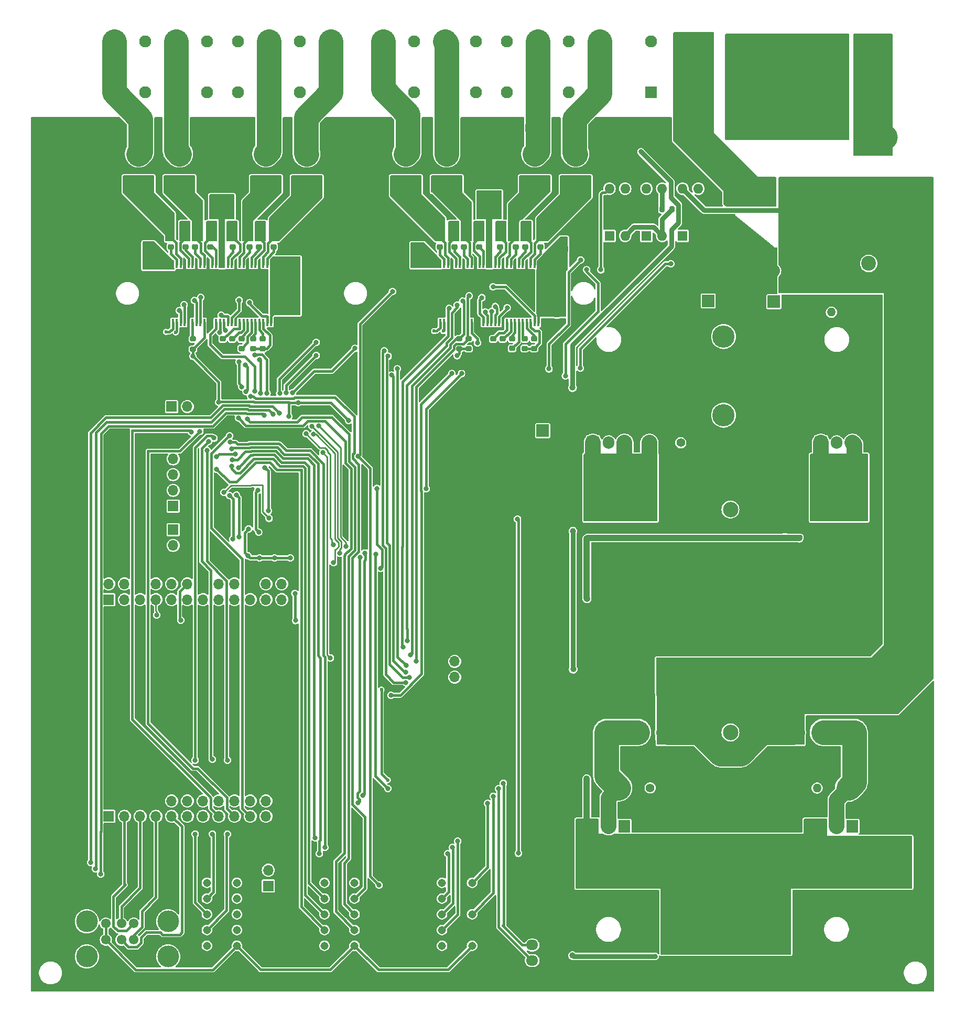
<source format=gbr>
%TF.GenerationSoftware,KiCad,Pcbnew,8.0.0-8.0.0-1~ubuntu22.04.1*%
%TF.CreationDate,2024-03-14T12:00:59+07:00*%
%TF.ProjectId,daw00,64617730-302e-46b6-9963-61645f706362,rev?*%
%TF.SameCoordinates,Original*%
%TF.FileFunction,Copper,L2,Bot*%
%TF.FilePolarity,Positive*%
%FSLAX46Y46*%
G04 Gerber Fmt 4.6, Leading zero omitted, Abs format (unit mm)*
G04 Created by KiCad (PCBNEW 8.0.0-8.0.0-1~ubuntu22.04.1) date 2024-03-14 12:00:59*
%MOMM*%
%LPD*%
G01*
G04 APERTURE LIST*
G04 Aperture macros list*
%AMRoundRect*
0 Rectangle with rounded corners*
0 $1 Rounding radius*
0 $2 $3 $4 $5 $6 $7 $8 $9 X,Y pos of 4 corners*
0 Add a 4 corners polygon primitive as box body*
4,1,4,$2,$3,$4,$5,$6,$7,$8,$9,$2,$3,0*
0 Add four circle primitives for the rounded corners*
1,1,$1+$1,$2,$3*
1,1,$1+$1,$4,$5*
1,1,$1+$1,$6,$7*
1,1,$1+$1,$8,$9*
0 Add four rect primitives between the rounded corners*
20,1,$1+$1,$2,$3,$4,$5,0*
20,1,$1+$1,$4,$5,$6,$7,0*
20,1,$1+$1,$6,$7,$8,$9,0*
20,1,$1+$1,$8,$9,$2,$3,0*%
G04 Aperture macros list end*
%TA.AperFunction,ComponentPad*%
%ADD10O,3.800000X8.000000*%
%TD*%
%TA.AperFunction,ComponentPad*%
%ADD11R,1.308000X1.308000*%
%TD*%
%TA.AperFunction,ComponentPad*%
%ADD12C,1.308000*%
%TD*%
%TA.AperFunction,ComponentPad*%
%ADD13R,1.600000X1.600000*%
%TD*%
%TA.AperFunction,ComponentPad*%
%ADD14O,1.600000X1.600000*%
%TD*%
%TA.AperFunction,ComponentPad*%
%ADD15C,3.600000*%
%TD*%
%TA.AperFunction,ComponentPad*%
%ADD16C,2.500000*%
%TD*%
%TA.AperFunction,ComponentPad*%
%ADD17C,1.400000*%
%TD*%
%TA.AperFunction,ComponentPad*%
%ADD18O,1.400000X1.400000*%
%TD*%
%TA.AperFunction,ComponentPad*%
%ADD19C,1.950000*%
%TD*%
%TA.AperFunction,ComponentPad*%
%ADD20R,1.950000X1.950000*%
%TD*%
%TA.AperFunction,ComponentPad*%
%ADD21R,2.000000X2.000000*%
%TD*%
%TA.AperFunction,ComponentPad*%
%ADD22C,2.000000*%
%TD*%
%TA.AperFunction,ComponentPad*%
%ADD23R,1.700000X1.700000*%
%TD*%
%TA.AperFunction,ComponentPad*%
%ADD24O,1.700000X1.700000*%
%TD*%
%TA.AperFunction,ComponentPad*%
%ADD25C,4.000000*%
%TD*%
%TA.AperFunction,ComponentPad*%
%ADD26C,1.550000*%
%TD*%
%TA.AperFunction,ComponentPad*%
%ADD27C,3.500000*%
%TD*%
%TA.AperFunction,ComponentPad*%
%ADD28R,2.400000X2.400000*%
%TD*%
%TA.AperFunction,ComponentPad*%
%ADD29C,2.400000*%
%TD*%
%TA.AperFunction,ComponentPad*%
%ADD30R,3.000000X3.000000*%
%TD*%
%TA.AperFunction,ComponentPad*%
%ADD31C,3.000000*%
%TD*%
%TA.AperFunction,ComponentPad*%
%ADD32RoundRect,0.250000X0.725000X-0.600000X0.725000X0.600000X-0.725000X0.600000X-0.725000X-0.600000X0*%
%TD*%
%TA.AperFunction,ComponentPad*%
%ADD33O,1.950000X1.700000*%
%TD*%
%TA.AperFunction,SMDPad,CuDef*%
%ADD34R,2.800000X1.400000*%
%TD*%
%TA.AperFunction,SMDPad,CuDef*%
%ADD35RoundRect,0.225000X-0.250000X0.225000X-0.250000X-0.225000X0.250000X-0.225000X0.250000X0.225000X0*%
%TD*%
%TA.AperFunction,SMDPad,CuDef*%
%ADD36RoundRect,0.225000X-0.225000X-0.250000X0.225000X-0.250000X0.225000X0.250000X-0.225000X0.250000X0*%
%TD*%
%TA.AperFunction,SMDPad,CuDef*%
%ADD37RoundRect,0.225000X0.225000X0.250000X-0.225000X0.250000X-0.225000X-0.250000X0.225000X-0.250000X0*%
%TD*%
%TA.AperFunction,SMDPad,CuDef*%
%ADD38RoundRect,0.200000X-0.200000X-0.275000X0.200000X-0.275000X0.200000X0.275000X-0.200000X0.275000X0*%
%TD*%
%TA.AperFunction,SMDPad,CuDef*%
%ADD39RoundRect,0.250000X0.250000X0.475000X-0.250000X0.475000X-0.250000X-0.475000X0.250000X-0.475000X0*%
%TD*%
%TA.AperFunction,SMDPad,CuDef*%
%ADD40RoundRect,0.250000X-0.250000X-0.475000X0.250000X-0.475000X0.250000X0.475000X-0.250000X0.475000X0*%
%TD*%
%TA.AperFunction,SMDPad,CuDef*%
%ADD41R,0.400000X1.200000*%
%TD*%
%TA.AperFunction,SMDPad,CuDef*%
%ADD42RoundRect,0.200000X0.275000X-0.200000X0.275000X0.200000X-0.275000X0.200000X-0.275000X-0.200000X0*%
%TD*%
%TA.AperFunction,SMDPad,CuDef*%
%ADD43RoundRect,0.225000X0.250000X-0.225000X0.250000X0.225000X-0.250000X0.225000X-0.250000X-0.225000X0*%
%TD*%
%TA.AperFunction,ComponentPad*%
%ADD44R,1.905000X2.000000*%
%TD*%
%TA.AperFunction,ComponentPad*%
%ADD45O,1.905000X2.000000*%
%TD*%
%TA.AperFunction,SMDPad,CuDef*%
%ADD46RoundRect,0.200000X-0.275000X0.200000X-0.275000X-0.200000X0.275000X-0.200000X0.275000X0.200000X0*%
%TD*%
%TA.AperFunction,ViaPad*%
%ADD47C,0.600000*%
%TD*%
%TA.AperFunction,ViaPad*%
%ADD48C,0.800000*%
%TD*%
%TA.AperFunction,ViaPad*%
%ADD49C,1.000000*%
%TD*%
%TA.AperFunction,Conductor*%
%ADD50C,0.800000*%
%TD*%
%TA.AperFunction,Conductor*%
%ADD51C,1.000000*%
%TD*%
%TA.AperFunction,Conductor*%
%ADD52C,0.400000*%
%TD*%
%TA.AperFunction,Conductor*%
%ADD53C,0.250000*%
%TD*%
%TA.AperFunction,Conductor*%
%ADD54C,4.000000*%
%TD*%
%TA.AperFunction,Conductor*%
%ADD55C,2.540000*%
%TD*%
G04 APERTURE END LIST*
D10*
%TO.P,F1,1*%
%TO.N,+BATT*%
X132160000Y-9525000D03*
%TO.P,F1,2*%
%TO.N,Net-(VD1-K)*%
X137160000Y-9525000D03*
%TD*%
D11*
%TO.P,J12,1,Pin_1*%
%TO.N,GND*%
X30594300Y-135819000D03*
D12*
%TO.P,J12,2,Pin_2*%
X35445700Y-135819000D03*
%TO.P,J12,3,Pin_3*%
%TO.N,MCLK*%
X30594300Y-138359000D03*
%TO.P,J12,4,Pin_4*%
X35445700Y-138359000D03*
%TO.P,J12,5,Pin_5*%
%TO.N,/Amplifier/LRCKIN1*%
X30594300Y-140899000D03*
%TO.P,J12,6,Pin_6*%
%TO.N,/Amplifier/LRCKOUT1*%
X35445700Y-140899000D03*
%TO.P,J12,7,Pin_7*%
%TO.N,/Amplifier/BCLKIN1*%
X30594300Y-143439000D03*
%TO.P,J12,8,Pin_8*%
%TO.N,/Amplifier/BCLKOUT1*%
X35445700Y-143439000D03*
%TO.P,J12,9,Pin_9*%
%TO.N,/Amplifier/SDATAIN1*%
X30594300Y-145979000D03*
%TO.P,J12,10,Pin_10*%
%TO.N,/Amplifier/SDATAOUT1*%
X35445700Y-145979000D03*
%TO.P,J12,11,Pin_11*%
%TO.N,+3V3*%
X30594300Y-148519000D03*
%TO.P,J12,12,Pin_12*%
%TO.N,+5V*%
X35445700Y-148519000D03*
%TD*%
D13*
%TO.P,U16,1*%
%TO.N,Net-(R45-Pad2)*%
X107424000Y-33899000D03*
D14*
%TO.P,U16,2*%
%TO.N,GND*%
X109964000Y-33899000D03*
%TO.P,U16,3*%
%TO.N,Net-(VD15-A)*%
X109964000Y-26279000D03*
%TO.P,U16,4*%
%TO.N,Net-(C107-Pad1)*%
X107424000Y-26279000D03*
%TD*%
D15*
%TO.P,L19,1*%
%TO.N,Net-(VD8-A)*%
X114046000Y-62860000D03*
%TO.P,L19,2*%
%TO.N,PVDD*%
X114046000Y-50160000D03*
%TD*%
D16*
%TO.P,TR1,1*%
%TO.N,Net-(VD6-K)*%
X95161500Y-114081500D03*
X100161500Y-114081500D03*
%TO.P,TR1,2*%
%TO.N,Net-(C107-Pad1)*%
X105161500Y-114081500D03*
X110161500Y-114081500D03*
%TO.P,TR1,3*%
X120231500Y-114081500D03*
X125161500Y-114081500D03*
%TO.P,TR1,4*%
%TO.N,Net-(VD7-K)*%
X130161500Y-114081500D03*
X135161500Y-114081500D03*
%TO.P,TR1,5*%
%TO.N,Net-(VD9-A1)*%
X130161500Y-78081500D03*
X135161500Y-78081500D03*
%TO.P,TR1,6*%
%TO.N,GND*%
X120231500Y-78081500D03*
X125161500Y-78081500D03*
%TO.P,TR1,7*%
X105161500Y-78081500D03*
X110161500Y-78081500D03*
%TO.P,TR1,8*%
%TO.N,Net-(VD8-A1)*%
X95161500Y-78081500D03*
X100161500Y-78081500D03*
%TO.P,TR1,9*%
%TO.N,Net-(VD12-A)*%
X115161500Y-78081500D03*
%TO.P,TR1,10*%
%TO.N,Net-(VD10-A)*%
X115161500Y-114081500D03*
%TD*%
D17*
%TO.P,R40,1*%
%TO.N,GND*%
X136551200Y-46228000D03*
D18*
%TO.P,R40,2*%
%TO.N,PVDD*%
X131471200Y-46228000D03*
%TD*%
D19*
%TO.P,J6,1,Pin_1*%
%TO.N,Net-(J6-Pin_1)*%
X50640000Y-10740000D03*
D20*
X50640000Y-2540000D03*
D19*
%TO.P,J6,2,Pin_2*%
%TO.N,Net-(J6-Pin_2)*%
X45640000Y-10740000D03*
X45640000Y-2540000D03*
%TO.P,J6,3,Pin_3*%
%TO.N,Net-(J6-Pin_3)*%
X40640000Y-10740000D03*
X40640000Y-2540000D03*
%TO.P,J6,4,Pin_4*%
%TO.N,Net-(J6-Pin_4)*%
X35640000Y-10740000D03*
X35640000Y-2540000D03*
%TO.P,J6,5,Pin_5*%
%TO.N,Net-(J6-Pin_5)*%
X30640000Y-10740000D03*
X30640000Y-2540000D03*
%TO.P,J6,6,Pin_6*%
%TO.N,Net-(J6-Pin_6)*%
X25640000Y-10740000D03*
X25640000Y-2540000D03*
%TO.P,J6,7,Pin_7*%
%TO.N,Net-(J6-Pin_7)*%
X20640000Y-10740000D03*
X20640000Y-2540000D03*
%TO.P,J6,8,Pin_8*%
%TO.N,Net-(J6-Pin_8)*%
X15640000Y-10740000D03*
X15640000Y-2540000D03*
%TD*%
D21*
%TO.P,C115,1*%
%TO.N,PVDD*%
X122174000Y-44531677D03*
D22*
%TO.P,C115,2*%
%TO.N,GND*%
X122174000Y-39531677D03*
%TD*%
D23*
%TO.P,J13,1,Pin_1*%
%TO.N,Net-(J13-Pin_1)*%
X25146000Y-77526000D03*
D24*
%TO.P,J13,2,Pin_2*%
%TO.N,Net-(J13-Pin_2)*%
X25146000Y-74986000D03*
%TO.P,J13,3,Pin_3*%
%TO.N,Net-(J13-Pin_3)*%
X25146000Y-72446000D03*
%TO.P,J13,4,Pin_4*%
%TO.N,Net-(J13-Pin_4)*%
X25146000Y-69906000D03*
%TO.P,J13,5,Pin_5*%
%TO.N,GND*%
X25146000Y-67366000D03*
%TD*%
D25*
%TO.P,L18,1*%
%TO.N,Net-(VD1-K)*%
X140208000Y-17987000D03*
%TO.P,L18,2*%
%TO.N,Net-(C107-Pad1)*%
X140208000Y-28067000D03*
%TD*%
D26*
%TO.P,J2,1,VBUS1*%
%TO.N,+5V*%
X14280000Y-144939000D03*
%TO.P,J2,2,D1-*%
%TO.N,Net-(J2-D1-)*%
X16780000Y-144939000D03*
%TO.P,J2,3,D1+*%
%TO.N,Net-(J2-D1+)*%
X18780000Y-144939000D03*
%TO.P,J2,4,GND1*%
%TO.N,GND*%
X21280000Y-144939000D03*
%TO.P,J2,5,VBUS2*%
%TO.N,+5V*%
X14280000Y-147559000D03*
%TO.P,J2,6,D2-*%
%TO.N,Net-(J2-D2-)*%
X16780000Y-147559000D03*
%TO.P,J2,7,D2+*%
%TO.N,Net-(J2-D2+)*%
X18780000Y-147559000D03*
%TO.P,J2,8,GND2*%
%TO.N,GND*%
X21280000Y-147559000D03*
D27*
%TO.P,J2,MH1*%
%TO.N,N/C*%
X11210000Y-144589000D03*
%TO.P,J2,MH2*%
X11210000Y-150269000D03*
%TO.P,J2,MH3*%
X24350000Y-144589000D03*
%TO.P,J2,MH4*%
X24350000Y-150269000D03*
%TD*%
D13*
%TO.P,U15,1*%
%TO.N,Net-(C125-Pad1)*%
X101595000Y-33899000D03*
D14*
%TO.P,U15,2*%
%TO.N,GNDPWR*%
X104135000Y-33899000D03*
%TO.P,U15,3*%
%TO.N,Net-(VD14-A)*%
X104135000Y-26279000D03*
%TO.P,U15,4*%
%TO.N,Net-(C107-Pad1)*%
X101595000Y-26279000D03*
%TD*%
D19*
%TO.P,J18,1,Pin_1*%
%TO.N,Net-(J18-Pin_1)*%
X94055000Y-10740000D03*
D20*
X94055000Y-2540000D03*
D19*
%TO.P,J18,2,Pin_2*%
%TO.N,Net-(J18-Pin_2)*%
X89055000Y-10740000D03*
X89055000Y-2540000D03*
%TO.P,J18,3,Pin_3*%
%TO.N,Net-(J18-Pin_3)*%
X84055000Y-10740000D03*
X84055000Y-2540000D03*
%TO.P,J18,4,Pin_4*%
%TO.N,Net-(J18-Pin_4)*%
X79055000Y-10740000D03*
X79055000Y-2540000D03*
%TO.P,J18,5,Pin_5*%
%TO.N,Net-(J18-Pin_5)*%
X74055000Y-10740000D03*
X74055000Y-2540000D03*
%TO.P,J18,6,Pin_6*%
%TO.N,Net-(J18-Pin_6)*%
X69055000Y-10740000D03*
X69055000Y-2540000D03*
%TO.P,J18,7,Pin_7*%
%TO.N,Net-(J18-Pin_7)*%
X64055000Y-10740000D03*
X64055000Y-2540000D03*
%TO.P,J18,8,Pin_8*%
%TO.N,Net-(J18-Pin_8)*%
X59055000Y-10740000D03*
X59055000Y-2540000D03*
%TD*%
D28*
%TO.P,C107,1*%
%TO.N,Net-(C107-Pad1)*%
X124852729Y-27940000D03*
D29*
%TO.P,C107,2*%
%TO.N,GNDPWR*%
X119852729Y-27940000D03*
%TD*%
D17*
%TO.P,R36,1*%
%TO.N,Net-(C109-Pad1)*%
X102185000Y-123037600D03*
D18*
%TO.P,R36,2*%
%TO.N,Net-(VD6-K)*%
X97105000Y-123037600D03*
%TD*%
D17*
%TO.P,R37,1*%
%TO.N,Net-(VD7-K)*%
X134239000Y-123063000D03*
D18*
%TO.P,R37,2*%
%TO.N,Net-(C110-Pad2)*%
X129159000Y-123063000D03*
%TD*%
D30*
%TO.P,J22,1,Pin_1*%
%TO.N,+BATT*%
X117010000Y-16310000D03*
D31*
X117010000Y-3810000D03*
%TO.P,J22,2,Pin_2*%
%TO.N,GNDPWR*%
X109510000Y-16310000D03*
X109510000Y-3810000D03*
%TD*%
D21*
%TO.P,C114,1*%
%TO.N,PVDD*%
X111587677Y-44404677D03*
D22*
%TO.P,C114,2*%
%TO.N,GND*%
X111587677Y-39404677D03*
%TD*%
D20*
%TO.P,J8,1,Pin_1*%
%TO.N,ACC*%
X102335000Y-10740000D03*
D19*
X102335000Y-2540000D03*
%TD*%
D23*
%TO.P,U12,1,VDD_3.3V*%
%TO.N,+3V3*%
X14732000Y-92639000D03*
D24*
%TO.P,U12,2,VDD_5V*%
%TO.N,unconnected-(U12-VDD_5V-Pad2)*%
X14732000Y-90099000D03*
%TO.P,U12,3,I2C0_SDA*%
%TO.N,unconnected-(U12-I2C0_SDA-Pad3)*%
X17272000Y-92639000D03*
%TO.P,U12,4,VDD_5V*%
%TO.N,unconnected-(U12-VDD_5V-Pad4)*%
X17272000Y-90099000D03*
%TO.P,U12,5,I2C0_SCL*%
%TO.N,unconnected-(U12-I2C0_SCL-Pad5)*%
X19812000Y-92639000D03*
%TO.P,U12,6,GND*%
%TO.N,GND*%
X19812000Y-90099000D03*
%TO.P,U12,7,GPIO_G11*%
%TO.N,REMOTE*%
X22352000Y-92639000D03*
%TO.P,U12,8,GPIO_G6*%
%TO.N,unconnected-(U12-GPIO_G6-Pad8)*%
X22352000Y-90099000D03*
%TO.P,U12,9,GND*%
%TO.N,unconnected-(U12-GND-Pad9)*%
X24892000Y-92639000D03*
%TO.P,U12,10,GPIO_G7*%
%TO.N,unconnected-(U12-GPIO_G7-Pad10)*%
X24892000Y-90099000D03*
%TO.P,U12,11,GPIO_A0*%
%TO.N,unconnected-(U12-GPIO_A0-Pad11)*%
X27432000Y-92639000D03*
%TO.P,U12,12,GPIO_A6*%
%TO.N,ACC_IN*%
X27432000Y-90099000D03*
%TO.P,U12,13,GPIO_A2*%
%TO.N,unconnected-(U12-GPIO_A2-Pad13)*%
X29972000Y-92639000D03*
%TO.P,U12,14,GND*%
%TO.N,GND*%
X29972000Y-90099000D03*
%TO.P,U12,15,GPIO_A3*%
%TO.N,unconnected-(U12-GPIO_A3-Pad15)*%
X32512000Y-92639000D03*
%TO.P,U12,16,GPIO_G8*%
%TO.N,unconnected-(U12-GPIO_G8-Pad16)*%
X32512000Y-90099000D03*
%TO.P,U12,17,VDD_3.3V*%
%TO.N,+3V3*%
X35052000Y-92639000D03*
%TO.P,U12,18,GPIO_G9*%
%TO.N,unconnected-(U12-GPIO_G9-Pad18)*%
X35052000Y-90099000D03*
%TO.P,U12,19,SPI0_MOSI*%
%TO.N,MOSI*%
X37592000Y-92639000D03*
%TO.P,U12,20,GND*%
%TO.N,GND*%
X37592000Y-90099000D03*
%TO.P,U12,21,SPI0_MISO*%
%TO.N,MISO*%
X40132000Y-92639000D03*
%TO.P,U12,22,GPIO_A1*%
%TO.N,unconnected-(U12-GPIO_A1-Pad22)*%
X40132000Y-90099000D03*
%TO.P,U12,23,SPI0_CLK*%
%TO.N,SCL *%
X42672000Y-92639000D03*
%TO.P,U12,24,SPI0_CS*%
%TO.N,SS*%
X42672000Y-90099000D03*
D23*
%TO.P,U12,31,VDD_5V*%
%TO.N,unconnected-(U12-VDD_5V-Pad31)*%
X14732000Y-127618000D03*
D24*
%TO.P,U12,32,USB_DP1*%
%TO.N,Net-(J2-D1+)*%
X17272000Y-127618000D03*
%TO.P,U12,33,USB_DM1*%
%TO.N,Net-(J2-D1-)*%
X19812000Y-127618000D03*
%TO.P,U12,34,USB_DP2*%
%TO.N,Net-(J2-D2+)*%
X22352000Y-127618000D03*
%TO.P,U12,35,USB_DM2*%
%TO.N,Net-(J2-D2-)*%
X24892000Y-127618000D03*
%TO.P,U12,36,IR-RX*%
%TO.N,unconnected-(U12-IR-RX-Pad36)*%
X27432000Y-127618000D03*
%TO.P,U12,37,SPDIF_OUT*%
%TO.N,unconnected-(U12-SPDIF_OUT-Pad37)*%
X29972000Y-127618000D03*
%TO.P,U12,38,I2S0_LRCK*%
%TO.N,LRCKIN0*%
X32512000Y-127618000D03*
%TO.P,U12,39,I2S0_BCK*%
%TO.N,BCLKIN0*%
X35052000Y-127618000D03*
%TO.P,U12,40,I2S0_SDOUT*%
%TO.N,SDATAIN0*%
X37592000Y-127618000D03*
%TO.P,U12,41,I2S0_SDIN*%
%TO.N,unconnected-(U12-I2S0_SDIN-Pad41)*%
X40132000Y-127618000D03*
%TO.P,U12,42,GND*%
%TO.N,GND*%
X42672000Y-127618000D03*
%TO.P,U12,43,MICIN1N*%
%TO.N,unconnected-(U12-MICIN1N-Pad43)*%
X24892000Y-125151000D03*
%TO.P,U12,44,MIC1INP*%
%TO.N,unconnected-(U12-MIC1INP-Pad44)*%
X27432000Y-125151000D03*
%TO.P,U12,45,LOUTL*%
%TO.N,unconnected-(U12-LOUTL-Pad45)*%
X29972000Y-125151000D03*
%TO.P,U12,46,LOUTR*%
%TO.N,unconnected-(U12-LOUTR-Pad46)*%
X32512000Y-125151000D03*
%TO.P,U12,47,UART0RX*%
%TO.N,Net-(J3-Pin_1)*%
X35052000Y-125151000D03*
%TO.P,U12,48,UART0TX*%
%TO.N,Net-(J3-Pin_2)*%
X37592000Y-125151000D03*
%TO.P,U12,49,VDD_5V*%
%TO.N,unconnected-(U12-VDD_5V-Pad49)*%
X40132000Y-125151000D03*
%TO.P,U12,50,GND*%
%TO.N,GND*%
X42672000Y-125151000D03*
%TD*%
D13*
%TO.P,U5,1*%
%TO.N,Net-(C16-Pad1)*%
X95626000Y-33899000D03*
D14*
%TO.P,U5,2*%
%TO.N,GNDPWR*%
X98166000Y-33899000D03*
%TO.P,U5,3*%
%TO.N,Net-(R19-Pad1)*%
X98166000Y-26279000D03*
%TO.P,U5,4*%
%TO.N,+3V3*%
X95626000Y-26279000D03*
%TD*%
D23*
%TO.P,J3,1,Pin_1*%
%TO.N,Net-(J3-Pin_1)*%
X40513000Y-138867000D03*
D24*
%TO.P,J3,2,Pin_2*%
%TO.N,Net-(J3-Pin_2)*%
X40513000Y-136327000D03*
%TO.P,J3,3,Pin_3*%
%TO.N,GND*%
X40513000Y-133787000D03*
%TD*%
D11*
%TO.P,J20,1,Pin_1*%
%TO.N,GND*%
X68580000Y-135819000D03*
D12*
%TO.P,J20,2,Pin_2*%
X73431400Y-135819000D03*
%TO.P,J20,3,Pin_3*%
%TO.N,MCLK*%
X68580000Y-138359000D03*
%TO.P,J20,4,Pin_4*%
%TO.N,/Amplifier/SPDIFIN*%
X73431400Y-138359000D03*
%TO.P,J20,5,Pin_5*%
%TO.N,/Amplifier/LRCKIN2*%
X68580000Y-140899000D03*
%TO.P,J20,6,Pin_6*%
%TO.N,GND*%
X73431400Y-140899000D03*
%TO.P,J20,7,Pin_7*%
%TO.N,/Amplifier/BCLKIN2*%
X68580000Y-143439000D03*
%TO.P,J20,8,Pin_8*%
%TO.N,/Amplifier/SPDIFOUT*%
X73431400Y-143439000D03*
%TO.P,J20,9,Pin_9*%
%TO.N,/Amplifier/SDATAIN2*%
X68580000Y-145979000D03*
%TO.P,J20,10,Pin_10*%
%TO.N,GND*%
X73431400Y-145979000D03*
%TO.P,J20,11,Pin_11*%
%TO.N,+3V3*%
X68580000Y-148519000D03*
%TO.P,J20,12,Pin_12*%
%TO.N,+5V*%
X73431400Y-148519000D03*
%TD*%
D11*
%TO.P,J19,1,Pin_1*%
%TO.N,GND*%
X49587150Y-135819000D03*
D12*
%TO.P,J19,2,Pin_2*%
X54438550Y-135819000D03*
%TO.P,J19,3,Pin_3*%
%TO.N,MCLK*%
X49587150Y-138359000D03*
%TO.P,J19,4,Pin_4*%
X54438550Y-138359000D03*
%TO.P,J19,5,Pin_5*%
%TO.N,/Amplifier/LRCKIN3*%
X49587150Y-140899000D03*
%TO.P,J19,6,Pin_6*%
%TO.N,/Amplifier/LRCKOUT3*%
X54438550Y-140899000D03*
%TO.P,J19,7,Pin_7*%
%TO.N,/Amplifier/BCLKIN3*%
X49587150Y-143439000D03*
%TO.P,J19,8,Pin_8*%
%TO.N,/Amplifier/BCLKOUT3*%
X54438550Y-143439000D03*
%TO.P,J19,9,Pin_9*%
%TO.N,/Amplifier/SDATAIN3*%
X49587150Y-145979000D03*
%TO.P,J19,10,Pin_10*%
%TO.N,/Amplifier/SDATAOUT3*%
X54438550Y-145979000D03*
%TO.P,J19,11,Pin_11*%
%TO.N,+3V3*%
X49587150Y-148519000D03*
%TO.P,J19,12,Pin_12*%
%TO.N,+5V*%
X54438550Y-148519000D03*
%TD*%
D21*
%TO.P,C113,1*%
%TO.N,+6V*%
X84836000Y-65359677D03*
D22*
%TO.P,C113,2*%
%TO.N,GND*%
X84836000Y-60359677D03*
%TD*%
D23*
%TO.P,J4,1,Pin_1*%
%TO.N,GND*%
X70612000Y-100076000D03*
D24*
%TO.P,J4,2,Pin_2*%
%TO.N,/Computer/SBWTCK*%
X70612000Y-102616000D03*
%TO.P,J4,3,Pin_3*%
%TO.N,/Computer/SBWTDIO*%
X70612000Y-105156000D03*
%TD*%
D23*
%TO.P,J21,1,Pin_1*%
%TO.N,Net-(J21-Pin_1)*%
X24892000Y-61468000D03*
D24*
%TO.P,J21,2,Pin_2*%
%TO.N,Net-(J21-Pin_2)*%
X27432000Y-61468000D03*
%TO.P,J21,3,Pin_3*%
%TO.N,GND*%
X29972000Y-61468000D03*
%TD*%
D23*
%TO.P,J7,1,Pin_1*%
%TO.N,Net-(J7-Pin_1)*%
X25146000Y-81336000D03*
D24*
%TO.P,J7,2,Pin_2*%
%TO.N,Net-(J7-Pin_2)*%
X25146000Y-83876000D03*
%TO.P,J7,3,Pin_3*%
%TO.N,GND*%
X25146000Y-86416000D03*
%TD*%
D17*
%TO.P,R38,1*%
%TO.N,Net-(C111-Pad1)*%
X107138000Y-67310000D03*
D18*
%TO.P,R38,2*%
%TO.N,Net-(VD8-A1)*%
X102058000Y-67310000D03*
%TD*%
D28*
%TO.P,C108,1*%
%TO.N,Net-(C107-Pad1)*%
X142494000Y-38354000D03*
D29*
%TO.P,C108,2*%
%TO.N,GNDPWR*%
X137494000Y-38354000D03*
%TD*%
D32*
%TO.P,J15,1,Pin_1*%
%TO.N,GND*%
X83139000Y-153416000D03*
D33*
%TO.P,J15,2,Pin_2*%
%TO.N,/Amplifier/AUXADC0*%
X83139000Y-150916000D03*
%TO.P,J15,3,Pin_3*%
%TO.N,+3V3*%
X83139000Y-148416000D03*
%TD*%
D34*
%TO.P,L11,1*%
%TO.N,Net-(U8-OUT_3P)*%
X83566000Y-25060000D03*
%TO.P,L11,2*%
%TO.N,Net-(J18-Pin_3)*%
X83566000Y-20660000D03*
%TD*%
D35*
%TO.P,C11,1*%
%TO.N,Net-(U4-VCOM)*%
X38100000Y-50533000D03*
%TO.P,C11,2*%
%TO.N,Net-(U4-AREF)*%
X38100000Y-52083000D03*
%TD*%
D36*
%TO.P,C95,1*%
%TO.N,GND*%
X81013000Y-18288000D03*
%TO.P,C95,2*%
%TO.N,Net-(J18-Pin_3)*%
X82563000Y-18288000D03*
%TD*%
D35*
%TO.P,C68,1*%
%TO.N,Net-(C68-Pad1)*%
X78359000Y-50533000D03*
%TO.P,C68,2*%
%TO.N,GND*%
X78359000Y-52083000D03*
%TD*%
%TO.P,C25,1*%
%TO.N,Net-(U4-OUT_3P)*%
X37465000Y-34163000D03*
%TO.P,C25,2*%
%TO.N,Net-(U4-BST_3P)*%
X37465000Y-35713000D03*
%TD*%
D37*
%TO.P,C72,1*%
%TO.N,GND*%
X90043000Y-36068000D03*
%TO.P,C72,2*%
%TO.N,PVDD*%
X88493000Y-36068000D03*
%TD*%
D38*
%TO.P,R18,1*%
%TO.N,Net-(VD14-A)*%
X104077000Y-29591000D03*
%TO.P,R18,2*%
%TO.N,GNDPWR*%
X105727000Y-29591000D03*
%TD*%
D39*
%TO.P,C31,1*%
%TO.N,GND*%
X49464000Y-16510000D03*
%TO.P,C31,2*%
%TO.N,Net-(J6-Pin_1)*%
X47564000Y-16510000D03*
%TD*%
D40*
%TO.P,C36,1*%
%TO.N,Net-(J6-Pin_6)*%
X26990000Y-16510000D03*
%TO.P,C36,2*%
%TO.N,GND*%
X28890000Y-16510000D03*
%TD*%
D41*
%TO.P,U8,1,GND*%
%TO.N,GND*%
X84772500Y-47880000D03*
%TO.P,U8,2,PVDD*%
%TO.N,PVDD*%
X84137500Y-47880000D03*
%TO.P,U8,3,VBAT*%
%TO.N,VBAT*%
X83502500Y-47880000D03*
%TO.P,U8,4,AREF*%
%TO.N,Net-(U8-AREF)*%
X82867500Y-47880000D03*
%TO.P,U8,5,VREG*%
%TO.N,Net-(U8-VREG)*%
X82232500Y-47880000D03*
%TO.P,U8,6,VCOM*%
%TO.N,Net-(U8-VCOM)*%
X81597500Y-47880000D03*
%TO.P,U8,7,AVSS*%
%TO.N,Net-(U8-AVSS)*%
X80962500Y-47880000D03*
%TO.P,U8,8,AVDD*%
%TO.N,Net-(U8-AVDD)*%
X80327500Y-47880000D03*
%TO.P,U8,9,GVDD*%
%TO.N,Net-(C68-Pad1)*%
X79692500Y-47880000D03*
%TO.P,U8,10,GVDD*%
%TO.N,Net-(C69-Pad1)*%
X79057500Y-47880000D03*
%TO.P,U8,11,GND*%
%TO.N,GND*%
X78422500Y-47880000D03*
%TO.P,U8,12,MCLK*%
%TO.N,MCLK*%
X77787500Y-47880000D03*
%TO.P,U8,13,SCLK*%
%TO.N,/Amplifier/BCLKOUT0*%
X77152500Y-47880000D03*
%TO.P,U8,14,FSYNC*%
%TO.N,/Amplifier/LRCLKOUT0*%
X76517500Y-47880000D03*
%TO.P,U8,15,SDIN1*%
%TO.N,/Amplifier/SDATAOUT1+*%
X75882500Y-47880000D03*
%TO.P,U8,16,SDIN2*%
%TO.N,/Amplifier/SDATAOUT0*%
X75247500Y-47880000D03*
%TO.P,U8,17,GND*%
%TO.N,GND*%
X74612500Y-47880000D03*
%TO.P,U8,18,GND*%
X73977500Y-47880000D03*
%TO.P,U8,19,VDD*%
%TO.N,+3V3*%
X73342500Y-47880000D03*
%TO.P,U8,20,SCL*%
%TO.N,SCL*%
X72707500Y-47880000D03*
%TO.P,U8,21,SDA*%
%TO.N,SDA*%
X72072500Y-47880000D03*
%TO.P,U8,22,I2C_ADDR0*%
%TO.N,GND*%
X71437500Y-47880000D03*
%TO.P,U8,23,I2C_ADDR1*%
X70802500Y-47880000D03*
%TO.P,U8,24,MUTE*%
%TO.N,Mute*%
X70167500Y-47880000D03*
%TO.P,U8,25,STANDBY*%
%TO.N,Standby*%
X69532500Y-47880000D03*
%TO.P,U8,26,WARN*%
%TO.N,WARN0*%
X68897500Y-47880000D03*
%TO.P,U8,27,FAULT*%
%TO.N,FAULT0*%
X68262500Y-47880000D03*
%TO.P,U8,28,GND*%
%TO.N,GND*%
X67627500Y-47880000D03*
%TO.P,U8,29,PVDD*%
%TO.N,PVDD*%
X67627500Y-38480000D03*
%TO.P,U8,30,PVDD*%
X68262500Y-38480000D03*
%TO.P,U8,31,BST_1M*%
%TO.N,Net-(U8-BST_1M)*%
X68897500Y-38480000D03*
%TO.P,U8,32,OUT_1M*%
%TO.N,Net-(U8-OUT_1M)*%
X69532500Y-38480000D03*
%TO.P,U8,33,GND*%
%TO.N,GND*%
X70167500Y-38480000D03*
%TO.P,U8,34,OUT_1P*%
%TO.N,Net-(U8-OUT_1P)*%
X70802500Y-38480000D03*
%TO.P,U8,35,BST+1P*%
%TO.N,Net-(U8-BST+1P)*%
X71437500Y-38480000D03*
%TO.P,U8,36,GND*%
%TO.N,GND*%
X72072500Y-38480000D03*
%TO.P,U8,37,BST_2M*%
%TO.N,Net-(U8-BST_2M)*%
X72707500Y-38480000D03*
%TO.P,U8,38,OUT_2M*%
%TO.N,Net-(U8-OUT_2M)*%
X73342500Y-38480000D03*
%TO.P,U8,39,GND*%
%TO.N,GND*%
X73977500Y-38480000D03*
%TO.P,U8,40,OUT_2P*%
%TO.N,Net-(U8-OUT_2P)*%
X74612500Y-38480000D03*
%TO.P,U8,41,BST_2P*%
%TO.N,Net-(U8-BST_2P)*%
X75247500Y-38480000D03*
%TO.P,U8,42,PVDD*%
%TO.N,PVDD*%
X75882500Y-38480000D03*
%TO.P,U8,43,PVDD*%
X76517500Y-38480000D03*
%TO.P,U8,44,BST_3M*%
%TO.N,Net-(U8-BST_3M)*%
X77152500Y-38480000D03*
%TO.P,U8,45,OUT_3M*%
%TO.N,Net-(U8-OUT_3M)*%
X77787500Y-38480000D03*
%TO.P,U8,46,GND*%
%TO.N,GND*%
X78422500Y-38480000D03*
%TO.P,U8,47,OUT_3P*%
%TO.N,Net-(U8-OUT_3P)*%
X79057500Y-38480000D03*
%TO.P,U8,48,BST_3P*%
%TO.N,Net-(U8-BST_3P)*%
X79692500Y-38480000D03*
%TO.P,U8,49,GND*%
%TO.N,GND*%
X80327500Y-38480000D03*
%TO.P,U8,50,BST_4M*%
%TO.N,Net-(U8-BST_4M)*%
X80962500Y-38480000D03*
%TO.P,U8,51,OUT_4M*%
%TO.N,Net-(U8-OUT_4M)*%
X81597500Y-38480000D03*
%TO.P,U8,52,GND*%
%TO.N,GND*%
X82232500Y-38480000D03*
%TO.P,U8,53,OUT_4P*%
%TO.N,Net-(U8-OUT_4P)*%
X82867500Y-38480000D03*
%TO.P,U8,54,BST_4P*%
%TO.N,Net-(U8-BST_4P)*%
X83502500Y-38480000D03*
%TO.P,U8,55,PVDD*%
%TO.N,PVDD*%
X84137500Y-38480000D03*
%TO.P,U8,56,PVDD*%
X84772500Y-38480000D03*
%TD*%
D35*
%TO.P,C81,1*%
%TO.N,Net-(U8-OUT_2P)*%
X74549000Y-34150000D03*
%TO.P,C81,2*%
%TO.N,Net-(U8-BST_2P)*%
X74549000Y-35700000D03*
%TD*%
D42*
%TO.P,R4,1*%
%TO.N,+3V3*%
X72898000Y-52120800D03*
%TO.P,R4,2*%
%TO.N,SCL*%
X72898000Y-50470800D03*
%TD*%
D43*
%TO.P,C80,1*%
%TO.N,Net-(U8-BST_3M)*%
X77978000Y-35700000D03*
%TO.P,C80,2*%
%TO.N,Net-(U8-OUT_3M)*%
X77978000Y-34150000D03*
%TD*%
D42*
%TO.P,R39,1*%
%TO.N,GNDPWR*%
X126268000Y-82613000D03*
%TO.P,R39,2*%
%TO.N,GND*%
X126268000Y-80963000D03*
%TD*%
D35*
%TO.P,C65,1*%
%TO.N,Net-(U8-VREG)*%
X83439000Y-50533000D03*
%TO.P,C65,2*%
%TO.N,Net-(U8-AREF)*%
X83439000Y-52083000D03*
%TD*%
D39*
%TO.P,C38,1*%
%TO.N,Net-(J6-Pin_8)*%
X18796000Y-16510000D03*
%TO.P,C38,2*%
%TO.N,GND*%
X16896000Y-16510000D03*
%TD*%
D42*
%TO.P,R5,1*%
%TO.N,+3V3*%
X71374000Y-52133000D03*
%TO.P,R5,2*%
%TO.N,SDA*%
X71374000Y-50483000D03*
%TD*%
D35*
%TO.P,C29,1*%
%TO.N,Net-(U4-OUT_1P)*%
X27178000Y-34150000D03*
%TO.P,C29,2*%
%TO.N,Net-(U4-BST+1P)*%
X27178000Y-35700000D03*
%TD*%
D44*
%TO.P,VT2,1,G*%
%TO.N,Net-(VD3-A)*%
X98006500Y-129235500D03*
D45*
%TO.P,VT2,2,D*%
%TO.N,Net-(VD6-K)*%
X95466500Y-129235500D03*
%TO.P,VT2,3,S*%
%TO.N,GNDPWR*%
X92926500Y-129235500D03*
%TD*%
D35*
%TO.P,C66,1*%
%TO.N,Net-(U8-VCOM)*%
X81915000Y-50533000D03*
%TO.P,C66,2*%
%TO.N,Net-(U8-AREF)*%
X81915000Y-52083000D03*
%TD*%
D34*
%TO.P,L3,1*%
%TO.N,Net-(U4-OUT_3P)*%
X40132000Y-25060000D03*
%TO.P,L3,2*%
%TO.N,Net-(J6-Pin_3)*%
X40132000Y-20660000D03*
%TD*%
D35*
%TO.P,C27,1*%
%TO.N,Net-(U4-OUT_2P)*%
X31115000Y-34150000D03*
%TO.P,C27,2*%
%TO.N,Net-(U4-BST_2P)*%
X31115000Y-35700000D03*
%TD*%
D43*
%TO.P,C22,1*%
%TO.N,PVDD*%
X33020000Y-27748000D03*
%TO.P,C22,2*%
%TO.N,GND*%
X33020000Y-26198000D03*
%TD*%
D37*
%TO.P,C15,1*%
%TO.N,GND*%
X46580000Y-45339000D03*
%TO.P,C15,2*%
%TO.N,PVDD*%
X45030000Y-45339000D03*
%TD*%
D34*
%TO.P,L14,1*%
%TO.N,Net-(U8-OUT_2M)*%
X69342000Y-25060000D03*
%TO.P,L14,2*%
%TO.N,Net-(J18-Pin_6)*%
X69342000Y-20660000D03*
%TD*%
D37*
%TO.P,C100,1*%
%TO.N,Net-(J18-Pin_8)*%
X61976000Y-18288000D03*
%TO.P,C100,2*%
%TO.N,GND*%
X60426000Y-18288000D03*
%TD*%
D35*
%TO.P,C112,1*%
%TO.N,GND*%
X123982000Y-81013000D03*
%TO.P,C112,2*%
%TO.N,GNDPWR*%
X123982000Y-82563000D03*
%TD*%
D44*
%TO.P,VT3,1,G*%
%TO.N,Net-(VD4-A)*%
X134836500Y-129235500D03*
D45*
%TO.P,VT3,2,D*%
%TO.N,Net-(VD7-K)*%
X132296500Y-129235500D03*
%TO.P,VT3,3,S*%
%TO.N,GNDPWR*%
X129756500Y-129235500D03*
%TD*%
D43*
%TO.P,C76,1*%
%TO.N,PVDD*%
X76200000Y-27458000D03*
%TO.P,C76,2*%
%TO.N,GND*%
X76200000Y-25908000D03*
%TD*%
%TO.P,C26,1*%
%TO.N,Net-(U4-BST_3M)*%
X34798000Y-35700000D03*
%TO.P,C26,2*%
%TO.N,Net-(U4-OUT_3M)*%
X34798000Y-34150000D03*
%TD*%
D35*
%TO.P,C83,1*%
%TO.N,Net-(U8-OUT_1P)*%
X70612000Y-34163000D03*
%TO.P,C83,2*%
%TO.N,Net-(U8-BST+1P)*%
X70612000Y-35713000D03*
%TD*%
D36*
%TO.P,C44,1*%
%TO.N,Net-(J6-Pin_6)*%
X27038000Y-18288000D03*
%TO.P,C44,2*%
%TO.N,GND*%
X28588000Y-18288000D03*
%TD*%
%TO.P,C41,1*%
%TO.N,GND*%
X37820000Y-18288000D03*
%TO.P,C41,2*%
%TO.N,Net-(J6-Pin_3)*%
X39370000Y-18288000D03*
%TD*%
D35*
%TO.P,C69,1*%
%TO.N,Net-(C69-Pad1)*%
X76835000Y-50533000D03*
%TO.P,C69,2*%
%TO.N,GND*%
X76835000Y-52083000D03*
%TD*%
D37*
%TO.P,C93,1*%
%TO.N,GND*%
X92583000Y-18288000D03*
%TO.P,C93,2*%
%TO.N,Net-(J18-Pin_1)*%
X91033000Y-18288000D03*
%TD*%
D43*
%TO.P,C78,1*%
%TO.N,Net-(U8-BST_4M)*%
X82042000Y-35700000D03*
%TO.P,C78,2*%
%TO.N,Net-(U8-OUT_4M)*%
X82042000Y-34150000D03*
%TD*%
%TO.P,C84,1*%
%TO.N,Net-(U8-BST_1M)*%
X68199000Y-35700000D03*
%TO.P,C84,2*%
%TO.N,Net-(U8-OUT_1M)*%
X68199000Y-34150000D03*
%TD*%
D36*
%TO.P,C98,1*%
%TO.N,Net-(J18-Pin_6)*%
X70586000Y-18288000D03*
%TO.P,C98,2*%
%TO.N,GND*%
X72136000Y-18288000D03*
%TD*%
D35*
%TO.P,C67,1*%
%TO.N,Net-(U8-AVDD)*%
X79883000Y-50520000D03*
%TO.P,C67,2*%
%TO.N,Net-(U8-AVSS)*%
X79883000Y-52070000D03*
%TD*%
D40*
%TO.P,C90,1*%
%TO.N,Net-(J18-Pin_6)*%
X70236000Y-16510000D03*
%TO.P,C90,2*%
%TO.N,GND*%
X72136000Y-16510000D03*
%TD*%
D39*
%TO.P,C85,1*%
%TO.N,GND*%
X92964000Y-16510000D03*
%TO.P,C85,2*%
%TO.N,Net-(J18-Pin_1)*%
X91064000Y-16510000D03*
%TD*%
%TO.P,C92,1*%
%TO.N,Net-(J18-Pin_8)*%
X61976000Y-16510000D03*
%TO.P,C92,2*%
%TO.N,GND*%
X60076000Y-16510000D03*
%TD*%
D40*
%TO.P,C33,1*%
%TO.N,GND*%
X37592000Y-16510000D03*
%TO.P,C33,2*%
%TO.N,Net-(J6-Pin_3)*%
X39492000Y-16510000D03*
%TD*%
D35*
%TO.P,C77,1*%
%TO.N,Net-(U8-OUT_4P)*%
X84455000Y-34137000D03*
%TO.P,C77,2*%
%TO.N,Net-(U8-BST_4P)*%
X84455000Y-35687000D03*
%TD*%
D43*
%TO.P,C82,1*%
%TO.N,Net-(U8-BST_2M)*%
X72136000Y-35700000D03*
%TO.P,C82,2*%
%TO.N,Net-(U8-OUT_2M)*%
X72136000Y-34150000D03*
%TD*%
D41*
%TO.P,U4,1,GND*%
%TO.N,GND*%
X41592500Y-47880000D03*
%TO.P,U4,2,PVDD*%
%TO.N,PVDD*%
X40957500Y-47880000D03*
%TO.P,U4,3,VBAT*%
%TO.N,VBAT*%
X40322500Y-47880000D03*
%TO.P,U4,4,AREF*%
%TO.N,Net-(U4-AREF)*%
X39687500Y-47880000D03*
%TO.P,U4,5,VREG*%
%TO.N,Net-(U4-VREG)*%
X39052500Y-47880000D03*
%TO.P,U4,6,VCOM*%
%TO.N,Net-(U4-VCOM)*%
X38417500Y-47880000D03*
%TO.P,U4,7,AVSS*%
%TO.N,Net-(U4-AVSS)*%
X37782500Y-47880000D03*
%TO.P,U4,8,AVDD*%
%TO.N,Net-(U4-AVDD)*%
X37147500Y-47880000D03*
%TO.P,U4,9,GVDD*%
%TO.N,Net-(C13-Pad1)*%
X36512500Y-47880000D03*
%TO.P,U4,10,GVDD*%
%TO.N,Net-(C14-Pad1)*%
X35877500Y-47880000D03*
%TO.P,U4,11,GND*%
%TO.N,GND*%
X35242500Y-47880000D03*
%TO.P,U4,12,MCLK*%
%TO.N,MCLK*%
X34607500Y-47880000D03*
%TO.P,U4,13,SCLK*%
%TO.N,/Amplifier/BCLKOUT2*%
X33972500Y-47880000D03*
%TO.P,U4,14,FSYNC*%
%TO.N,/Amplifier/LRCLKOUT2*%
X33337500Y-47880000D03*
%TO.P,U4,15,SDIN1*%
%TO.N,/Amplifier/SDATAOUT3+*%
X32702500Y-47880000D03*
%TO.P,U4,16,SDIN2*%
%TO.N,/Amplifier/SDATAOUT2*%
X32067500Y-47880000D03*
%TO.P,U4,17,GND*%
%TO.N,GND*%
X31432500Y-47880000D03*
%TO.P,U4,18,GND*%
X30797500Y-47880000D03*
%TO.P,U4,19,VDD*%
%TO.N,+3V3*%
X30162500Y-47880000D03*
%TO.P,U4,20,SCL*%
%TO.N,SCL*%
X29527500Y-47880000D03*
%TO.P,U4,21,SDA*%
%TO.N,SDA*%
X28892500Y-47880000D03*
%TO.P,U4,22,I2C_ADDR0*%
%TO.N,Net-(U4-I2C_ADDR0)*%
X28257500Y-47880000D03*
%TO.P,U4,23,I2C_ADDR1*%
%TO.N,GND*%
X27622500Y-47880000D03*
%TO.P,U4,24,MUTE*%
%TO.N,Mute*%
X26987500Y-47880000D03*
%TO.P,U4,25,STANDBY*%
%TO.N,Standby*%
X26352500Y-47880000D03*
%TO.P,U4,26,WARN*%
%TO.N,WARN1*%
X25717500Y-47880000D03*
%TO.P,U4,27,FAULT*%
%TO.N,FAULT1*%
X25082500Y-47880000D03*
%TO.P,U4,28,GND*%
%TO.N,GND*%
X24447500Y-47880000D03*
%TO.P,U4,29,PVDD*%
%TO.N,PVDD*%
X24447500Y-38480000D03*
%TO.P,U4,30,PVDD*%
X25082500Y-38480000D03*
%TO.P,U4,31,BST_1M*%
%TO.N,Net-(U4-BST_1M)*%
X25717500Y-38480000D03*
%TO.P,U4,32,OUT_1M*%
%TO.N,Net-(U4-OUT_1M)*%
X26352500Y-38480000D03*
%TO.P,U4,33,GND*%
%TO.N,GND*%
X26987500Y-38480000D03*
%TO.P,U4,34,OUT_1P*%
%TO.N,Net-(U4-OUT_1P)*%
X27622500Y-38480000D03*
%TO.P,U4,35,BST+1P*%
%TO.N,Net-(U4-BST+1P)*%
X28257500Y-38480000D03*
%TO.P,U4,36,GND*%
%TO.N,GND*%
X28892500Y-38480000D03*
%TO.P,U4,37,BST_2M*%
%TO.N,Net-(U4-BST_2M)*%
X29527500Y-38480000D03*
%TO.P,U4,38,OUT_2M*%
%TO.N,Net-(U4-OUT_2M)*%
X30162500Y-38480000D03*
%TO.P,U4,39,GND*%
%TO.N,GND*%
X30797500Y-38480000D03*
%TO.P,U4,40,OUT_2P*%
%TO.N,Net-(U4-OUT_2P)*%
X31432500Y-38480000D03*
%TO.P,U4,41,BST_2P*%
%TO.N,Net-(U4-BST_2P)*%
X32067500Y-38480000D03*
%TO.P,U4,42,PVDD*%
%TO.N,PVDD*%
X32702500Y-38480000D03*
%TO.P,U4,43,PVDD*%
X33337500Y-38480000D03*
%TO.P,U4,44,BST_3M*%
%TO.N,Net-(U4-BST_3M)*%
X33972500Y-38480000D03*
%TO.P,U4,45,OUT_3M*%
%TO.N,Net-(U4-OUT_3M)*%
X34607500Y-38480000D03*
%TO.P,U4,46,GND*%
%TO.N,GND*%
X35242500Y-38480000D03*
%TO.P,U4,47,OUT_3P*%
%TO.N,Net-(U4-OUT_3P)*%
X35877500Y-38480000D03*
%TO.P,U4,48,BST_3P*%
%TO.N,Net-(U4-BST_3P)*%
X36512500Y-38480000D03*
%TO.P,U4,49,GND*%
%TO.N,GND*%
X37147500Y-38480000D03*
%TO.P,U4,50,BST_4M*%
%TO.N,Net-(U4-BST_4M)*%
X37782500Y-38480000D03*
%TO.P,U4,51,OUT_4M*%
%TO.N,Net-(U4-OUT_4M)*%
X38417500Y-38480000D03*
%TO.P,U4,52,GND*%
%TO.N,GND*%
X39052500Y-38480000D03*
%TO.P,U4,53,OUT_4P*%
%TO.N,Net-(U4-OUT_4P)*%
X39687500Y-38480000D03*
%TO.P,U4,54,BST_4P*%
%TO.N,Net-(U4-BST_4P)*%
X40322500Y-38480000D03*
%TO.P,U4,55,PVDD*%
%TO.N,PVDD*%
X40957500Y-38480000D03*
%TO.P,U4,56,PVDD*%
X41592500Y-38480000D03*
%TD*%
D37*
%TO.P,C46,1*%
%TO.N,Net-(J6-Pin_8)*%
X18796000Y-18288000D03*
%TO.P,C46,2*%
%TO.N,GND*%
X17246000Y-18288000D03*
%TD*%
D35*
%TO.P,C10,1*%
%TO.N,Net-(U4-VREG)*%
X39624000Y-50533000D03*
%TO.P,C10,2*%
%TO.N,Net-(U4-AREF)*%
X39624000Y-52083000D03*
%TD*%
%TO.P,C14,1*%
%TO.N,Net-(C14-Pad1)*%
X33147000Y-50546000D03*
%TO.P,C14,2*%
%TO.N,GND*%
X33147000Y-52096000D03*
%TD*%
%TO.P,C73,1*%
%TO.N,GND*%
X64414400Y-33921400D03*
%TO.P,C73,2*%
%TO.N,PVDD*%
X64414400Y-35471400D03*
%TD*%
%TO.P,C79,1*%
%TO.N,Net-(U8-OUT_3P)*%
X80518000Y-34150000D03*
%TO.P,C79,2*%
%TO.N,Net-(U8-BST_3P)*%
X80518000Y-35700000D03*
%TD*%
D44*
%TO.P,VD9,1,A1*%
%TO.N,Net-(VD9-A1)*%
X129794000Y-67310000D03*
D45*
%TO.P,VD9,2,A*%
%TO.N,Net-(VD8-A)*%
X132334000Y-67310000D03*
%TO.P,VD9,3,A2*%
%TO.N,Net-(VD9-A1)*%
X134874000Y-67310000D03*
%TD*%
D34*
%TO.P,L16,1*%
%TO.N,Net-(U8-OUT_1M)*%
X62738000Y-25060000D03*
%TO.P,L16,2*%
%TO.N,Net-(J18-Pin_8)*%
X62738000Y-20660000D03*
%TD*%
D37*
%TO.P,C18,1*%
%TO.N,GND*%
X46622000Y-40259000D03*
%TO.P,C18,2*%
%TO.N,PVDD*%
X45072000Y-40259000D03*
%TD*%
D43*
%TO.P,C70,1*%
%TO.N,GND*%
X87122000Y-48159000D03*
%TO.P,C70,2*%
%TO.N,PVDD*%
X87122000Y-46609000D03*
%TD*%
D35*
%TO.P,C12,1*%
%TO.N,Net-(U4-AVDD)*%
X36195000Y-50533000D03*
%TO.P,C12,2*%
%TO.N,Net-(U4-AVSS)*%
X36195000Y-52083000D03*
%TD*%
D43*
%TO.P,C24,1*%
%TO.N,Net-(U4-BST_4M)*%
X38989000Y-35700000D03*
%TO.P,C24,2*%
%TO.N,Net-(U4-OUT_4M)*%
X38989000Y-34150000D03*
%TD*%
D34*
%TO.P,L6,1*%
%TO.N,Net-(U4-OUT_2M)*%
X26162000Y-25060000D03*
%TO.P,L6,2*%
%TO.N,Net-(J6-Pin_6)*%
X26162000Y-20660000D03*
%TD*%
D37*
%TO.P,C39,1*%
%TO.N,GND*%
X49276000Y-18288000D03*
%TO.P,C39,2*%
%TO.N,Net-(J6-Pin_1)*%
X47726000Y-18288000D03*
%TD*%
D43*
%TO.P,C28,1*%
%TO.N,Net-(U4-BST_2M)*%
X28702000Y-35713000D03*
%TO.P,C28,2*%
%TO.N,Net-(U4-OUT_2M)*%
X28702000Y-34163000D03*
%TD*%
D46*
%TO.P,R22,1*%
%TO.N,Net-(U4-I2C_ADDR0)*%
X28321000Y-50546000D03*
%TO.P,R22,2*%
%TO.N,+3V3*%
X28321000Y-52196000D03*
%TD*%
D40*
%TO.P,C87,1*%
%TO.N,GND*%
X80650000Y-16510000D03*
%TO.P,C87,2*%
%TO.N,Net-(J18-Pin_3)*%
X82550000Y-16510000D03*
%TD*%
D36*
%TO.P,C19,1*%
%TO.N,GND*%
X19304000Y-36195000D03*
%TO.P,C19,2*%
%TO.N,PVDD*%
X20854000Y-36195000D03*
%TD*%
D35*
%TO.P,C23,1*%
%TO.N,Net-(U4-OUT_4P)*%
X41402000Y-34150000D03*
%TO.P,C23,2*%
%TO.N,Net-(U4-BST_4P)*%
X41402000Y-35700000D03*
%TD*%
D44*
%TO.P,VD8,1,A1*%
%TO.N,Net-(VD8-A1)*%
X92964000Y-67310000D03*
D45*
%TO.P,VD8,2,A*%
%TO.N,Net-(VD8-A)*%
X95504000Y-67310000D03*
%TO.P,VD8,3,A2*%
%TO.N,Net-(VD8-A1)*%
X98044000Y-67310000D03*
%TD*%
D34*
%TO.P,L9,1*%
%TO.N,Net-(U8-OUT_4P)*%
X90170000Y-25060000D03*
%TO.P,L9,2*%
%TO.N,Net-(J18-Pin_1)*%
X90170000Y-20660000D03*
%TD*%
%TO.P,L1,1*%
%TO.N,Net-(U4-OUT_4P)*%
X46736000Y-25060000D03*
%TO.P,L1,2*%
%TO.N,Net-(J6-Pin_1)*%
X46736000Y-20660000D03*
%TD*%
D35*
%TO.P,C13,1*%
%TO.N,Net-(C13-Pad1)*%
X34671000Y-50546000D03*
%TO.P,C13,2*%
%TO.N,GND*%
X34671000Y-52096000D03*
%TD*%
D43*
%TO.P,C30,1*%
%TO.N,Net-(U4-BST_1M)*%
X24765000Y-35687000D03*
%TO.P,C30,2*%
%TO.N,Net-(U4-OUT_1M)*%
X24765000Y-34137000D03*
%TD*%
D34*
%TO.P,L8,1*%
%TO.N,Net-(U4-OUT_1M)*%
X19558000Y-25060000D03*
%TO.P,L8,2*%
%TO.N,Net-(J6-Pin_8)*%
X19558000Y-20660000D03*
%TD*%
D47*
%TO.N,GND*%
X38354000Y-65278000D03*
X43942000Y-67056000D03*
X36830000Y-66040000D03*
D48*
X35179000Y-107569000D03*
X31394400Y-54152800D03*
D47*
X41402000Y-65278000D03*
D48*
X48920400Y-61671200D03*
X50927000Y-52070000D03*
X29972000Y-103251000D03*
D47*
X43942000Y-66294000D03*
D48*
X54483000Y-61468000D03*
D47*
X42545000Y-72517000D03*
X40640000Y-66040000D03*
X40640000Y-66700000D03*
X39878000Y-66700000D03*
D48*
X54229000Y-56642000D03*
D47*
X44991002Y-73660000D03*
X39116000Y-65278000D03*
X40640000Y-65278000D03*
D48*
X63373000Y-53467000D03*
X34290000Y-86868000D03*
X53086000Y-80162400D03*
X75311000Y-49276000D03*
X55981600Y-79552800D03*
D47*
X39116000Y-66700000D03*
D48*
X29972000Y-107569000D03*
D47*
X37592000Y-76327000D03*
D48*
X19685000Y-107569000D03*
X32131000Y-73660000D03*
X32131000Y-75438000D03*
X44856400Y-78282800D03*
D47*
X39878000Y-66040000D03*
X27813000Y-77216000D03*
X26924000Y-50419000D03*
D48*
X51943000Y-88265000D03*
D47*
X43942000Y-67818000D03*
D48*
X74549000Y-49276000D03*
X19685000Y-103251000D03*
D47*
X27813000Y-75819000D03*
X36830000Y-65278000D03*
D48*
X56692800Y-69138800D03*
X56032400Y-80518000D03*
D47*
X37592000Y-66040000D03*
D48*
X35179000Y-103251000D03*
D47*
X37592000Y-66700000D03*
D48*
X56235600Y-56642000D03*
D47*
X37592000Y-65278000D03*
D48*
X42926000Y-51816000D03*
X32512000Y-107569000D03*
X31902400Y-50342800D03*
X56845200Y-56083200D03*
X57607200Y-56438800D03*
X36830000Y-78867000D03*
X46259873Y-58976642D03*
X25400000Y-135890000D03*
X30734000Y-53340000D03*
X51943000Y-89027000D03*
X55981600Y-78587600D03*
D47*
X36830000Y-66802000D03*
D48*
X51943000Y-90551000D03*
D47*
X61849000Y-49276000D03*
X41402000Y-66040000D03*
X39878000Y-65278000D03*
X39116000Y-66040000D03*
X41402000Y-66700000D03*
D48*
X51943000Y-89789000D03*
X32639000Y-103251000D03*
D47*
X39751000Y-45847000D03*
X41910000Y-72517000D03*
X27813000Y-76581000D03*
X64389000Y-50165000D03*
X38354000Y-66700000D03*
D48*
X56642000Y-60452000D03*
D47*
X41275000Y-72517000D03*
D48*
X32004000Y-84836000D03*
X76073000Y-49276000D03*
X71120000Y-49276000D03*
D47*
X38354000Y-66040000D03*
D48*
%TO.N,PVDD*%
X33020000Y-29210000D03*
X44958000Y-37846000D03*
X44958000Y-38608000D03*
X64262000Y-37885000D03*
X75438000Y-29972000D03*
X34544000Y-30734000D03*
X65024000Y-37885000D03*
X21717000Y-37846000D03*
X86741000Y-38608000D03*
X74676000Y-29210000D03*
X85979000Y-37846000D03*
X20955000Y-37846000D03*
X43434000Y-37846000D03*
X20955000Y-38608000D03*
X86741000Y-37846000D03*
X74676000Y-30734000D03*
X32258000Y-30734000D03*
X31496000Y-29210000D03*
X77724000Y-29972000D03*
X32258000Y-29972000D03*
X85979000Y-38608000D03*
X66548000Y-37885000D03*
X32258000Y-29210000D03*
X65786000Y-37885000D03*
X44196000Y-37846000D03*
X75438000Y-29210000D03*
X65786000Y-38608000D03*
X34544000Y-29210000D03*
X87503000Y-38608000D03*
X22479000Y-37846000D03*
X65024000Y-38608000D03*
X66548000Y-38608000D03*
X23241000Y-37846000D03*
X31496000Y-30734000D03*
X23241000Y-38608000D03*
X76962000Y-30734000D03*
X21717000Y-38608000D03*
X33782000Y-30734000D03*
X33782000Y-29210000D03*
X87503000Y-37846000D03*
X76200000Y-29972000D03*
X31496000Y-29972000D03*
X77724000Y-29210000D03*
X33020000Y-29972000D03*
X33020000Y-30734000D03*
X76962000Y-29210000D03*
X76200000Y-29210000D03*
X44196000Y-38608000D03*
X42672000Y-37846000D03*
X88150922Y-38517386D03*
X22479000Y-38608000D03*
X34544000Y-29972000D03*
X64262000Y-38608000D03*
X76200000Y-30734000D03*
X76962000Y-29972000D03*
X74676000Y-29972000D03*
X42672000Y-38608000D03*
X33782000Y-29972000D03*
X88265000Y-37846000D03*
X75438000Y-30734000D03*
X77724000Y-30734000D03*
X43434000Y-38608000D03*
%TO.N,VBAT*%
X37465000Y-44704000D03*
X76809600Y-42128080D03*
%TO.N,+3V3*%
X78486000Y-122275600D03*
X28321000Y-53340000D03*
X91948000Y-39370000D03*
X39116000Y-85908000D03*
X45339000Y-60833000D03*
X39969645Y-71324000D03*
X74295000Y-51181000D03*
X94234000Y-39370000D03*
X88493600Y-56489600D03*
X40520008Y-78285992D03*
X71026959Y-53246959D03*
X44069000Y-85908000D03*
D47*
X58775600Y-107171000D03*
D48*
X41529000Y-85908000D03*
X35171270Y-69119769D03*
X32512000Y-60762000D03*
X43815000Y-63048000D03*
X37338000Y-81209000D03*
X53467000Y-63683000D03*
D47*
X59791600Y-121767600D03*
D48*
X37211000Y-85527000D03*
X32123440Y-69523798D03*
%TO.N,+6V*%
X80899000Y-133604000D03*
X80772000Y-79629000D03*
%TO.N,RST*%
X50546000Y-102037000D03*
X49311676Y-68879000D03*
%TO.N,Net-(U4-OUT_4M)*%
X38862000Y-32004000D03*
X38862000Y-32766000D03*
X39624000Y-32766000D03*
X39624000Y-32004000D03*
%TO.N,Net-(U4-OUT_3M)*%
X34290000Y-32004000D03*
X35052000Y-32004000D03*
X34290000Y-32766000D03*
X35052000Y-32766000D03*
%TO.N,Net-(U4-OUT_2P)*%
X31750000Y-32766000D03*
X30988000Y-32004000D03*
X30988000Y-32766000D03*
X31750000Y-32004000D03*
%TO.N,Net-(U4-OUT_1P)*%
X26670000Y-32766000D03*
X26670000Y-32004000D03*
X27432000Y-32004000D03*
X27432000Y-32766000D03*
%TO.N,Net-(U8-OUT_4M)*%
X82550000Y-32004000D03*
X81788000Y-32004000D03*
X81788000Y-32766000D03*
X82550000Y-32766000D03*
%TO.N,Net-(U8-OUT_3M)*%
X78486000Y-32766000D03*
X77724000Y-32004000D03*
X78486000Y-32004000D03*
X77724000Y-32766000D03*
%TO.N,Net-(U8-OUT_2P)*%
X74168000Y-32004000D03*
X74930000Y-32004000D03*
X74168000Y-32766000D03*
X74930000Y-32766000D03*
%TO.N,Net-(U8-OUT_1P)*%
X70866000Y-32004000D03*
X70866000Y-32766000D03*
X70104000Y-32004000D03*
X70104000Y-32766000D03*
D49*
%TO.N,GNDPWR*%
X142240000Y-135636000D03*
X143256000Y-131572000D03*
X141224000Y-132588000D03*
D47*
X111887000Y-145415000D03*
D49*
X142240000Y-132588000D03*
D47*
X107442000Y-145415000D03*
D49*
X143256000Y-136652000D03*
X143256000Y-133604000D03*
X143256000Y-135636000D03*
X142240000Y-138684000D03*
D48*
X121031000Y-147165500D03*
D49*
X141224000Y-136652000D03*
X143256000Y-134620000D03*
X141224000Y-135636000D03*
X142240000Y-133604000D03*
X142240000Y-131572000D03*
X91998800Y-92506800D03*
D48*
X117729000Y-137540996D03*
X117475000Y-147165500D03*
D49*
X141224000Y-131572000D03*
X143256000Y-137668000D03*
D47*
X109220000Y-133477000D03*
D49*
X141224000Y-134620000D03*
X142240000Y-137668000D03*
X142240000Y-134620000D03*
X143256000Y-132588000D03*
X141224000Y-138684000D03*
X142240000Y-136652000D03*
X141224000Y-137668000D03*
X91948000Y-121564400D03*
X141224000Y-133604000D03*
X143256000Y-138684000D03*
D48*
%TO.N,MCLK*%
X58420000Y-138740000D03*
X35814000Y-44286811D03*
X55016400Y-69494400D03*
X60559176Y-42886741D03*
X79095600Y-45516800D03*
%TO.N,/Amplifier/LRCKIN1*%
X31496000Y-130485000D03*
X30853048Y-67093878D03*
X31496000Y-118420000D03*
%TO.N,/Amplifier/LRCKOUT1*%
X11811000Y-135057000D03*
X42291000Y-62493002D03*
%TO.N,/Amplifier/BCLKIN1*%
X28701994Y-118547000D03*
X31750000Y-66548000D03*
X28702000Y-130485000D03*
%TO.N,/Amplifier/BCLKOUT1*%
X12573000Y-136073000D03*
X41275000Y-62667000D03*
%TO.N,/Amplifier/SDATAIN1*%
X33909000Y-118547000D03*
X33909000Y-130485000D03*
X30607000Y-68509000D03*
%TO.N,/Amplifier/SDATAOUT1*%
X39882378Y-62846128D03*
X13462000Y-136962000D03*
%TO.N,/Amplifier/AUXADC0*%
X59817000Y-123119000D03*
X77724000Y-123176400D03*
X38818033Y-74943000D03*
X57900363Y-85320195D03*
X38966920Y-81756000D03*
%TO.N,/Amplifier/LRCKIN3*%
X35668290Y-71292302D03*
%TO.N,/Amplifier/LRCKOUT3*%
X37678065Y-59781896D03*
%TO.N,/Amplifier/BCLKIN3*%
X34636327Y-71093000D03*
%TO.N,/Amplifier/BCLKOUT3*%
X37104583Y-63464000D03*
%TO.N,/Amplifier/SDATAIN3*%
X32131000Y-71557000D03*
%TO.N,/Amplifier/SDATAOUT3*%
X35687000Y-63302000D03*
%TO.N,/Amplifier/LRCKIN2*%
X69508000Y-133660000D03*
X34616020Y-68255000D03*
X48768000Y-133660000D03*
%TO.N,/Amplifier/BCLKIN2*%
X70270000Y-132644000D03*
X34335931Y-67219337D03*
X49657000Y-132644000D03*
%TO.N,/Amplifier/SDATAIN2*%
X34678528Y-70043846D03*
X71120000Y-131628000D03*
X48094000Y-131080801D03*
%TO.N,Net-(Q1-B)*%
X33358043Y-75333304D03*
X40640000Y-79502000D03*
D47*
%TO.N,WARN1*%
X25547321Y-49475841D03*
D48*
X62761426Y-103292809D03*
X61341000Y-55372000D03*
%TO.N,FAULT1*%
X60452000Y-56388000D03*
D47*
X24003000Y-49403000D03*
D48*
X62705183Y-104341305D03*
%TO.N,SCL*%
X72970786Y-43578080D03*
X64428000Y-102616000D03*
X29591006Y-43829998D03*
%TO.N,Standby*%
X69733763Y-45618207D03*
X26162000Y-45974000D03*
X62283000Y-100268066D03*
%TO.N,SS*%
X47578477Y-64628823D03*
X52036016Y-85146168D03*
%TO.N,MOSI*%
X53067000Y-84032560D03*
X48628000Y-64597107D03*
%TO.N,MISO*%
X46604310Y-65846689D03*
X51067000Y-83778783D03*
%TO.N,SCL *%
X51067000Y-86670000D03*
X47808326Y-65954688D03*
%TO.N,WARN0*%
X63303977Y-105187477D03*
X59870000Y-53340000D03*
D47*
X68782500Y-49276000D03*
D48*
%TO.N,FAULT0*%
X62718717Y-106005201D03*
D47*
X67310000Y-49276000D03*
D48*
X59270000Y-52460305D03*
%TO.N,Mute*%
X62942862Y-99264862D03*
X26924000Y-45029998D03*
X71038476Y-45065744D03*
%TO.N,REMOTE*%
X70154800Y-56134000D03*
X90921930Y-55270400D03*
X22479000Y-95123000D03*
X105538000Y-38404800D03*
X60325000Y-108077000D03*
%TO.N,/Amplifier/BCLKOUT2*%
X39293217Y-59312000D03*
X32891532Y-46679998D03*
X39122301Y-53887000D03*
%TO.N,/Amplifier/LRCLKOUT2*%
X33606664Y-49112849D03*
X38349202Y-53133000D03*
X40306438Y-59312000D03*
%TO.N,/Amplifier/SDATAOUT3+*%
X36231727Y-58261797D03*
X32661209Y-49453374D03*
X35806972Y-54229000D03*
%TO.N,/Amplifier/SDATAOUT2*%
X38324652Y-58987431D03*
%TO.N,SDATAIN0*%
X34282481Y-66170696D03*
%TO.N,LRCKIN0*%
X28120366Y-65589551D03*
%TO.N,BCLKIN0*%
X29464000Y-65448000D03*
%TO.N,/Amplifier/SDATAOUT1+*%
X36923679Y-59051549D03*
X36830000Y-54737000D03*
X75561604Y-46168000D03*
%TO.N,/Amplifier/SDATAOUT0*%
X42352758Y-59319489D03*
X75014319Y-43868000D03*
X48260000Y-51072000D03*
%TO.N,/Amplifier/BCLKOUT0*%
X77169937Y-45309972D03*
X48260000Y-53195000D03*
X43396883Y-59208547D03*
%TO.N,/Amplifier/LRCLKOUT0*%
X54483000Y-52070000D03*
X76574603Y-46135458D03*
X44446883Y-59205968D03*
D49*
%TO.N,Net-(VD14-K)*%
X89712800Y-81584800D03*
D48*
X102997000Y-150241000D03*
D49*
X89662000Y-58420000D03*
D48*
X100711000Y-20320000D03*
D49*
X89763600Y-103886000D03*
X89662000Y-150114000D03*
D48*
%TO.N,/Amplifier/SPDIFIN*%
X75946000Y-125532000D03*
X55030000Y-125405000D03*
X55381178Y-85819602D03*
X34237619Y-75817000D03*
X34798000Y-82860004D03*
%TO.N,/Amplifier/SPDIFOUT*%
X56124178Y-85104542D03*
X55792000Y-124262000D03*
X35794928Y-82518000D03*
X35374851Y-75760851D03*
X76835000Y-124389000D03*
%TO.N,SDA*%
X63500000Y-101600000D03*
X28575000Y-44323000D03*
X71903936Y-44418125D03*
%TO.N,ACC_IN*%
X71729600Y-56134000D03*
X58059807Y-74680593D03*
X44805600Y-91643200D03*
X90957400Y-37769800D03*
X58623200Y-87579200D03*
X44907200Y-96012000D03*
X26365200Y-95961200D03*
X85852000Y-55372000D03*
X66040000Y-74726800D03*
%TD*%
D50*
%TO.N,GND*%
X32131000Y-75438000D02*
X32131000Y-73660000D01*
D51*
X126268000Y-79188000D02*
X125161500Y-78081500D01*
X123982000Y-81013000D02*
X123982000Y-79261000D01*
X126268000Y-80963000D02*
X126268000Y-79188000D01*
X123982000Y-79261000D02*
X125161500Y-78081500D01*
D52*
%TO.N,PVDD*%
X84137500Y-46880000D02*
X84408500Y-46609000D01*
X84408500Y-46609000D02*
X87122000Y-46609000D01*
X84137500Y-47880000D02*
X84137500Y-46880000D01*
X40957500Y-46880000D02*
X42498500Y-45339000D01*
X40957500Y-47880000D02*
X40957500Y-46880000D01*
X42498500Y-45339000D02*
X45030000Y-45339000D01*
%TO.N,VBAT*%
X83502500Y-47880000D02*
X83502500Y-46788980D01*
X39514000Y-46880000D02*
X37465000Y-44831000D01*
X37465000Y-44831000D02*
X37465000Y-44704000D01*
X40322500Y-47880000D02*
X40322500Y-46915000D01*
X83502500Y-46788980D02*
X78841600Y-42128080D01*
X40322500Y-46915000D02*
X40287500Y-46880000D01*
X40287500Y-46880000D02*
X39514000Y-46880000D01*
X78841600Y-42128080D02*
X76809600Y-42128080D01*
%TO.N,+3V3*%
X36703000Y-85019000D02*
X36703000Y-81844000D01*
X71374000Y-52133000D02*
X71374000Y-52899918D01*
X71374000Y-52133000D02*
X72885800Y-52133000D01*
X78384400Y-145288000D02*
X78333600Y-145237200D01*
X94981000Y-26924000D02*
X95626000Y-26279000D01*
X94234000Y-39370000D02*
X94234000Y-27178000D01*
X93776800Y-46075600D02*
X88493600Y-51358800D01*
X81512400Y-148416000D02*
X78384400Y-145288000D01*
X43815000Y-60762000D02*
X43815000Y-63048000D01*
X71374000Y-52899918D02*
X71026959Y-53246959D01*
X30162500Y-50354500D02*
X30162500Y-47880000D01*
X32587000Y-60687000D02*
X38152000Y-60687000D01*
X44069000Y-85908000D02*
X41529000Y-85908000D01*
X91948000Y-39700295D02*
X93776800Y-41529095D01*
X37592000Y-85908000D02*
X37211000Y-85527000D01*
X88493600Y-51358800D02*
X88493600Y-56489600D01*
X53467000Y-63683000D02*
X50617000Y-60833000D01*
X43815000Y-60762000D02*
X43886000Y-60833000D01*
X36703000Y-81844000D02*
X37338000Y-81209000D01*
X37211000Y-85527000D02*
X36703000Y-85019000D01*
X59791600Y-121767600D02*
X58775600Y-120751600D01*
X41529000Y-85908000D02*
X37592000Y-85908000D01*
X32512000Y-60762000D02*
X32587000Y-60687000D01*
X39969645Y-71324000D02*
X40520008Y-71874363D01*
X32512000Y-57531000D02*
X32512000Y-60762000D01*
X73342500Y-49586230D02*
X74295000Y-50538730D01*
X72885800Y-52133000D02*
X72898000Y-52120800D01*
X93776800Y-41529095D02*
X93776800Y-46075600D01*
X94488000Y-26924000D02*
X94981000Y-26924000D01*
X50617000Y-60833000D02*
X45339000Y-60833000D01*
X28321000Y-53340000D02*
X32512000Y-57531000D01*
X38152000Y-60687000D02*
X38227000Y-60762000D01*
X38227000Y-60762000D02*
X43815000Y-60762000D01*
X78384400Y-145288000D02*
X78536800Y-145135600D01*
X28321000Y-53340000D02*
X28321000Y-52196000D01*
X91948000Y-39370000D02*
X91948000Y-39700295D01*
X43886000Y-60833000D02*
X45339000Y-60833000D01*
X74295000Y-50538730D02*
X74295000Y-51181000D01*
X94234000Y-27178000D02*
X94488000Y-26924000D01*
X32527469Y-69119769D02*
X35171270Y-69119769D01*
X58775600Y-120751600D02*
X58775600Y-107171000D01*
X40520008Y-71874363D02*
X40520008Y-78285992D01*
X32123440Y-69523798D02*
X32527469Y-69119769D01*
X28321000Y-52196000D02*
X30162500Y-50354500D01*
X73342500Y-47880000D02*
X73342500Y-49586230D01*
X78536800Y-145135600D02*
X78536800Y-122326400D01*
X83139000Y-148416000D02*
X81512400Y-148416000D01*
%TO.N,+6V*%
X80899000Y-133604000D02*
X80899000Y-79756000D01*
X80899000Y-79756000D02*
X80772000Y-79629000D01*
%TO.N,Net-(U4-VREG)*%
X39052500Y-49085500D02*
X39052500Y-47880000D01*
X39624000Y-49657000D02*
X39052500Y-49085500D01*
X39624000Y-50533000D02*
X39624000Y-49657000D01*
%TO.N,Net-(U4-AREF)*%
X40767000Y-49951472D02*
X39687500Y-48871972D01*
X39687500Y-48871972D02*
X39687500Y-47880000D01*
X39624000Y-52083000D02*
X40246000Y-52083000D01*
X40767000Y-51562000D02*
X40767000Y-49951472D01*
X40246000Y-52083000D02*
X40767000Y-51562000D01*
X38100000Y-52083000D02*
X39624000Y-52083000D01*
%TO.N,Net-(U4-VCOM)*%
X38417500Y-49699112D02*
X38417500Y-47880000D01*
X38100000Y-50016612D02*
X38417500Y-49699112D01*
X38100000Y-50533000D02*
X38100000Y-50016612D01*
%TO.N,Net-(U4-AVDD)*%
X37147500Y-49272056D02*
X37147500Y-47880000D01*
X36195000Y-50224556D02*
X37147500Y-49272056D01*
X36195000Y-50533000D02*
X36195000Y-50224556D01*
%TO.N,Net-(U4-AVSS)*%
X37782500Y-49485584D02*
X37782500Y-47880000D01*
X37141000Y-51137000D02*
X37141000Y-50127084D01*
X37141000Y-50127084D02*
X37782500Y-49485584D01*
X36195000Y-52083000D02*
X37141000Y-51137000D01*
%TO.N,Net-(C13-Pad1)*%
X36512500Y-49058528D02*
X36512500Y-47880000D01*
X36091028Y-49480000D02*
X36512500Y-49058528D01*
X34671000Y-50546000D02*
X34757528Y-50546000D01*
X34757528Y-50546000D02*
X35823528Y-49480000D01*
X35823528Y-49480000D02*
X36091028Y-49480000D01*
%TO.N,Net-(C14-Pad1)*%
X33874375Y-49977507D02*
X34971882Y-48880000D01*
X33715493Y-49977507D02*
X33874375Y-49977507D01*
X34971882Y-48880000D02*
X35842500Y-48880000D01*
X33147000Y-50546000D02*
X33715493Y-49977507D01*
X35842500Y-48880000D02*
X35877500Y-48845000D01*
X35877500Y-48845000D02*
X35877500Y-47880000D01*
D53*
%TO.N,RST*%
X50038000Y-101529000D02*
X50038000Y-69605324D01*
X50546000Y-102037000D02*
X50038000Y-101529000D01*
X50038000Y-69605324D02*
X49311676Y-68879000D01*
D52*
%TO.N,Net-(U4-OUT_4P)*%
X39687500Y-37274500D02*
X39687500Y-38480000D01*
X40478000Y-35074000D02*
X40478000Y-36484000D01*
X40478000Y-36484000D02*
X39687500Y-37274500D01*
X41402000Y-34150000D02*
X40478000Y-35074000D01*
%TO.N,Net-(U4-BST_4P)*%
X41402000Y-36449000D02*
X40322500Y-37528500D01*
X41402000Y-35700000D02*
X41402000Y-36449000D01*
X40322500Y-37528500D02*
X40322500Y-38480000D01*
%TO.N,Net-(U4-BST_4M)*%
X38989000Y-35700000D02*
X38989000Y-36150000D01*
X38989000Y-36150000D02*
X37782500Y-37356500D01*
X37782500Y-37356500D02*
X37782500Y-38480000D01*
%TO.N,Net-(U4-OUT_4M)*%
X39878000Y-35039000D02*
X39878000Y-36195000D01*
X38417500Y-37655500D02*
X38417500Y-38480000D01*
X39878000Y-36195000D02*
X38417500Y-37655500D01*
X38989000Y-34150000D02*
X39878000Y-35039000D01*
%TO.N,Net-(U4-OUT_3P)*%
X36541000Y-35087000D02*
X36541000Y-36611000D01*
X36541000Y-36611000D02*
X35877500Y-37274500D01*
X35877500Y-37274500D02*
X35877500Y-38480000D01*
X37465000Y-34163000D02*
X36541000Y-35087000D01*
%TO.N,Net-(U4-BST_3P)*%
X37465000Y-36576000D02*
X36512500Y-37528500D01*
X36512500Y-37528500D02*
X36512500Y-38480000D01*
X37465000Y-35713000D02*
X37465000Y-36576000D01*
%TO.N,Net-(U4-BST_3M)*%
X33972500Y-37401500D02*
X33972500Y-38480000D01*
X34798000Y-36576000D02*
X33972500Y-37401500D01*
X34798000Y-35700000D02*
X34798000Y-36576000D01*
%TO.N,Net-(U4-OUT_3M)*%
X35941000Y-36337000D02*
X34607500Y-37670500D01*
X34607500Y-37670500D02*
X34607500Y-38480000D01*
X35941000Y-35293000D02*
X35941000Y-36337000D01*
X34798000Y-34150000D02*
X35941000Y-35293000D01*
%TO.N,Net-(U4-OUT_2P)*%
X30240000Y-35025000D02*
X30240000Y-36249472D01*
X31115000Y-34150000D02*
X30240000Y-35025000D01*
X30240000Y-36249472D02*
X31432500Y-37441972D01*
X31432500Y-37441972D02*
X31432500Y-38480000D01*
%TO.N,Net-(U4-BST_2P)*%
X31115000Y-35700000D02*
X31590000Y-35700000D01*
X32067500Y-36177500D02*
X32067500Y-38480000D01*
X31590000Y-35700000D02*
X32067500Y-36177500D01*
%TO.N,Net-(U4-BST_2M)*%
X28702000Y-36703000D02*
X29527500Y-37528500D01*
X28702000Y-35713000D02*
X28702000Y-36703000D01*
X29527500Y-37528500D02*
X29527500Y-38480000D01*
%TO.N,Net-(U4-OUT_2M)*%
X29640000Y-36498000D02*
X30162500Y-37020500D01*
X29640000Y-35101000D02*
X29640000Y-36498000D01*
X30162500Y-37020500D02*
X30162500Y-38480000D01*
X28702000Y-34163000D02*
X29640000Y-35101000D01*
%TO.N,Net-(U4-OUT_1P)*%
X26303000Y-36195500D02*
X27622500Y-37515000D01*
X27178000Y-34150000D02*
X26303000Y-35025000D01*
X27622500Y-37515000D02*
X27622500Y-38480000D01*
X26303000Y-35025000D02*
X26303000Y-36195500D01*
%TO.N,Net-(U4-BST+1P)*%
X27178000Y-36221972D02*
X28257500Y-37301472D01*
X28257500Y-37301472D02*
X28257500Y-38480000D01*
X27178000Y-35700000D02*
X27178000Y-36221972D01*
%TO.N,Net-(U4-BST_1M)*%
X25717500Y-37742028D02*
X25717500Y-38480000D01*
X24765000Y-36789528D02*
X25717500Y-37742028D01*
X24765000Y-35687000D02*
X24765000Y-36789528D01*
%TO.N,Net-(U4-OUT_1M)*%
X26352500Y-37528500D02*
X26352500Y-38480000D01*
X24765000Y-34137000D02*
X25640000Y-35012000D01*
X25640000Y-35012000D02*
X25640000Y-36816000D01*
X25640000Y-36816000D02*
X26352500Y-37528500D01*
D54*
%TO.N,Net-(J6-Pin_1)*%
X50640000Y-10740000D02*
X50640000Y-2540000D01*
X46736000Y-20660000D02*
X46626000Y-20550000D01*
X46626000Y-20550000D02*
X46626000Y-14754000D01*
X46626000Y-14754000D02*
X50640000Y-10740000D01*
%TO.N,Net-(J6-Pin_3)*%
X40640000Y-20152000D02*
X40640000Y-2540000D01*
X40132000Y-20660000D02*
X40640000Y-20152000D01*
%TO.N,Net-(J6-Pin_6)*%
X25640000Y-20138000D02*
X25640000Y-2540000D01*
X26162000Y-20660000D02*
X25640000Y-20138000D01*
%TO.N,Net-(J6-Pin_8)*%
X15640000Y-10740000D02*
X15640000Y-2540000D01*
X19896000Y-20322000D02*
X19896000Y-14996000D01*
X19558000Y-20660000D02*
X19896000Y-20322000D01*
X19896000Y-14996000D02*
X15640000Y-10740000D01*
D52*
%TO.N,+5V*%
X19140000Y-152419000D02*
X31545700Y-152419000D01*
X39243000Y-152316300D02*
X39243000Y-152400000D01*
X54438550Y-148519000D02*
X58319550Y-152400000D01*
X39243000Y-152400000D02*
X50557550Y-152400000D01*
X14280000Y-144939000D02*
X14280000Y-147559000D01*
X35445700Y-148519000D02*
X39243000Y-152316300D01*
X31545700Y-152419000D02*
X35445700Y-148519000D01*
X58319550Y-152400000D02*
X69550400Y-152400000D01*
X69550400Y-152400000D02*
X73431400Y-148519000D01*
X14280000Y-147559000D02*
X19140000Y-152419000D01*
X50557550Y-152400000D02*
X54438550Y-148519000D01*
%TO.N,Net-(U8-VREG)*%
X83439000Y-50533000D02*
X83439000Y-50038000D01*
X82232500Y-48831500D02*
X82232500Y-47880000D01*
X83439000Y-50038000D02*
X82232500Y-48831500D01*
%TO.N,Net-(U8-AREF)*%
X81915000Y-52083000D02*
X83439000Y-52083000D01*
X82867500Y-48617972D02*
X82867500Y-47880000D01*
X84314000Y-49389000D02*
X84201000Y-49276000D01*
X83525528Y-49276000D02*
X82867500Y-48617972D01*
X83439000Y-52083000D02*
X84314000Y-51208000D01*
X84314000Y-51208000D02*
X84314000Y-49389000D01*
X84201000Y-49276000D02*
X83525528Y-49276000D01*
%TO.N,Net-(U8-VCOM)*%
X81915000Y-50533000D02*
X81597500Y-50215500D01*
X81597500Y-50215500D02*
X81597500Y-47880000D01*
%TO.N,Net-(U8-AVDD)*%
X79883000Y-49957056D02*
X80327500Y-49512556D01*
X79883000Y-50520000D02*
X79883000Y-49957056D01*
X80327500Y-49512556D02*
X80327500Y-47880000D01*
%TO.N,Net-(U8-AVSS)*%
X79883000Y-52070000D02*
X80962500Y-50990500D01*
X80962500Y-50990500D02*
X80962500Y-47880000D01*
%TO.N,Net-(C68-Pad1)*%
X78359000Y-50533000D02*
X78458528Y-50533000D01*
X79692500Y-49299028D02*
X79692500Y-47880000D01*
X78458528Y-50533000D02*
X79692500Y-49299028D01*
%TO.N,Net-(C69-Pad1)*%
X76835000Y-50533000D02*
X77787200Y-49580800D01*
X79057500Y-49085500D02*
X79057500Y-47880000D01*
X78562200Y-49580800D02*
X79057500Y-49085500D01*
X77787200Y-49580800D02*
X78562200Y-49580800D01*
%TO.N,Net-(U8-OUT_4P)*%
X83531000Y-36824528D02*
X82867500Y-37488028D01*
X82867500Y-37488028D02*
X82867500Y-38480000D01*
X83531000Y-35061000D02*
X83531000Y-36824528D01*
X84455000Y-34137000D02*
X83531000Y-35061000D01*
%TO.N,Net-(U8-BST_4P)*%
X84455000Y-35687000D02*
X84455000Y-36749056D01*
X84455000Y-36749056D02*
X83502500Y-37701556D01*
X83502500Y-37701556D02*
X83502500Y-38480000D01*
%TO.N,Net-(U8-BST_4M)*%
X82042000Y-35700000D02*
X82042000Y-36449000D01*
X82042000Y-36449000D02*
X80962500Y-37528500D01*
X80962500Y-37528500D02*
X80962500Y-38480000D01*
%TO.N,Net-(U8-OUT_4M)*%
X82042000Y-34150000D02*
X82931000Y-35039000D01*
X82931000Y-36408528D02*
X81597500Y-37742028D01*
X81597500Y-37742028D02*
X81597500Y-38480000D01*
X82931000Y-35039000D02*
X82931000Y-36408528D01*
%TO.N,Net-(U8-OUT_3P)*%
X79467000Y-37038056D02*
X79057500Y-37447556D01*
X79467000Y-35201000D02*
X79467000Y-37038056D01*
X80518000Y-34150000D02*
X79467000Y-35201000D01*
X79057500Y-37447556D02*
X79057500Y-38480000D01*
%TO.N,Net-(U8-BST_3P)*%
X80518000Y-35700000D02*
X80518000Y-36835584D01*
X79692500Y-37661084D02*
X79692500Y-38480000D01*
X80518000Y-36835584D02*
X79692500Y-37661084D01*
%TO.N,Net-(U8-BST_3M)*%
X77978000Y-35700000D02*
X77978000Y-36449000D01*
X77152500Y-37274500D02*
X77152500Y-38480000D01*
X77978000Y-36449000D02*
X77152500Y-37274500D01*
%TO.N,Net-(U8-OUT_3M)*%
X77978000Y-34150000D02*
X78867000Y-35039000D01*
X77787500Y-37488028D02*
X77787500Y-38480000D01*
X78867000Y-36408528D02*
X77787500Y-37488028D01*
X78867000Y-35039000D02*
X78867000Y-36408528D01*
%TO.N,Net-(U8-OUT_2P)*%
X74549000Y-34150000D02*
X73674000Y-35025000D01*
X73674000Y-35025000D02*
X73674000Y-36249472D01*
X74612500Y-37187972D02*
X74612500Y-38480000D01*
X73674000Y-36249472D02*
X74612500Y-37187972D01*
%TO.N,Net-(U8-BST_2P)*%
X75247500Y-36398500D02*
X75247500Y-38480000D01*
X74549000Y-35700000D02*
X75247500Y-36398500D01*
%TO.N,Net-(U8-BST_2M)*%
X72136000Y-37043528D02*
X72707500Y-37615028D01*
X72707500Y-37615028D02*
X72707500Y-38480000D01*
X72136000Y-35700000D02*
X72136000Y-37043528D01*
%TO.N,Net-(U8-OUT_2M)*%
X72136000Y-34150000D02*
X73025000Y-35039000D01*
X73342500Y-37401500D02*
X73342500Y-38480000D01*
X73025000Y-35039000D02*
X73025000Y-37084000D01*
X73025000Y-37084000D02*
X73342500Y-37401500D01*
%TO.N,Net-(U8-OUT_1P)*%
X70802500Y-37528500D02*
X70802500Y-38480000D01*
X70612000Y-34163000D02*
X69737000Y-35038000D01*
X69737000Y-35038000D02*
X69737000Y-36463000D01*
X69737000Y-36463000D02*
X70802500Y-37528500D01*
%TO.N,Net-(U8-BST+1P)*%
X70612000Y-36489472D02*
X71437500Y-37314972D01*
X70612000Y-35713000D02*
X70612000Y-36489472D01*
X71437500Y-37314972D02*
X71437500Y-38480000D01*
%TO.N,Net-(U8-BST_1M)*%
X68897500Y-37655500D02*
X68897500Y-38480000D01*
X68199000Y-35700000D02*
X68199000Y-36957000D01*
X68199000Y-36957000D02*
X68897500Y-37655500D01*
%TO.N,Net-(U8-OUT_1M)*%
X69074000Y-35025000D02*
X69074000Y-36983472D01*
X69074000Y-36983472D02*
X69532500Y-37441972D01*
X68199000Y-34150000D02*
X69074000Y-35025000D01*
X69532500Y-37441972D02*
X69532500Y-38480000D01*
D54*
%TO.N,Net-(J18-Pin_1)*%
X94055000Y-10871000D02*
X94055000Y-2540000D01*
X89933000Y-20423000D02*
X89933000Y-14993000D01*
X90170000Y-20660000D02*
X89933000Y-20423000D01*
X89933000Y-14993000D02*
X94055000Y-10871000D01*
%TO.N,Net-(J18-Pin_3)*%
X84055000Y-20171000D02*
X84055000Y-2540000D01*
X83566000Y-20660000D02*
X84055000Y-20171000D01*
%TO.N,Net-(J18-Pin_6)*%
X69342000Y-2827000D02*
X69055000Y-2540000D01*
X69342000Y-20660000D02*
X69342000Y-2827000D01*
%TO.N,Net-(J18-Pin_8)*%
X62738000Y-20660000D02*
X63076000Y-20322000D01*
X59055000Y-10230129D02*
X59055000Y-2540000D01*
X63076000Y-20322000D02*
X63076000Y-14251129D01*
X63076000Y-14251129D02*
X59055000Y-10230129D01*
D51*
%TO.N,GNDPWR*%
X92075000Y-82677000D02*
X126244500Y-82677000D01*
D50*
X104135000Y-33899000D02*
X104135000Y-31183000D01*
D51*
X91948000Y-82804000D02*
X92075000Y-82677000D01*
D50*
X99566000Y-32499000D02*
X102735000Y-32499000D01*
X98166000Y-33899000D02*
X99566000Y-32499000D01*
D51*
X91948000Y-121564400D02*
X91948000Y-128257000D01*
X92926500Y-129235500D02*
X91948000Y-128257000D01*
D50*
X102735000Y-32499000D02*
X104135000Y-33899000D01*
X104135000Y-31183000D02*
X105727000Y-29591000D01*
D51*
X91948000Y-92456000D02*
X91998800Y-92506800D01*
X126244500Y-82677000D02*
X126268000Y-82700500D01*
X91948000Y-82804000D02*
X91948000Y-92456000D01*
D50*
%TO.N,Net-(VD14-A)*%
X104135000Y-26279000D02*
X104135000Y-29533000D01*
X104135000Y-29533000D02*
X104077000Y-29591000D01*
%TO.N,Net-(C107-Pad1)*%
X110885000Y-29740000D02*
X123052729Y-29740000D01*
D54*
X120231500Y-114081500D02*
X125161500Y-114081500D01*
X105161500Y-114081500D02*
X110161500Y-114081500D01*
X113611500Y-117531500D02*
X116781500Y-117531500D01*
X110161500Y-114081500D02*
X113611500Y-117531500D01*
D50*
X107424000Y-26279000D02*
X110885000Y-29740000D01*
X123052729Y-29740000D02*
X124852729Y-27940000D01*
D54*
X116781500Y-117531500D02*
X120231500Y-114081500D01*
D52*
%TO.N,Net-(J2-D1-)*%
X16780000Y-142224000D02*
X19812000Y-139192000D01*
X16780000Y-144939000D02*
X16780000Y-142224000D01*
X19812000Y-139192000D02*
X19812000Y-127618000D01*
%TO.N,Net-(J2-D1+)*%
X17605000Y-146114000D02*
X16193000Y-146114000D01*
X15494000Y-140589000D02*
X17399000Y-138684000D01*
X17272000Y-138557000D02*
X17272000Y-127618000D01*
X15494000Y-145415000D02*
X15494000Y-140589000D01*
X18780000Y-144939000D02*
X17605000Y-146114000D01*
X17399000Y-138684000D02*
X17272000Y-138557000D01*
X16193000Y-146114000D02*
X15494000Y-145415000D01*
%TO.N,Net-(J2-D2-)*%
X23459440Y-146739000D02*
X26188000Y-146739000D01*
X23104440Y-146384000D02*
X23459440Y-146739000D01*
X19955000Y-148045701D02*
X19955000Y-147222299D01*
X17955000Y-148734000D02*
X19266701Y-148734000D01*
X26188000Y-146739000D02*
X26543000Y-146384000D01*
X19955000Y-147222299D02*
X20793299Y-146384000D01*
X20793299Y-146384000D02*
X23104440Y-146384000D01*
X26543000Y-129269000D02*
X24892000Y-127618000D01*
X26543000Y-146384000D02*
X26543000Y-129269000D01*
X19266701Y-148734000D02*
X19955000Y-148045701D01*
X16780000Y-147559000D02*
X17955000Y-148734000D01*
%TO.N,Net-(J2-D2+)*%
X20105000Y-142963000D02*
X22352000Y-140716000D01*
X20105000Y-145503000D02*
X20105000Y-142963000D01*
X18780000Y-146828000D02*
X20105000Y-145503000D01*
X22352000Y-140716000D02*
X22352000Y-127618000D01*
X18780000Y-147559000D02*
X18780000Y-146828000D01*
%TO.N,MCLK*%
X77787500Y-47880000D02*
X77787500Y-46915000D01*
X34607500Y-47112582D02*
X35814000Y-45906082D01*
X58420000Y-138740000D02*
X56974178Y-137294178D01*
X34607500Y-47880000D02*
X34607500Y-47112582D01*
X79095600Y-45606900D02*
X79095600Y-45516800D01*
X55016400Y-69494400D02*
X55321188Y-69189612D01*
X56974178Y-137294178D02*
X56974178Y-71452178D01*
X55321188Y-69189612D02*
X55321188Y-48124729D01*
X77787500Y-46915000D02*
X79095600Y-45606900D01*
X56974178Y-71452178D02*
X55016400Y-69494400D01*
X55321188Y-48124729D02*
X60559176Y-42886741D01*
X35814000Y-45906082D02*
X35814000Y-44286811D01*
%TO.N,/Amplifier/LRCKIN1*%
X31496000Y-130485000D02*
X31648300Y-130637300D01*
X31648300Y-130637300D02*
X31648300Y-139845000D01*
X31242000Y-118166000D02*
X31242000Y-87909761D01*
X31242000Y-87909761D02*
X29757000Y-86424761D01*
X29757000Y-68189926D02*
X30853048Y-67093878D01*
X31496000Y-118420000D02*
X31242000Y-118166000D01*
X31648300Y-139845000D02*
X30594300Y-140899000D01*
X29757000Y-86424761D02*
X29757000Y-68189926D01*
%TO.N,/Amplifier/LRCKOUT1*%
X41211998Y-61414000D02*
X37501538Y-61414000D01*
X31230082Y-63246000D02*
X14280000Y-63246000D01*
X42291000Y-62493002D02*
X41211998Y-61414000D01*
X37374538Y-61287000D02*
X33189082Y-61287000D01*
X37501538Y-61414000D02*
X37374538Y-61287000D01*
X11811000Y-65715000D02*
X11811000Y-135057000D01*
X33189082Y-61287000D02*
X31230082Y-63246000D01*
X14280000Y-63246000D02*
X11811000Y-65715000D01*
%TO.N,/Amplifier/BCLKIN1*%
X31391102Y-66189102D02*
X31750000Y-66548000D01*
X30590971Y-66189102D02*
X31391102Y-66189102D01*
X28702000Y-141546700D02*
X30594300Y-143439000D01*
X28702000Y-130485000D02*
X28702000Y-141546700D01*
X28701994Y-118547000D02*
X28701994Y-68078079D01*
X28701994Y-68078079D02*
X30590971Y-66189102D01*
%TO.N,/Amplifier/BCLKOUT1*%
X14366528Y-64008000D02*
X12700000Y-65674528D01*
X12700000Y-135946000D02*
X12573000Y-136073000D01*
X31316610Y-64008000D02*
X14366528Y-64008000D01*
X41275000Y-62667000D02*
X40639428Y-62031428D01*
X40639428Y-62031428D02*
X37270438Y-62031428D01*
X33437610Y-61887000D02*
X31316610Y-64008000D01*
X37126010Y-61887000D02*
X33437610Y-61887000D01*
X12700000Y-65674528D02*
X12700000Y-135946000D01*
X37270438Y-62031428D02*
X37126010Y-61887000D01*
%TO.N,/Amplifier/SDATAIN1*%
X33782000Y-89601233D02*
X30607000Y-86426233D01*
X30607000Y-86426233D02*
X30607000Y-68509000D01*
X33782000Y-130612000D02*
X33909000Y-130485000D01*
X33909000Y-118547000D02*
X33782000Y-118420000D01*
X33782000Y-118420000D02*
X33782000Y-89601233D01*
X33782000Y-142791300D02*
X33782000Y-130612000D01*
X30594300Y-145979000D02*
X33782000Y-142791300D01*
%TO.N,/Amplifier/SDATAOUT1*%
X13482000Y-65822000D02*
X14696000Y-64608000D01*
X13482000Y-130084000D02*
X13482000Y-65822000D01*
X31565138Y-64608000D02*
X33680136Y-62493002D01*
X14696000Y-64608000D02*
X31565138Y-64608000D01*
X37021910Y-62631428D02*
X39667678Y-62631428D01*
X39667678Y-62631428D02*
X39882378Y-62846128D01*
X36883484Y-62493002D02*
X37021910Y-62631428D01*
X13462000Y-130104000D02*
X13482000Y-130084000D01*
X33680136Y-62493002D02*
X36883484Y-62493002D01*
X13462000Y-136962000D02*
X13462000Y-130104000D01*
%TO.N,/Amplifier/AUXADC0*%
X57900363Y-85320195D02*
X57785000Y-85435558D01*
X38481000Y-81270080D02*
X38481000Y-75280033D01*
X77724000Y-145501000D02*
X77724000Y-123176400D01*
X57785000Y-121087000D02*
X59817000Y-123119000D01*
X83139000Y-150916000D02*
X77724000Y-145501000D01*
X38481000Y-75280033D02*
X38818033Y-74943000D01*
X38966920Y-81756000D02*
X38481000Y-81270080D01*
X57785000Y-85435558D02*
X57785000Y-121087000D01*
%TO.N,/Amplifier/LRCKIN3*%
X46344056Y-70484000D02*
X42666528Y-70484000D01*
X47047000Y-138358850D02*
X47047000Y-71186944D01*
X38105472Y-69250000D02*
X38013472Y-69342000D01*
X38013472Y-69342000D02*
X37618592Y-69342000D01*
X49587150Y-140899000D02*
X47047000Y-138358850D01*
X41432528Y-69250000D02*
X38105472Y-69250000D01*
X47047000Y-71186944D02*
X46344056Y-70484000D01*
X37618592Y-69342000D02*
X35668290Y-71292302D01*
X42666528Y-70484000D02*
X41432528Y-69250000D01*
%TO.N,/Amplifier/LRCKOUT3*%
X38475528Y-60162000D02*
X38095424Y-59781896D01*
X51291000Y-59983000D02*
X44732918Y-59983000D01*
X56134000Y-127711082D02*
X54086016Y-125663098D01*
X54438550Y-140899000D02*
X56134000Y-139203550D01*
X44553918Y-60162000D02*
X38475528Y-60162000D01*
X56134000Y-139203550D02*
X56134000Y-127711082D01*
X54086016Y-85912682D02*
X55117000Y-84881698D01*
X54369600Y-68939118D02*
X54369600Y-63061600D01*
X54166400Y-69142318D02*
X54369600Y-68939118D01*
X54166400Y-69846482D02*
X54166400Y-69142318D01*
X55117000Y-70797082D02*
X54166400Y-69846482D01*
X44732918Y-59983000D02*
X44553918Y-60162000D01*
X54369600Y-63061600D02*
X51291000Y-59983000D01*
X54086016Y-125663098D02*
X54086016Y-85912682D01*
X55117000Y-84881698D02*
X55117000Y-70797082D01*
X38095424Y-59781896D02*
X37678065Y-59781896D01*
%TO.N,/Amplifier/BCLKIN3*%
X35975170Y-72142302D02*
X35316208Y-72142302D01*
X46447000Y-71435472D02*
X46095528Y-71084000D01*
X38193472Y-69924000D02*
X35975170Y-72142302D01*
X46447000Y-140298850D02*
X46447000Y-71435472D01*
X46095528Y-71084000D02*
X42418000Y-71084000D01*
X41258000Y-69924000D02*
X38193472Y-69924000D01*
X42418000Y-71084000D02*
X41258000Y-69924000D01*
X49587150Y-143439000D02*
X46447000Y-140298850D01*
X34636327Y-71462421D02*
X34636327Y-71093000D01*
X35316208Y-72142302D02*
X34636327Y-71462421D01*
%TO.N,/Amplifier/BCLKOUT3*%
X45974000Y-63175000D02*
X45212000Y-63937000D01*
X52784550Y-141785000D02*
X52784550Y-135133890D01*
X53566400Y-70303408D02*
X53566400Y-65941400D01*
X45212000Y-63937000D02*
X37577583Y-63937000D01*
X54438550Y-143439000D02*
X52784550Y-141785000D01*
X54517000Y-84633170D02*
X54517000Y-71254008D01*
X37577583Y-63937000D02*
X37104583Y-63464000D01*
X50800000Y-63175000D02*
X45974000Y-63175000D01*
X52784550Y-135133890D02*
X53486016Y-134432424D01*
X54517000Y-71254008D02*
X53566400Y-70303408D01*
X53566400Y-65941400D02*
X50800000Y-63175000D01*
X53486016Y-134432424D02*
X53486016Y-85664154D01*
X53486016Y-85664154D02*
X54517000Y-84633170D01*
%TO.N,/Amplifier/SDATAIN3*%
X40750000Y-70524000D02*
X41910000Y-71684000D01*
X32131000Y-71557000D02*
X34234000Y-73660000D01*
X35351202Y-73660000D02*
X38487202Y-70524000D01*
X45847000Y-142238850D02*
X49587150Y-145979000D01*
X45847000Y-71684000D02*
X45847000Y-142238850D01*
X34234000Y-73660000D02*
X35351202Y-73660000D01*
X38487202Y-70524000D02*
X40750000Y-70524000D01*
X41910000Y-71684000D02*
X45847000Y-71684000D01*
%TO.N,/Amplifier/SDATAOUT3*%
X53279956Y-84882560D02*
X53419082Y-84882560D01*
X53419082Y-84882560D02*
X53917000Y-84384642D01*
X52886016Y-85276500D02*
X53279956Y-84882560D01*
X54438550Y-145979000D02*
X51428000Y-142968450D01*
X53917000Y-84384642D02*
X53917000Y-71502536D01*
X36922000Y-64537000D02*
X35687000Y-63302000D01*
X49681082Y-63775000D02*
X46898000Y-63775000D01*
X52793000Y-133572000D02*
X52793000Y-85591266D01*
X52793000Y-85591266D02*
X52886016Y-85498250D01*
X46898000Y-63775000D02*
X46136000Y-64537000D01*
X52966400Y-70551936D02*
X52966400Y-67060318D01*
X51428000Y-142968450D02*
X51428000Y-134937000D01*
X52886016Y-85498250D02*
X52886016Y-85276500D01*
X46136000Y-64537000D02*
X36922000Y-64537000D01*
X52966400Y-67060318D02*
X49681082Y-63775000D01*
X53917000Y-71502536D02*
X52966400Y-70551936D01*
X51428000Y-134937000D02*
X52793000Y-133572000D01*
%TO.N,/Amplifier/LRCKIN2*%
X41929584Y-68050000D02*
X37608416Y-68050000D01*
X37516416Y-68142000D02*
X34729020Y-68142000D01*
X48532000Y-70645528D02*
X47066472Y-69180000D01*
X48768000Y-131608883D02*
X48944000Y-131432883D01*
X69635000Y-133787000D02*
X69508000Y-133660000D01*
X47066472Y-69180000D02*
X43059584Y-69180000D01*
X69635000Y-139844000D02*
X69635000Y-133787000D01*
X43059584Y-69180000D02*
X41929584Y-68050000D01*
X48532000Y-101613990D02*
X48532000Y-70645528D01*
X68580000Y-140899000D02*
X69635000Y-139844000D01*
X48944000Y-102025990D02*
X48532000Y-101613990D01*
X48944000Y-131432883D02*
X48944000Y-102025990D01*
X48768000Y-133660000D02*
X48768000Y-131608883D01*
X37608416Y-68050000D02*
X37516416Y-68142000D01*
X34729020Y-68142000D02*
X34616020Y-68255000D01*
%TO.N,/Amplifier/BCLKIN2*%
X49657000Y-132644000D02*
X49657000Y-101890462D01*
X47315000Y-68580000D02*
X43439584Y-68580000D01*
X42401584Y-67542000D02*
X42270112Y-67542000D01*
X49442000Y-70707000D02*
X47315000Y-68580000D01*
X70358000Y-132732000D02*
X70270000Y-132644000D01*
X42178112Y-67450000D02*
X37359888Y-67450000D01*
X35538000Y-67542000D02*
X35215337Y-67219337D01*
X68580000Y-143439000D02*
X70358000Y-141661000D01*
X42270112Y-67542000D02*
X42178112Y-67450000D01*
X37267888Y-67542000D02*
X35538000Y-67542000D01*
X49442000Y-101675462D02*
X49442000Y-70707000D01*
X35215337Y-67219337D02*
X34335931Y-67219337D01*
X70358000Y-141661000D02*
X70358000Y-132732000D01*
X43439584Y-68580000D02*
X42401584Y-67542000D01*
X49657000Y-101890462D02*
X49442000Y-101675462D01*
X37359888Y-67450000D02*
X37267888Y-67542000D01*
%TO.N,/Amplifier/SDATAIN2*%
X48094000Y-131080801D02*
X47932000Y-130918801D01*
X37856944Y-68650000D02*
X37764944Y-68742000D01*
X68580000Y-145979000D02*
X71120000Y-143439000D01*
X36835472Y-68742000D02*
X35533626Y-70043846D01*
X47932000Y-70894056D02*
X46869944Y-69832000D01*
X35533626Y-70043846D02*
X34678528Y-70043846D01*
X47932000Y-130918801D02*
X47932000Y-70894056D01*
X41681056Y-68650000D02*
X37856944Y-68650000D01*
X46869944Y-69832000D02*
X42863056Y-69832000D01*
X42863056Y-69832000D02*
X41681056Y-68650000D01*
X37764944Y-68742000D02*
X36835472Y-68742000D01*
X71120000Y-143439000D02*
X71120000Y-131628000D01*
D53*
%TO.N,Net-(Q1-B)*%
X37758544Y-74168000D02*
X37741544Y-74185000D01*
X40640000Y-79502000D02*
X39624000Y-78486000D01*
X39624000Y-74168000D02*
X37758544Y-74168000D01*
X34506347Y-74185000D02*
X33358043Y-75333304D01*
X39624000Y-78486000D02*
X39624000Y-74168000D01*
X37741544Y-74185000D02*
X34506347Y-74185000D01*
D52*
%TO.N,WARN1*%
X25717500Y-49305662D02*
X25547321Y-49475841D01*
X25717500Y-47880000D02*
X25717500Y-49305662D01*
X61341000Y-101872383D02*
X62761426Y-103292809D01*
X61341000Y-55372000D02*
X61341000Y-101872383D01*
%TO.N,FAULT1*%
X60677200Y-102447877D02*
X62570628Y-104341305D01*
X60677200Y-56613200D02*
X60677200Y-102447877D01*
X24559500Y-49403000D02*
X24003000Y-49403000D01*
X25082500Y-48880000D02*
X24559500Y-49403000D01*
X62570628Y-104341305D02*
X62705183Y-104341305D01*
X60452000Y-56388000D02*
X60677200Y-56613200D01*
X25082500Y-47880000D02*
X25082500Y-48880000D01*
%TO.N,SCL*%
X70499000Y-51678930D02*
X70499000Y-52223472D01*
X72707500Y-50280300D02*
X72707500Y-47880000D01*
X72707500Y-47880000D02*
X72707500Y-43841366D01*
X29527500Y-47880000D02*
X29527500Y-43893504D01*
X72707500Y-43841366D02*
X72970786Y-43578080D01*
X70499000Y-52223472D02*
X64428000Y-58294472D01*
X70844930Y-51333000D02*
X70499000Y-51678930D01*
X64428000Y-58294472D02*
X64428000Y-102616000D01*
X72898000Y-50470800D02*
X72707500Y-50280300D01*
X72898000Y-50470800D02*
X72035800Y-51333000D01*
X29527500Y-43893504D02*
X29591006Y-43829998D01*
X72035800Y-51333000D02*
X70844930Y-51333000D01*
%TO.N,Standby*%
X62142862Y-84118770D02*
X62142862Y-100127928D01*
X62197677Y-84063955D02*
X62142862Y-84118770D01*
X62142862Y-100127928D02*
X62283000Y-100268066D01*
X69532500Y-45819470D02*
X69733763Y-45618207D01*
X26352500Y-46164500D02*
X26162000Y-45974000D01*
X69532500Y-50099846D02*
X62197677Y-57434669D01*
X62197677Y-57434669D02*
X62197677Y-84063955D01*
X69532500Y-47880000D02*
X69532500Y-45819470D01*
X69532500Y-47880000D02*
X69532500Y-50099846D01*
X26352500Y-47880000D02*
X26352500Y-46164500D01*
D53*
%TO.N,SS*%
X52036016Y-85146168D02*
X52038000Y-85144184D01*
X52038000Y-84540195D02*
X52292000Y-84286195D01*
X52038000Y-85144184D02*
X52038000Y-84540195D01*
X52292000Y-84286195D02*
X52292000Y-83271371D01*
X52292000Y-83271371D02*
X51721600Y-82700971D01*
X51721600Y-68771946D02*
X47578477Y-64628823D01*
X51721600Y-82700971D02*
X51721600Y-68771946D01*
%TO.N,MOSI*%
X53067000Y-84032560D02*
X53067000Y-83409975D01*
X52171600Y-68140707D02*
X48628000Y-64597107D01*
X52171600Y-82514575D02*
X52171600Y-68140707D01*
X53067000Y-83409975D02*
X52171600Y-82514575D01*
%TO.N,MISO*%
X50488000Y-69212777D02*
X50086676Y-68811453D01*
X50742000Y-82927604D02*
X50488000Y-82673604D01*
X51067000Y-83778783D02*
X50742000Y-83453783D01*
X49632692Y-68104000D02*
X48861621Y-68104000D01*
X48861621Y-68104000D02*
X46604310Y-65846689D01*
X50488000Y-82673604D02*
X50488000Y-69212777D01*
X50086676Y-68811453D02*
X50086676Y-68557984D01*
X50742000Y-83453783D02*
X50742000Y-82927604D01*
X50086676Y-68557984D02*
X49632692Y-68104000D01*
%TO.N,SCL *%
X51388016Y-84553783D02*
X51842000Y-84099799D01*
X51271600Y-69027139D02*
X48199149Y-65954688D01*
X51842000Y-84099799D02*
X51842000Y-83457767D01*
X51261016Y-86475984D02*
X51261016Y-84553783D01*
X51842000Y-83457767D02*
X51271600Y-82887367D01*
X51067000Y-86670000D02*
X51261016Y-86475984D01*
X51261016Y-84553783D02*
X51388016Y-84553783D01*
X51271600Y-82887367D02*
X51271600Y-69027139D01*
X48199149Y-65954688D02*
X47808326Y-65954688D01*
D52*
%TO.N,WARN0*%
X62214718Y-105187477D02*
X63303977Y-105187477D01*
X60077200Y-103049959D02*
X62214718Y-105187477D01*
X68897500Y-49161000D02*
X68782500Y-49276000D01*
X59870000Y-53340000D02*
X59620000Y-53590000D01*
X68897500Y-47880000D02*
X68897500Y-49161000D01*
X59620000Y-53590000D02*
X59620000Y-83424544D01*
X59620000Y-83424544D02*
X60077200Y-83881744D01*
X60077200Y-83881744D02*
X60077200Y-103049959D01*
%TO.N,FAULT0*%
X60777673Y-106005201D02*
X62718717Y-106005201D01*
X59477200Y-84333472D02*
X59477200Y-104704728D01*
X59270000Y-52460305D02*
X59020000Y-52710305D01*
X67721839Y-49276000D02*
X67310000Y-49276000D01*
X68262500Y-48735339D02*
X67721839Y-49276000D01*
X59477200Y-104704728D02*
X60777673Y-106005201D01*
X68262500Y-47880000D02*
X68262500Y-48735339D01*
X59020000Y-52710305D02*
X59020000Y-83876272D01*
X59020000Y-83876272D02*
X59477200Y-84333472D01*
%TO.N,Net-(U4-I2C_ADDR0)*%
X28321000Y-50546000D02*
X28257500Y-50482500D01*
X28257500Y-50482500D02*
X28257500Y-47880000D01*
%TO.N,Mute*%
X71038476Y-45450008D02*
X71038476Y-45065744D01*
X70167500Y-50313374D02*
X70167500Y-47880000D01*
X69299000Y-51605000D02*
X69299000Y-51181874D01*
X70167500Y-46320984D02*
X71038476Y-45450008D01*
X70167500Y-47880000D02*
X70167500Y-46320984D01*
X62942862Y-97379173D02*
X62900000Y-97336311D01*
X62900000Y-97336311D02*
X62900000Y-58004000D01*
X69299000Y-51181874D02*
X70167500Y-50313374D01*
X26987500Y-45093498D02*
X26924000Y-45029998D01*
X62900000Y-58004000D02*
X69299000Y-51605000D01*
X26987500Y-47880000D02*
X26987500Y-45093498D01*
X62942862Y-99264862D02*
X62942862Y-97379173D01*
D55*
%TO.N,Net-(VD6-K)*%
X95466500Y-129235500D02*
X95466500Y-124676100D01*
D54*
X100161500Y-114081500D02*
X95161500Y-114081500D01*
X95161500Y-121094100D02*
X97105000Y-123037600D01*
D55*
X95466500Y-124676100D02*
X97105000Y-123037600D01*
D54*
X95161500Y-114081500D02*
X95161500Y-121094100D01*
%TO.N,Net-(VD7-K)*%
X135161500Y-114081500D02*
X135161500Y-122140500D01*
D55*
X132296500Y-129235500D02*
X132296500Y-125005500D01*
X132296500Y-125005500D02*
X134239000Y-123063000D01*
D54*
X130161500Y-114081500D02*
X135161500Y-114081500D01*
X135161500Y-122140500D02*
X134239000Y-123063000D01*
D55*
%TO.N,Net-(VD8-A1)*%
X98044000Y-67310000D02*
X98044000Y-75199000D01*
X92964000Y-67310000D02*
X92964000Y-75884000D01*
X98044000Y-75199000D02*
X95161500Y-78081500D01*
X102058000Y-67310000D02*
X102058000Y-76185000D01*
X92964000Y-75884000D02*
X95161500Y-78081500D01*
X102058000Y-76185000D02*
X100161500Y-78081500D01*
D52*
%TO.N,REMOTE*%
X70154800Y-56134000D02*
X65190000Y-61098800D01*
X61849000Y-108077000D02*
X60325000Y-108077000D01*
D53*
X22479000Y-95123000D02*
X22479000Y-94615000D01*
D52*
X104637930Y-38404800D02*
X90921930Y-52120800D01*
X65190000Y-61098800D02*
X65190000Y-75028082D01*
D53*
X22479000Y-94615000D02*
X22352000Y-94488000D01*
D52*
X65190000Y-75028082D02*
X65278000Y-75116082D01*
X65278000Y-75116082D02*
X65278000Y-104648000D01*
X90921930Y-52120800D02*
X90921930Y-55270400D01*
X105538000Y-38404800D02*
X104637930Y-38404800D01*
X65278000Y-104648000D02*
X61849000Y-108077000D01*
D53*
X22352000Y-94488000D02*
X22352000Y-92639000D01*
D52*
%TO.N,/Amplifier/BCLKOUT2*%
X39293217Y-54057916D02*
X39293217Y-59312000D01*
X33091534Y-46880000D02*
X33937500Y-46880000D01*
X39259938Y-59278721D02*
X39293217Y-59312000D01*
X32891532Y-46679998D02*
X33091534Y-46880000D01*
X33937500Y-46880000D02*
X33972500Y-46915000D01*
X33972500Y-46915000D02*
X33972500Y-47880000D01*
X39122301Y-53887000D02*
X39293217Y-54057916D01*
%TO.N,/Amplifier/LRCLKOUT2*%
X39474383Y-53037000D02*
X40306438Y-53869055D01*
X38770219Y-53037000D02*
X39474383Y-53037000D01*
X38349202Y-53133000D02*
X38674219Y-53133000D01*
X33337500Y-48843685D02*
X33606664Y-49112849D01*
X40306438Y-53869055D02*
X40306438Y-59312000D01*
X33337500Y-47880000D02*
X33337500Y-48843685D01*
X38674219Y-53133000D02*
X38770219Y-53037000D01*
%TO.N,/Amplifier/SDATAOUT3+*%
X36231727Y-58094482D02*
X36231727Y-58261797D01*
X35806972Y-57669727D02*
X36231727Y-58094482D01*
X32702500Y-49412083D02*
X32661209Y-49453374D01*
X35806972Y-54229000D02*
X35806972Y-57669727D01*
X32702500Y-47880000D02*
X32702500Y-49412083D01*
%TO.N,/Amplifier/SDATAOUT2*%
X36742000Y-53379000D02*
X38324652Y-54961652D01*
X31089600Y-49857900D02*
X31089600Y-51403718D01*
X33064882Y-53379000D02*
X36742000Y-53379000D01*
X38324652Y-54961652D02*
X38324652Y-58987431D01*
X32067500Y-48880000D02*
X31089600Y-49857900D01*
X32067500Y-47880000D02*
X32067500Y-48880000D01*
X31089600Y-51403718D02*
X33064882Y-53379000D01*
%TO.N,SDATAIN0*%
X36302000Y-86074084D02*
X31281000Y-81053084D01*
X37592000Y-127618000D02*
X36302000Y-126328000D01*
X34182490Y-66170696D02*
X34282481Y-66170696D01*
X31281000Y-81053084D02*
X31281000Y-69072186D01*
X36302000Y-126328000D02*
X36302000Y-86074084D01*
X31281000Y-69072186D02*
X34182490Y-66170696D01*
%TO.N,LRCKIN0*%
X31222000Y-126328000D02*
X31222000Y-124636528D01*
X32512000Y-127618000D02*
X31222000Y-126328000D01*
X18542000Y-65334000D02*
X27864815Y-65334000D01*
X31222000Y-124636528D02*
X31023000Y-124437528D01*
X27864815Y-65334000D02*
X28120366Y-65589551D01*
X31023000Y-124437528D02*
X31023000Y-124434233D01*
X31023000Y-124434233D02*
X18542000Y-111953233D01*
X18542000Y-111953233D02*
X18542000Y-65334000D01*
%TO.N,BCLKIN0*%
X21082000Y-112637084D02*
X28349916Y-119905000D01*
X26256000Y-68656000D02*
X21082000Y-68656000D01*
X28349916Y-119905000D02*
X29111918Y-119905000D01*
X29464000Y-65448000D02*
X26256000Y-68656000D01*
X21082000Y-68656000D02*
X21082000Y-112637084D01*
X29111918Y-119905000D02*
X33802000Y-124595082D01*
X33802000Y-124595082D02*
X33802000Y-126368000D01*
X33802000Y-126368000D02*
X35052000Y-127618000D01*
%TO.N,/Amplifier/SDATAOUT1+*%
X75882500Y-46799500D02*
X75561604Y-46478604D01*
X37161957Y-58740209D02*
X36923679Y-58978487D01*
X75882500Y-47880000D02*
X75882500Y-46799500D01*
X37161957Y-55068957D02*
X37161957Y-58740209D01*
X75561604Y-46478604D02*
X75561604Y-46168000D01*
X36830000Y-54737000D02*
X37161957Y-55068957D01*
X36923679Y-58978487D02*
X36923679Y-59051549D01*
%TO.N,/Amplifier/SDATAOUT0*%
X48260000Y-51072000D02*
X42287972Y-57044028D01*
X42287972Y-57044028D02*
X42287972Y-59254703D01*
X75247500Y-47013028D02*
X74641000Y-46406528D01*
X74641000Y-44241319D02*
X75014319Y-43868000D01*
X42287972Y-59254703D02*
X42352758Y-59319489D01*
X74641000Y-46406528D02*
X74641000Y-44241319D01*
X75247500Y-47880000D02*
X75247500Y-47013028D01*
%TO.N,/Amplifier/BCLKOUT0*%
X77424603Y-45564638D02*
X77169937Y-45309972D01*
X43396883Y-58058117D02*
X43396883Y-59208547D01*
X77152500Y-47880000D02*
X77152500Y-46701472D01*
X48260000Y-53195000D02*
X43396883Y-58058117D01*
X77152500Y-46701472D02*
X77424603Y-46429369D01*
X77424603Y-46429369D02*
X77424603Y-45564638D01*
%TO.N,/Amplifier/LRCLKOUT0*%
X76546000Y-47851500D02*
X76546000Y-46164061D01*
X50800000Y-55753000D02*
X47899851Y-55753000D01*
X76546000Y-46164061D02*
X76574603Y-46135458D01*
X76517500Y-47880000D02*
X76546000Y-47851500D01*
X47899851Y-55753000D02*
X44446883Y-59205968D01*
X54483000Y-52070000D02*
X50800000Y-55753000D01*
D50*
%TO.N,Net-(VD14-K)*%
X105535000Y-27709400D02*
X106727000Y-28901400D01*
X100711000Y-20320000D02*
X105535000Y-25144000D01*
X105613200Y-35610800D02*
X89662000Y-51562000D01*
X89789000Y-150241000D02*
X89662000Y-150114000D01*
X105613200Y-32909800D02*
X105613200Y-35610800D01*
X105535000Y-25144000D02*
X105535000Y-27709400D01*
X89662000Y-51562000D02*
X89662000Y-58420000D01*
X106727000Y-31796000D02*
X105613200Y-32909800D01*
X89712800Y-81584800D02*
X89712800Y-103835200D01*
X89712800Y-103835200D02*
X89763600Y-103886000D01*
X106727000Y-28901400D02*
X106727000Y-31796000D01*
X102997000Y-150241000D02*
X89789000Y-150241000D01*
D52*
%TO.N,/Amplifier/SPDIFIN*%
X54942000Y-123909918D02*
X55280000Y-123571918D01*
X55280000Y-123571918D02*
X55280000Y-85947713D01*
X54942000Y-124614082D02*
X54942000Y-123909918D01*
X34851000Y-82807004D02*
X34851000Y-76430381D01*
X55280000Y-124952082D02*
X54942000Y-124614082D01*
X55280000Y-125155000D02*
X55280000Y-124952082D01*
X55280000Y-85947713D02*
X55381178Y-85846535D01*
X75946000Y-125532000D02*
X75946000Y-135844400D01*
X34851000Y-76430381D02*
X34237619Y-75817000D01*
X55381178Y-85846535D02*
X55381178Y-85819602D01*
X34798000Y-82860004D02*
X34851000Y-82807004D01*
X75946000Y-135844400D02*
X73431400Y-138359000D01*
X55030000Y-125405000D02*
X55280000Y-125155000D01*
%TO.N,/Amplifier/SPDIFOUT*%
X56124178Y-85360520D02*
X56124178Y-85104542D01*
X35794928Y-76180928D02*
X35794928Y-82518000D01*
X76835000Y-140035400D02*
X73431400Y-143439000D01*
X56042000Y-86360862D02*
X56231178Y-86171684D01*
X56231178Y-85467520D02*
X56124178Y-85360520D01*
X56231178Y-86171684D02*
X56231178Y-85467520D01*
X55792000Y-124262000D02*
X56042000Y-124012000D01*
X56042000Y-124012000D02*
X56042000Y-86360862D01*
X76835000Y-124389000D02*
X76835000Y-140035400D01*
X35374851Y-75760851D02*
X35794928Y-76180928D01*
%TO.N,SDA*%
X70846402Y-50483000D02*
X69899000Y-51430402D01*
X69899000Y-51958000D02*
X63754000Y-58103000D01*
X28892500Y-44640500D02*
X28575000Y-44323000D01*
X72072500Y-49784500D02*
X72072500Y-47880000D01*
X69899000Y-51430402D02*
X69899000Y-51958000D01*
X72072500Y-47880000D02*
X72072500Y-44586689D01*
X72072500Y-44586689D02*
X71903936Y-44418125D01*
X28892500Y-47880000D02*
X28892500Y-44640500D01*
X63754000Y-101346000D02*
X63500000Y-101600000D01*
X63754000Y-58103000D02*
X63754000Y-101346000D01*
X71374000Y-50483000D02*
X70846402Y-50483000D01*
X71374000Y-50483000D02*
X72072500Y-49784500D01*
%TO.N,ACC_IN*%
X58877200Y-84582000D02*
X58877200Y-87325200D01*
X58059807Y-74519007D02*
X58059807Y-74680593D01*
X90957400Y-37769800D02*
X89001600Y-39725600D01*
X26182000Y-95778000D02*
X26182000Y-91349000D01*
X58877200Y-87325200D02*
X58623200Y-87579200D01*
X71729600Y-56134000D02*
X66040000Y-61823600D01*
X26182000Y-91349000D02*
X27432000Y-90099000D01*
X58013600Y-74472800D02*
X58059807Y-74519007D01*
X58013600Y-83718400D02*
X58877200Y-84582000D01*
X44805600Y-91643200D02*
X44805600Y-95910400D01*
X89001600Y-39725600D02*
X89001600Y-48209200D01*
X44805600Y-95910400D02*
X44907200Y-96012000D01*
X89001600Y-48209200D02*
X85852000Y-51358800D01*
X58013600Y-74472800D02*
X58013600Y-83718400D01*
X85852000Y-51358800D02*
X85852000Y-55372000D01*
X26365200Y-95961200D02*
X26182000Y-95778000D01*
X66040000Y-61823600D02*
X66040000Y-74726800D01*
D55*
%TO.N,Net-(VD9-A1)*%
X129794000Y-77714000D02*
X130161500Y-78081500D01*
X129794000Y-67310000D02*
X129794000Y-77714000D01*
X130161500Y-78081500D02*
X135161500Y-78081500D01*
X135161500Y-77506500D02*
X134874000Y-77794000D01*
X134874000Y-67310000D02*
X135161500Y-67597500D01*
X135161500Y-67597500D02*
X135161500Y-77506500D01*
%TD*%
%TA.AperFunction,Conductor*%
%TO.N,Net-(VD8-A1)*%
G36*
X103321039Y-69107685D02*
G01*
X103366794Y-69160489D01*
X103378000Y-69212000D01*
X103378000Y-79886000D01*
X103358315Y-79953039D01*
X103305511Y-79998794D01*
X103254000Y-80010000D01*
X91564000Y-80010000D01*
X91496961Y-79990315D01*
X91451206Y-79937511D01*
X91440000Y-79886000D01*
X91440000Y-69212000D01*
X91459685Y-69144961D01*
X91512489Y-69099206D01*
X91564000Y-69088000D01*
X103254000Y-69088000D01*
X103321039Y-69107685D01*
G37*
%TD.AperFunction*%
%TD*%
%TA.AperFunction,Conductor*%
%TO.N,GND*%
G36*
X20612013Y-93435193D02*
G01*
X20663573Y-93482345D01*
X20681500Y-93546568D01*
X20681500Y-112689810D01*
X20708793Y-112791673D01*
X20735156Y-112837334D01*
X20761520Y-112882997D01*
X28029435Y-120150912D01*
X28029436Y-120150913D01*
X28104003Y-120225480D01*
X28195329Y-120278207D01*
X28297189Y-120305500D01*
X28894663Y-120305500D01*
X28961702Y-120325185D01*
X28982344Y-120341819D01*
X30842382Y-122201857D01*
X32530477Y-123889951D01*
X32563962Y-123951274D01*
X32558978Y-124020966D01*
X32517106Y-124076899D01*
X32454951Y-124101035D01*
X32306067Y-124115699D01*
X32108043Y-124175769D01*
X32012167Y-124227017D01*
X31925550Y-124273315D01*
X31925548Y-124273316D01*
X31925547Y-124273317D01*
X31765589Y-124404589D01*
X31753011Y-124419916D01*
X31695263Y-124459249D01*
X31625419Y-124461117D01*
X31565652Y-124424927D01*
X31549776Y-124403252D01*
X31542480Y-124390615D01*
X31467913Y-124316048D01*
X31359525Y-124207660D01*
X31349191Y-124194186D01*
X31348430Y-124194771D01*
X31343478Y-124188318D01*
X18978819Y-111823659D01*
X18945334Y-111762336D01*
X18942500Y-111735978D01*
X18942500Y-93546568D01*
X18962185Y-93479529D01*
X19014989Y-93433774D01*
X19084147Y-93423830D01*
X19145164Y-93450714D01*
X19170090Y-93471170D01*
X19215883Y-93508752D01*
X19225550Y-93516685D01*
X19408046Y-93614232D01*
X19606066Y-93674300D01*
X19606065Y-93674300D01*
X19624529Y-93676118D01*
X19812000Y-93694583D01*
X20017934Y-93674300D01*
X20215954Y-93614232D01*
X20398450Y-93516685D01*
X20478835Y-93450714D01*
X20543145Y-93423402D01*
X20612013Y-93435193D01*
G37*
%TD.AperFunction*%
%TA.AperFunction,Conductor*%
G36*
X33312013Y-93435193D02*
G01*
X33363573Y-93482345D01*
X33381500Y-93546568D01*
X33381500Y-118226648D01*
X33372061Y-118274100D01*
X33323957Y-118390234D01*
X33323955Y-118390239D01*
X33303318Y-118546998D01*
X33303318Y-118547001D01*
X33323955Y-118703760D01*
X33323956Y-118703762D01*
X33384464Y-118849841D01*
X33480718Y-118975282D01*
X33606159Y-119071536D01*
X33752238Y-119132044D01*
X33830619Y-119142363D01*
X33908999Y-119152682D01*
X33909000Y-119152682D01*
X33909001Y-119152682D01*
X33961254Y-119145802D01*
X34065762Y-119132044D01*
X34211841Y-119071536D01*
X34337282Y-118975282D01*
X34433536Y-118849841D01*
X34494044Y-118703762D01*
X34514682Y-118547000D01*
X34494044Y-118390238D01*
X34433536Y-118244159D01*
X34337282Y-118118718D01*
X34309500Y-118097400D01*
X34231013Y-118037174D01*
X34189811Y-117980746D01*
X34182500Y-117938799D01*
X34182500Y-93546568D01*
X34202185Y-93479529D01*
X34254989Y-93433774D01*
X34324147Y-93423830D01*
X34385164Y-93450714D01*
X34410090Y-93471170D01*
X34455883Y-93508752D01*
X34465550Y-93516685D01*
X34648046Y-93614232D01*
X34846066Y-93674300D01*
X34846065Y-93674300D01*
X34864529Y-93676118D01*
X35052000Y-93694583D01*
X35257934Y-93674300D01*
X35455954Y-93614232D01*
X35638450Y-93516685D01*
X35698835Y-93467129D01*
X35763145Y-93439816D01*
X35832013Y-93451607D01*
X35883573Y-93498760D01*
X35901500Y-93562982D01*
X35901500Y-124227017D01*
X35881815Y-124294056D01*
X35829011Y-124339811D01*
X35759853Y-124349755D01*
X35698836Y-124322871D01*
X35638453Y-124273317D01*
X35638451Y-124273316D01*
X35638450Y-124273315D01*
X35455954Y-124175768D01*
X35257934Y-124115700D01*
X35257932Y-124115699D01*
X35257934Y-124115699D01*
X35052000Y-124095417D01*
X34846067Y-124115699D01*
X34648043Y-124175769D01*
X34552167Y-124227017D01*
X34465550Y-124273315D01*
X34465548Y-124273316D01*
X34465547Y-124273317D01*
X34316034Y-124396018D01*
X34251724Y-124423330D01*
X34182857Y-124411539D01*
X34131297Y-124364386D01*
X34129983Y-124362164D01*
X34122482Y-124349172D01*
X34122481Y-124349171D01*
X34122480Y-124349169D01*
X34047913Y-124274602D01*
X34047912Y-124274601D01*
X34043582Y-124270271D01*
X34043571Y-124270261D01*
X29357833Y-119584522D01*
X29357832Y-119584521D01*
X29357831Y-119584520D01*
X29306748Y-119555027D01*
X29266507Y-119531793D01*
X29215575Y-119518146D01*
X29164645Y-119504500D01*
X29164644Y-119504500D01*
X28567171Y-119504500D01*
X28500132Y-119484815D01*
X28479490Y-119468181D01*
X28299984Y-119288675D01*
X28266499Y-119227352D01*
X28271483Y-119157660D01*
X28313355Y-119101727D01*
X28378819Y-119077310D01*
X28435117Y-119086432D01*
X28545232Y-119132044D01*
X28623613Y-119142363D01*
X28701993Y-119152682D01*
X28701994Y-119152682D01*
X28701995Y-119152682D01*
X28754248Y-119145802D01*
X28858756Y-119132044D01*
X29004835Y-119071536D01*
X29130276Y-118975282D01*
X29226530Y-118849841D01*
X29287038Y-118703762D01*
X29307676Y-118547000D01*
X29287038Y-118390238D01*
X29226530Y-118244159D01*
X29226529Y-118244158D01*
X29226529Y-118244157D01*
X29128118Y-118115905D01*
X29102924Y-118050736D01*
X29102494Y-118040419D01*
X29102494Y-93546563D01*
X29122179Y-93479524D01*
X29174983Y-93433769D01*
X29244141Y-93423825D01*
X29305158Y-93450709D01*
X29338759Y-93478285D01*
X29375883Y-93508752D01*
X29385550Y-93516685D01*
X29568046Y-93614232D01*
X29766066Y-93674300D01*
X29766065Y-93674300D01*
X29784529Y-93676118D01*
X29972000Y-93694583D01*
X30177934Y-93674300D01*
X30375954Y-93614232D01*
X30558450Y-93516685D01*
X30638835Y-93450714D01*
X30703145Y-93423402D01*
X30772013Y-93435193D01*
X30823573Y-93482345D01*
X30841500Y-93546568D01*
X30841500Y-118113273D01*
X30841500Y-118218727D01*
X30853427Y-118263238D01*
X30868793Y-118320587D01*
X30868794Y-118320590D01*
X30875932Y-118332953D01*
X30892405Y-118400853D01*
X30891485Y-118411133D01*
X30890318Y-118419999D01*
X30890318Y-118420001D01*
X30910955Y-118576760D01*
X30910956Y-118576762D01*
X30971464Y-118722841D01*
X31067718Y-118848282D01*
X31193159Y-118944536D01*
X31339238Y-119005044D01*
X31417619Y-119015363D01*
X31495999Y-119025682D01*
X31496000Y-119025682D01*
X31496001Y-119025682D01*
X31548254Y-119018802D01*
X31652762Y-119005044D01*
X31798841Y-118944536D01*
X31924282Y-118848282D01*
X32020536Y-118722841D01*
X32081044Y-118576762D01*
X32101682Y-118420000D01*
X32088594Y-118320590D01*
X32081044Y-118263239D01*
X32081044Y-118263238D01*
X32020536Y-118117159D01*
X31924282Y-117991718D01*
X31798841Y-117895464D01*
X31719047Y-117862412D01*
X31664644Y-117818571D01*
X31642579Y-117752276D01*
X31642500Y-117747851D01*
X31642500Y-93546568D01*
X31662185Y-93479529D01*
X31714989Y-93433774D01*
X31784147Y-93423830D01*
X31845164Y-93450714D01*
X31870090Y-93471170D01*
X31915883Y-93508752D01*
X31925550Y-93516685D01*
X32108046Y-93614232D01*
X32306066Y-93674300D01*
X32306065Y-93674300D01*
X32324529Y-93676118D01*
X32512000Y-93694583D01*
X32717934Y-93674300D01*
X32915954Y-93614232D01*
X33098450Y-93516685D01*
X33178835Y-93450714D01*
X33243145Y-93423402D01*
X33312013Y-93435193D01*
G37*
%TD.AperFunction*%
%TA.AperFunction,Conductor*%
G36*
X35087689Y-62913187D02*
G01*
X35133444Y-62965991D01*
X35143388Y-63035149D01*
X35135212Y-63064950D01*
X35118865Y-63104417D01*
X35101956Y-63145237D01*
X35101955Y-63145239D01*
X35081318Y-63301998D01*
X35081318Y-63302001D01*
X35101955Y-63458760D01*
X35101956Y-63458762D01*
X35150310Y-63575500D01*
X35162464Y-63604841D01*
X35258718Y-63730282D01*
X35384159Y-63826536D01*
X35530238Y-63887044D01*
X35687000Y-63907682D01*
X35687001Y-63907681D01*
X35690513Y-63908144D01*
X35754410Y-63936410D01*
X35762009Y-63943402D01*
X36597179Y-64778571D01*
X36597189Y-64778582D01*
X36601519Y-64782912D01*
X36601520Y-64782913D01*
X36676087Y-64857480D01*
X36676089Y-64857481D01*
X36676090Y-64857482D01*
X36690164Y-64865607D01*
X36690168Y-64865611D01*
X36690169Y-64865610D01*
X36767412Y-64910207D01*
X36869273Y-64937501D01*
X36869276Y-64937501D01*
X36982323Y-64937501D01*
X36982339Y-64937500D01*
X46188725Y-64937500D01*
X46188727Y-64937500D01*
X46290588Y-64910207D01*
X46381913Y-64857480D01*
X46769415Y-64469977D01*
X46830735Y-64436494D01*
X46900426Y-64441478D01*
X46956360Y-64483349D01*
X46980777Y-64548814D01*
X46980032Y-64573844D01*
X46972795Y-64628820D01*
X46972795Y-64628824D01*
X46993432Y-64785583D01*
X46993433Y-64785585D01*
X47023212Y-64857479D01*
X47053941Y-64931664D01*
X47150195Y-65057105D01*
X47275636Y-65153359D01*
X47421715Y-65213867D01*
X47437005Y-65215880D01*
X47500899Y-65244143D01*
X47539372Y-65302466D01*
X47540206Y-65372330D01*
X47503135Y-65431555D01*
X47496307Y-65437193D01*
X47380045Y-65526404D01*
X47342962Y-65574732D01*
X47286534Y-65615934D01*
X47216788Y-65620088D01*
X47155868Y-65585875D01*
X47130026Y-65546697D01*
X47128846Y-65543849D01*
X47128846Y-65543848D01*
X47032592Y-65418407D01*
X46907151Y-65322153D01*
X46859622Y-65302466D01*
X46761072Y-65261645D01*
X46761070Y-65261644D01*
X46604311Y-65241007D01*
X46604309Y-65241007D01*
X46447549Y-65261644D01*
X46447547Y-65261645D01*
X46301470Y-65322152D01*
X46176028Y-65418407D01*
X46079773Y-65543849D01*
X46019266Y-65689926D01*
X46019265Y-65689928D01*
X45998628Y-65846687D01*
X45998628Y-65846690D01*
X46019265Y-66003449D01*
X46019266Y-66003451D01*
X46068011Y-66121133D01*
X46079774Y-66149530D01*
X46176028Y-66274971D01*
X46301469Y-66371225D01*
X46447548Y-66431733D01*
X46494452Y-66437908D01*
X46604309Y-66452371D01*
X46604310Y-66452371D01*
X46604311Y-66452371D01*
X46640018Y-66447669D01*
X46672128Y-66443442D01*
X46741163Y-66454207D01*
X46775995Y-66478700D01*
X48596815Y-68299520D01*
X48596825Y-68299531D01*
X48601156Y-68303862D01*
X48661759Y-68364465D01*
X48690007Y-68380774D01*
X48690008Y-68380775D01*
X48740073Y-68409680D01*
X48788288Y-68460247D01*
X48801512Y-68528854D01*
X48788964Y-68568118D01*
X48790250Y-68568651D01*
X48726632Y-68722237D01*
X48726631Y-68722239D01*
X48705994Y-68878998D01*
X48705994Y-68879001D01*
X48726631Y-69035760D01*
X48726633Y-69035765D01*
X48763473Y-69124705D01*
X48770942Y-69194174D01*
X48739667Y-69256653D01*
X48679578Y-69292305D01*
X48609753Y-69289811D01*
X48561231Y-69259838D01*
X47560915Y-68259522D01*
X47560913Y-68259520D01*
X47515250Y-68233156D01*
X47469589Y-68206793D01*
X47382670Y-68183504D01*
X47367727Y-68179500D01*
X47367726Y-68179500D01*
X43656838Y-68179500D01*
X43589799Y-68159815D01*
X43569157Y-68143181D01*
X43125998Y-67700022D01*
X42647497Y-67221520D01*
X42556172Y-67168793D01*
X42454311Y-67141500D01*
X42452285Y-67140957D01*
X42422379Y-67128569D01*
X42332703Y-67076794D01*
X42332700Y-67076793D01*
X42230839Y-67049500D01*
X42230838Y-67049500D01*
X37420227Y-67049500D01*
X37420211Y-67049499D01*
X37412615Y-67049499D01*
X37307161Y-67049499D01*
X37221188Y-67072536D01*
X37206379Y-67076504D01*
X37206378Y-67076503D01*
X37205301Y-67076792D01*
X37205300Y-67076792D01*
X37156131Y-67105181D01*
X37127321Y-67121815D01*
X37122000Y-67124887D01*
X37060000Y-67141500D01*
X35755255Y-67141500D01*
X35688216Y-67121815D01*
X35667574Y-67105181D01*
X35461252Y-66898859D01*
X35461250Y-66898857D01*
X35378085Y-66850841D01*
X35369926Y-66846130D01*
X35318994Y-66832483D01*
X35268064Y-66818837D01*
X35268063Y-66818837D01*
X34842511Y-66818837D01*
X34775472Y-66799152D01*
X34767025Y-66793213D01*
X34746919Y-66777785D01*
X34736179Y-66769544D01*
X34694977Y-66713117D01*
X34690822Y-66643371D01*
X34713289Y-66595685D01*
X34807017Y-66473537D01*
X34867525Y-66327458D01*
X34888163Y-66170696D01*
X34885376Y-66149530D01*
X34872156Y-66049111D01*
X34867525Y-66013934D01*
X34807017Y-65867855D01*
X34710763Y-65742414D01*
X34585322Y-65646160D01*
X34524387Y-65620920D01*
X34439243Y-65585652D01*
X34439241Y-65585651D01*
X34282482Y-65565014D01*
X34282480Y-65565014D01*
X34125720Y-65585651D01*
X34125718Y-65585652D01*
X33979641Y-65646159D01*
X33854199Y-65742414D01*
X33757944Y-65867856D01*
X33697437Y-66013934D01*
X33691495Y-66059061D01*
X33663227Y-66122957D01*
X33656237Y-66130554D01*
X31394297Y-68392494D01*
X31332974Y-68425979D01*
X31263282Y-68420995D01*
X31207349Y-68379123D01*
X31192055Y-68352265D01*
X31185119Y-68335521D01*
X31132756Y-68209104D01*
X31131537Y-68206161D01*
X31131536Y-68206160D01*
X31131536Y-68206159D01*
X31035282Y-68080718D01*
X30909841Y-67984464D01*
X30906036Y-67982888D01*
X30811894Y-67943893D01*
X30757491Y-67900052D01*
X30735426Y-67833758D01*
X30752705Y-67766058D01*
X30771662Y-67741655D01*
X30778039Y-67735278D01*
X30839360Y-67701795D01*
X30849533Y-67700022D01*
X30853045Y-67699559D01*
X30853048Y-67699560D01*
X31009810Y-67678922D01*
X31155889Y-67618414D01*
X31281330Y-67522160D01*
X31377584Y-67396719D01*
X31438092Y-67250640D01*
X31439877Y-67237081D01*
X31468139Y-67173188D01*
X31526462Y-67134715D01*
X31584957Y-67133669D01*
X31585180Y-67131983D01*
X31593237Y-67133043D01*
X31593238Y-67133044D01*
X31605931Y-67134715D01*
X31749999Y-67153682D01*
X31750000Y-67153682D01*
X31750001Y-67153682D01*
X31802254Y-67146802D01*
X31906762Y-67133044D01*
X32052841Y-67072536D01*
X32178282Y-66976282D01*
X32274536Y-66850841D01*
X32335044Y-66704762D01*
X32349405Y-66595682D01*
X32355682Y-66548001D01*
X32355682Y-66547998D01*
X32335044Y-66391239D01*
X32335044Y-66391238D01*
X32274536Y-66245159D01*
X32178282Y-66119718D01*
X32052841Y-66023464D01*
X31906762Y-65962956D01*
X31820307Y-65951574D01*
X31746485Y-65941855D01*
X31682589Y-65913588D01*
X31674990Y-65906597D01*
X31637017Y-65868624D01*
X31637015Y-65868622D01*
X31586575Y-65839500D01*
X31545691Y-65815895D01*
X31478627Y-65797926D01*
X31443829Y-65788602D01*
X30643698Y-65788602D01*
X30538244Y-65788602D01*
X30436381Y-65815895D01*
X30345058Y-65868622D01*
X30345055Y-65868624D01*
X28381516Y-67832163D01*
X28381514Y-67832166D01*
X28328787Y-67923490D01*
X28328787Y-67923491D01*
X28323288Y-67944013D01*
X28323288Y-67944014D01*
X28323287Y-67944013D01*
X28301494Y-68025350D01*
X28301494Y-89191426D01*
X28281809Y-89258465D01*
X28229005Y-89304220D01*
X28159847Y-89314164D01*
X28098830Y-89287280D01*
X28018453Y-89221317D01*
X28018451Y-89221316D01*
X28018450Y-89221315D01*
X27835954Y-89123768D01*
X27637934Y-89063700D01*
X27637932Y-89063699D01*
X27637934Y-89063699D01*
X27432000Y-89043417D01*
X27226067Y-89063699D01*
X27028043Y-89123769D01*
X26932167Y-89175017D01*
X26845550Y-89221315D01*
X26845548Y-89221316D01*
X26845547Y-89221317D01*
X26685589Y-89352589D01*
X26554317Y-89512547D01*
X26456769Y-89695043D01*
X26396699Y-89893067D01*
X26376417Y-90099000D01*
X26396699Y-90304932D01*
X26436330Y-90435579D01*
X26436953Y-90505446D01*
X26405350Y-90559255D01*
X25861522Y-91103084D01*
X25861518Y-91103090D01*
X25808792Y-91194412D01*
X25808793Y-91194413D01*
X25781500Y-91296273D01*
X25781500Y-91747844D01*
X25761815Y-91814883D01*
X25709011Y-91860638D01*
X25639853Y-91870582D01*
X25578836Y-91843698D01*
X25478453Y-91761317D01*
X25478451Y-91761316D01*
X25478450Y-91761315D01*
X25295954Y-91663768D01*
X25097934Y-91603700D01*
X25097932Y-91603699D01*
X25097934Y-91603699D01*
X24892000Y-91583417D01*
X24686067Y-91603699D01*
X24488043Y-91663769D01*
X24400114Y-91710769D01*
X24305550Y-91761315D01*
X24305548Y-91761316D01*
X24305547Y-91761317D01*
X24145589Y-91892589D01*
X24014317Y-92052547D01*
X23916769Y-92235043D01*
X23856699Y-92433067D01*
X23836417Y-92639000D01*
X23856699Y-92844932D01*
X23856700Y-92844934D01*
X23916768Y-93042954D01*
X24014315Y-93225450D01*
X24042499Y-93259793D01*
X24145589Y-93385410D01*
X24192399Y-93423825D01*
X24305550Y-93516685D01*
X24488046Y-93614232D01*
X24686066Y-93674300D01*
X24686065Y-93674300D01*
X24704529Y-93676118D01*
X24892000Y-93694583D01*
X25097934Y-93674300D01*
X25295954Y-93614232D01*
X25478450Y-93516685D01*
X25558841Y-93450710D01*
X25578835Y-93434302D01*
X25643145Y-93406989D01*
X25712013Y-93418780D01*
X25763573Y-93465933D01*
X25781500Y-93530155D01*
X25781500Y-95786105D01*
X25780439Y-95802290D01*
X25759518Y-95961198D01*
X25759518Y-95961201D01*
X25780155Y-96117960D01*
X25780156Y-96117962D01*
X25840664Y-96264041D01*
X25936918Y-96389482D01*
X26062359Y-96485736D01*
X26208438Y-96546244D01*
X26286819Y-96556563D01*
X26365199Y-96566882D01*
X26365200Y-96566882D01*
X26365201Y-96566882D01*
X26417454Y-96560002D01*
X26521962Y-96546244D01*
X26668041Y-96485736D01*
X26793482Y-96389482D01*
X26889736Y-96264041D01*
X26950244Y-96117962D01*
X26970882Y-95961200D01*
X26950244Y-95804438D01*
X26889736Y-95658359D01*
X26793482Y-95532918D01*
X26793480Y-95532917D01*
X26793480Y-95532916D01*
X26668041Y-95436664D01*
X26668034Y-95436660D01*
X26659046Y-95432937D01*
X26604643Y-95389096D01*
X26582579Y-95322801D01*
X26582500Y-95318377D01*
X26582500Y-93562982D01*
X26602185Y-93495943D01*
X26654989Y-93450188D01*
X26724147Y-93440244D01*
X26785165Y-93467129D01*
X26845546Y-93516682D01*
X26845550Y-93516685D01*
X27028046Y-93614232D01*
X27226066Y-93674300D01*
X27226065Y-93674300D01*
X27244529Y-93676118D01*
X27432000Y-93694583D01*
X27637934Y-93674300D01*
X27835954Y-93614232D01*
X28018450Y-93516685D01*
X28098829Y-93450719D01*
X28163139Y-93423407D01*
X28232007Y-93435198D01*
X28283567Y-93482350D01*
X28301494Y-93546573D01*
X28301494Y-118040419D01*
X28281809Y-118107458D01*
X28275870Y-118115905D01*
X28177458Y-118244157D01*
X28116950Y-118390237D01*
X28116949Y-118390239D01*
X28096312Y-118546998D01*
X28096312Y-118547001D01*
X28116949Y-118703760D01*
X28116951Y-118703765D01*
X28162560Y-118813876D01*
X28170029Y-118883345D01*
X28138754Y-118945824D01*
X28078664Y-118981476D01*
X28008839Y-118978982D01*
X27960318Y-118949009D01*
X21518819Y-112507510D01*
X21485334Y-112446187D01*
X21482500Y-112419829D01*
X21482500Y-93546568D01*
X21502185Y-93479529D01*
X21554989Y-93433774D01*
X21624147Y-93423830D01*
X21685164Y-93450714D01*
X21710090Y-93471170D01*
X21755883Y-93508752D01*
X21765550Y-93516685D01*
X21948046Y-93614232D01*
X21948051Y-93614233D01*
X21949951Y-93615021D01*
X21950796Y-93615701D01*
X21953419Y-93617104D01*
X21953153Y-93617601D01*
X22004355Y-93658862D01*
X22026421Y-93725156D01*
X22026500Y-93729583D01*
X22026500Y-94530854D01*
X22049484Y-94616634D01*
X22047821Y-94686484D01*
X22028085Y-94724212D01*
X21954464Y-94820157D01*
X21893956Y-94966237D01*
X21893955Y-94966239D01*
X21873318Y-95122998D01*
X21873318Y-95123001D01*
X21893955Y-95279760D01*
X21893956Y-95279762D01*
X21954464Y-95425841D01*
X22050718Y-95551282D01*
X22176159Y-95647536D01*
X22322238Y-95708044D01*
X22400619Y-95718363D01*
X22478999Y-95728682D01*
X22479000Y-95728682D01*
X22479001Y-95728682D01*
X22531254Y-95721802D01*
X22635762Y-95708044D01*
X22781841Y-95647536D01*
X22907282Y-95551282D01*
X23003536Y-95425841D01*
X23064044Y-95279762D01*
X23084682Y-95123000D01*
X23064044Y-94966238D01*
X23003536Y-94820159D01*
X22907282Y-94694718D01*
X22907277Y-94694714D01*
X22851648Y-94652027D01*
X22810445Y-94595599D01*
X22806657Y-94579983D01*
X22806604Y-94579998D01*
X22795339Y-94537957D01*
X22793436Y-94530854D01*
X22782318Y-94489361D01*
X22739465Y-94415138D01*
X22713819Y-94389492D01*
X22680334Y-94328169D01*
X22677500Y-94301811D01*
X22677500Y-93729583D01*
X22697185Y-93662544D01*
X22749989Y-93616789D01*
X22754049Y-93615021D01*
X22755945Y-93614234D01*
X22755954Y-93614232D01*
X22938450Y-93516685D01*
X23098410Y-93385410D01*
X23229685Y-93225450D01*
X23327232Y-93042954D01*
X23387300Y-92844934D01*
X23407583Y-92639000D01*
X23387300Y-92433066D01*
X23327232Y-92235046D01*
X23229685Y-92052550D01*
X23142276Y-91946041D01*
X23098410Y-91892589D01*
X22948121Y-91769252D01*
X22938450Y-91761315D01*
X22755954Y-91663768D01*
X22557934Y-91603700D01*
X22557932Y-91603699D01*
X22557934Y-91603699D01*
X22352000Y-91583417D01*
X22146067Y-91603699D01*
X21948043Y-91663769D01*
X21860114Y-91710769D01*
X21765550Y-91761315D01*
X21765548Y-91761316D01*
X21765547Y-91761317D01*
X21685164Y-91827285D01*
X21620854Y-91854597D01*
X21551987Y-91842806D01*
X21500427Y-91795653D01*
X21482500Y-91731431D01*
X21482500Y-91006568D01*
X21502185Y-90939529D01*
X21554989Y-90893774D01*
X21624147Y-90883830D01*
X21685164Y-90910714D01*
X21710090Y-90931170D01*
X21740275Y-90955943D01*
X21765550Y-90976685D01*
X21948046Y-91074232D01*
X22146066Y-91134300D01*
X22146065Y-91134300D01*
X22164529Y-91136118D01*
X22352000Y-91154583D01*
X22557934Y-91134300D01*
X22755954Y-91074232D01*
X22938450Y-90976685D01*
X23098410Y-90845410D01*
X23229685Y-90685450D01*
X23327232Y-90502954D01*
X23387300Y-90304934D01*
X23407583Y-90099000D01*
X23836417Y-90099000D01*
X23856699Y-90304932D01*
X23856700Y-90304934D01*
X23916768Y-90502954D01*
X24014315Y-90685450D01*
X24042499Y-90719793D01*
X24145589Y-90845410D01*
X24192405Y-90883830D01*
X24305550Y-90976685D01*
X24488046Y-91074232D01*
X24686066Y-91134300D01*
X24686065Y-91134300D01*
X24704529Y-91136118D01*
X24892000Y-91154583D01*
X25097934Y-91134300D01*
X25295954Y-91074232D01*
X25478450Y-90976685D01*
X25638410Y-90845410D01*
X25769685Y-90685450D01*
X25867232Y-90502954D01*
X25927300Y-90304934D01*
X25947583Y-90099000D01*
X25927300Y-89893066D01*
X25867232Y-89695046D01*
X25769685Y-89512550D01*
X25715599Y-89446646D01*
X25638410Y-89352589D01*
X25478452Y-89221317D01*
X25478453Y-89221317D01*
X25478450Y-89221315D01*
X25295954Y-89123768D01*
X25097934Y-89063700D01*
X25097932Y-89063699D01*
X25097934Y-89063699D01*
X24892000Y-89043417D01*
X24686067Y-89063699D01*
X24488043Y-89123769D01*
X24392167Y-89175017D01*
X24305550Y-89221315D01*
X24305548Y-89221316D01*
X24305547Y-89221317D01*
X24145589Y-89352589D01*
X24014317Y-89512547D01*
X23916769Y-89695043D01*
X23856699Y-89893067D01*
X23836417Y-90099000D01*
X23407583Y-90099000D01*
X23387300Y-89893066D01*
X23327232Y-89695046D01*
X23229685Y-89512550D01*
X23175599Y-89446646D01*
X23098410Y-89352589D01*
X22938452Y-89221317D01*
X22938453Y-89221317D01*
X22938450Y-89221315D01*
X22755954Y-89123768D01*
X22557934Y-89063700D01*
X22557932Y-89063699D01*
X22557934Y-89063699D01*
X22352000Y-89043417D01*
X22146067Y-89063699D01*
X21948043Y-89123769D01*
X21852167Y-89175017D01*
X21765550Y-89221315D01*
X21765548Y-89221316D01*
X21765547Y-89221317D01*
X21685164Y-89287285D01*
X21620854Y-89314597D01*
X21551987Y-89302806D01*
X21500427Y-89255653D01*
X21482500Y-89191431D01*
X21482500Y-83876000D01*
X24090417Y-83876000D01*
X24110699Y-84081932D01*
X24130330Y-84146646D01*
X24170768Y-84279954D01*
X24268315Y-84462450D01*
X24298196Y-84498860D01*
X24399589Y-84622410D01*
X24476187Y-84685271D01*
X24559550Y-84753685D01*
X24742046Y-84851232D01*
X24940066Y-84911300D01*
X24940065Y-84911300D01*
X24958529Y-84913118D01*
X25146000Y-84931583D01*
X25351934Y-84911300D01*
X25549954Y-84851232D01*
X25732450Y-84753685D01*
X25892410Y-84622410D01*
X26023685Y-84462450D01*
X26121232Y-84279954D01*
X26181300Y-84081934D01*
X26201583Y-83876000D01*
X26181300Y-83670066D01*
X26121232Y-83472046D01*
X26023685Y-83289550D01*
X25944858Y-83193498D01*
X25892410Y-83129589D01*
X25732452Y-82998317D01*
X25732453Y-82998317D01*
X25732450Y-82998315D01*
X25549954Y-82900768D01*
X25351934Y-82840700D01*
X25351932Y-82840699D01*
X25351934Y-82840699D01*
X25146000Y-82820417D01*
X24940067Y-82840699D01*
X24742043Y-82900769D01*
X24645091Y-82952592D01*
X24559550Y-82998315D01*
X24559548Y-82998316D01*
X24559547Y-82998317D01*
X24399589Y-83129589D01*
X24269353Y-83288285D01*
X24268315Y-83289550D01*
X24229643Y-83361898D01*
X24170769Y-83472043D01*
X24110699Y-83670067D01*
X24090417Y-83876000D01*
X21482500Y-83876000D01*
X21482500Y-82205752D01*
X24095500Y-82205752D01*
X24107131Y-82264229D01*
X24107132Y-82264230D01*
X24151447Y-82330552D01*
X24217769Y-82374867D01*
X24217770Y-82374868D01*
X24276247Y-82386499D01*
X24276250Y-82386500D01*
X24276252Y-82386500D01*
X26015750Y-82386500D01*
X26015751Y-82386499D01*
X26030568Y-82383552D01*
X26074229Y-82374868D01*
X26074229Y-82374867D01*
X26074231Y-82374867D01*
X26140552Y-82330552D01*
X26184867Y-82264231D01*
X26184867Y-82264229D01*
X26184868Y-82264229D01*
X26196499Y-82205752D01*
X26196500Y-82205750D01*
X26196500Y-80466249D01*
X26196499Y-80466247D01*
X26184868Y-80407770D01*
X26184867Y-80407769D01*
X26140552Y-80341447D01*
X26074230Y-80297132D01*
X26074229Y-80297131D01*
X26015752Y-80285500D01*
X26015748Y-80285500D01*
X24276252Y-80285500D01*
X24276247Y-80285500D01*
X24217770Y-80297131D01*
X24217769Y-80297132D01*
X24151447Y-80341447D01*
X24107132Y-80407769D01*
X24107131Y-80407770D01*
X24095500Y-80466247D01*
X24095500Y-82205752D01*
X21482500Y-82205752D01*
X21482500Y-78395752D01*
X24095500Y-78395752D01*
X24107131Y-78454229D01*
X24107132Y-78454230D01*
X24151447Y-78520552D01*
X24217769Y-78564867D01*
X24217770Y-78564868D01*
X24276247Y-78576499D01*
X24276250Y-78576500D01*
X24276252Y-78576500D01*
X26015750Y-78576500D01*
X26015751Y-78576499D01*
X26030568Y-78573552D01*
X26074229Y-78564868D01*
X26074229Y-78564867D01*
X26074231Y-78564867D01*
X26140552Y-78520552D01*
X26184867Y-78454231D01*
X26184867Y-78454229D01*
X26184868Y-78454229D01*
X26196499Y-78395752D01*
X26196500Y-78395750D01*
X26196500Y-76656249D01*
X26196499Y-76656247D01*
X26184868Y-76597770D01*
X26184867Y-76597769D01*
X26140552Y-76531447D01*
X26074230Y-76487132D01*
X26074229Y-76487131D01*
X26015752Y-76475500D01*
X26015748Y-76475500D01*
X24276252Y-76475500D01*
X24276247Y-76475500D01*
X24217770Y-76487131D01*
X24217769Y-76487132D01*
X24151447Y-76531447D01*
X24107132Y-76597769D01*
X24107131Y-76597770D01*
X24095500Y-76656247D01*
X24095500Y-78395752D01*
X21482500Y-78395752D01*
X21482500Y-74986000D01*
X24090417Y-74986000D01*
X24110699Y-75191932D01*
X24128719Y-75251336D01*
X24170768Y-75389954D01*
X24268315Y-75572450D01*
X24294280Y-75604089D01*
X24399589Y-75732410D01*
X24435141Y-75761586D01*
X24559550Y-75863685D01*
X24742046Y-75961232D01*
X24940066Y-76021300D01*
X24940065Y-76021300D01*
X24958529Y-76023118D01*
X25146000Y-76041583D01*
X25351934Y-76021300D01*
X25549954Y-75961232D01*
X25732450Y-75863685D01*
X25892410Y-75732410D01*
X26023685Y-75572450D01*
X26121232Y-75389954D01*
X26181300Y-75191934D01*
X26201583Y-74986000D01*
X26181300Y-74780066D01*
X26121232Y-74582046D01*
X26023685Y-74399550D01*
X25963463Y-74326169D01*
X25892410Y-74239589D01*
X25752960Y-74125147D01*
X25732450Y-74108315D01*
X25549954Y-74010768D01*
X25351934Y-73950700D01*
X25351932Y-73950699D01*
X25351934Y-73950699D01*
X25146000Y-73930417D01*
X24940067Y-73950699D01*
X24742043Y-74010769D01*
X24696324Y-74035207D01*
X24559550Y-74108315D01*
X24559548Y-74108316D01*
X24559547Y-74108317D01*
X24399589Y-74239589D01*
X24268317Y-74399547D01*
X24170769Y-74582043D01*
X24170768Y-74582045D01*
X24170768Y-74582046D01*
X24163898Y-74604692D01*
X24110699Y-74780067D01*
X24090417Y-74986000D01*
X21482500Y-74986000D01*
X21482500Y-72446000D01*
X24090417Y-72446000D01*
X24110699Y-72651932D01*
X24110700Y-72651934D01*
X24170768Y-72849954D01*
X24268315Y-73032450D01*
X24268317Y-73032452D01*
X24399589Y-73192410D01*
X24481340Y-73259500D01*
X24559550Y-73323685D01*
X24742046Y-73421232D01*
X24940066Y-73481300D01*
X24940065Y-73481300D01*
X24958529Y-73483118D01*
X25146000Y-73501583D01*
X25351934Y-73481300D01*
X25549954Y-73421232D01*
X25732450Y-73323685D01*
X25892410Y-73192410D01*
X26023685Y-73032450D01*
X26121232Y-72849954D01*
X26181300Y-72651934D01*
X26201583Y-72446000D01*
X26181300Y-72240066D01*
X26121232Y-72042046D01*
X26023685Y-71859550D01*
X25935653Y-71752282D01*
X25892410Y-71699589D01*
X25748823Y-71581752D01*
X25732450Y-71568315D01*
X25549954Y-71470768D01*
X25351934Y-71410700D01*
X25351932Y-71410699D01*
X25351934Y-71410699D01*
X25146000Y-71390417D01*
X24940067Y-71410699D01*
X24742043Y-71470769D01*
X24647542Y-71521282D01*
X24559550Y-71568315D01*
X24559548Y-71568316D01*
X24559547Y-71568317D01*
X24399589Y-71699589D01*
X24268317Y-71859547D01*
X24170769Y-72042043D01*
X24110699Y-72240067D01*
X24090417Y-72446000D01*
X21482500Y-72446000D01*
X21482500Y-69180500D01*
X21502185Y-69113461D01*
X21554989Y-69067706D01*
X21606500Y-69056500D01*
X24222018Y-69056500D01*
X24289057Y-69076185D01*
X24334812Y-69128989D01*
X24344756Y-69198147D01*
X24317871Y-69259165D01*
X24268317Y-69319546D01*
X24170769Y-69502043D01*
X24110699Y-69700067D01*
X24090417Y-69906000D01*
X24110699Y-70111932D01*
X24110700Y-70111934D01*
X24170768Y-70309954D01*
X24268315Y-70492450D01*
X24268317Y-70492452D01*
X24399589Y-70652410D01*
X24465528Y-70706524D01*
X24559550Y-70783685D01*
X24742046Y-70881232D01*
X24940066Y-70941300D01*
X24940065Y-70941300D01*
X24958529Y-70943118D01*
X25146000Y-70961583D01*
X25351934Y-70941300D01*
X25549954Y-70881232D01*
X25732450Y-70783685D01*
X25892410Y-70652410D01*
X26023685Y-70492450D01*
X26121232Y-70309954D01*
X26181300Y-70111934D01*
X26201583Y-69906000D01*
X26181300Y-69700066D01*
X26121232Y-69502046D01*
X26023685Y-69319550D01*
X25974129Y-69259165D01*
X25946816Y-69194855D01*
X25958607Y-69125987D01*
X26005760Y-69074427D01*
X26069982Y-69056500D01*
X26308725Y-69056500D01*
X26308727Y-69056500D01*
X26410588Y-69029207D01*
X26501913Y-68976480D01*
X29388991Y-66089400D01*
X29450312Y-66055917D01*
X29460485Y-66054144D01*
X29463997Y-66053681D01*
X29464000Y-66053682D01*
X29620762Y-66033044D01*
X29766841Y-65972536D01*
X29892282Y-65876282D01*
X29988536Y-65750841D01*
X30049044Y-65604762D01*
X30069682Y-65448000D01*
X30067679Y-65432789D01*
X30049044Y-65291239D01*
X30049044Y-65291238D01*
X30002947Y-65179952D01*
X29995479Y-65110483D01*
X30026754Y-65048004D01*
X30086843Y-65012352D01*
X30117509Y-65008500D01*
X31617863Y-65008500D01*
X31617865Y-65008500D01*
X31719726Y-64981207D01*
X31811051Y-64928480D01*
X33809710Y-62929821D01*
X33871033Y-62896336D01*
X33897391Y-62893502D01*
X35020650Y-62893502D01*
X35087689Y-62913187D01*
G37*
%TD.AperFunction*%
%TA.AperFunction,Conductor*%
G36*
X29275834Y-68173145D02*
G01*
X29331767Y-68215017D01*
X29356184Y-68280481D01*
X29356500Y-68289327D01*
X29356500Y-86477487D01*
X29383793Y-86579350D01*
X29410156Y-86625011D01*
X29436520Y-86670674D01*
X29436522Y-86670676D01*
X30805181Y-88039335D01*
X30838666Y-88100658D01*
X30841500Y-88127016D01*
X30841500Y-91731431D01*
X30821815Y-91798470D01*
X30769011Y-91844225D01*
X30699853Y-91854169D01*
X30638836Y-91827285D01*
X30568121Y-91769252D01*
X30558450Y-91761315D01*
X30375954Y-91663768D01*
X30177934Y-91603700D01*
X30177932Y-91603699D01*
X30177934Y-91603699D01*
X29972000Y-91583417D01*
X29766067Y-91603699D01*
X29568043Y-91663769D01*
X29480114Y-91710769D01*
X29385550Y-91761315D01*
X29385548Y-91761316D01*
X29385547Y-91761317D01*
X29305158Y-91827290D01*
X29240848Y-91854602D01*
X29171981Y-91842811D01*
X29120421Y-91795658D01*
X29102494Y-91731436D01*
X29102494Y-68295333D01*
X29122179Y-68228294D01*
X29138808Y-68207656D01*
X29144821Y-68201644D01*
X29206142Y-68168161D01*
X29275834Y-68173145D01*
G37*
%TD.AperFunction*%
%TA.AperFunction,Conductor*%
G36*
X27514614Y-65754185D02*
G01*
X27560369Y-65806989D01*
X27562136Y-65811047D01*
X27594289Y-65888673D01*
X27595830Y-65892392D01*
X27692084Y-66017833D01*
X27817525Y-66114087D01*
X27931250Y-66161193D01*
X27938810Y-66164325D01*
X27993213Y-66208166D01*
X28015278Y-66274460D01*
X27997999Y-66342160D01*
X27979038Y-66366567D01*
X26126426Y-68219181D01*
X26065103Y-68252666D01*
X26038745Y-68255500D01*
X21029273Y-68255500D01*
X20927413Y-68282793D01*
X20927410Y-68282794D01*
X20836085Y-68335521D01*
X20761521Y-68410085D01*
X20708794Y-68501410D01*
X20708793Y-68501413D01*
X20681500Y-68603273D01*
X20681500Y-91731431D01*
X20661815Y-91798470D01*
X20609011Y-91844225D01*
X20539853Y-91854169D01*
X20478836Y-91827285D01*
X20408121Y-91769252D01*
X20398450Y-91761315D01*
X20215954Y-91663768D01*
X20017934Y-91603700D01*
X20017932Y-91603699D01*
X20017934Y-91603699D01*
X19812000Y-91583417D01*
X19606067Y-91603699D01*
X19408043Y-91663769D01*
X19320114Y-91710769D01*
X19225550Y-91761315D01*
X19225548Y-91761316D01*
X19225547Y-91761317D01*
X19145164Y-91827285D01*
X19080854Y-91854597D01*
X19011987Y-91842806D01*
X18960427Y-91795653D01*
X18942500Y-91731431D01*
X18942500Y-65858500D01*
X18962185Y-65791461D01*
X19014989Y-65745706D01*
X19066500Y-65734500D01*
X27447575Y-65734500D01*
X27514614Y-65754185D01*
G37*
%TD.AperFunction*%
%TA.AperFunction,Conductor*%
G36*
X31212703Y-81551626D02*
G01*
X31219181Y-81557658D01*
X35865181Y-86203658D01*
X35898666Y-86264981D01*
X35901500Y-86291339D01*
X35901500Y-89175017D01*
X35881815Y-89242056D01*
X35829011Y-89287811D01*
X35759853Y-89297755D01*
X35698836Y-89270871D01*
X35638453Y-89221317D01*
X35638451Y-89221316D01*
X35638450Y-89221315D01*
X35455954Y-89123768D01*
X35257934Y-89063700D01*
X35257932Y-89063699D01*
X35257934Y-89063699D01*
X35052000Y-89043417D01*
X34846067Y-89063699D01*
X34648043Y-89123769D01*
X34552167Y-89175017D01*
X34465550Y-89221315D01*
X34465548Y-89221316D01*
X34465547Y-89221317D01*
X34305588Y-89352591D01*
X34298652Y-89361042D01*
X34240904Y-89400373D01*
X34171060Y-89402240D01*
X34111293Y-89366050D01*
X34104426Y-89357857D01*
X34102482Y-89355323D01*
X34102480Y-89355320D01*
X31043819Y-86296659D01*
X31010334Y-86235336D01*
X31007500Y-86208978D01*
X31007500Y-81645339D01*
X31027185Y-81578300D01*
X31079989Y-81532545D01*
X31149147Y-81522601D01*
X31212703Y-81551626D01*
G37*
%TD.AperFunction*%
%TA.AperFunction,Conductor*%
G36*
X55722703Y-70767542D02*
G01*
X55729181Y-70773574D01*
X56537359Y-71581752D01*
X56570844Y-71643075D01*
X56573678Y-71669433D01*
X56573678Y-84455175D01*
X56553993Y-84522214D01*
X56501189Y-84567969D01*
X56432031Y-84577913D01*
X56402225Y-84569736D01*
X56280940Y-84519498D01*
X56280938Y-84519497D01*
X56124179Y-84498860D01*
X56124177Y-84498860D01*
X55967417Y-84519497D01*
X55967415Y-84519498D01*
X55821335Y-84580006D01*
X55716986Y-84660077D01*
X55651817Y-84685271D01*
X55583372Y-84671233D01*
X55533383Y-84622419D01*
X55517500Y-84561701D01*
X55517500Y-70861255D01*
X55537185Y-70794216D01*
X55589989Y-70748461D01*
X55659147Y-70738517D01*
X55722703Y-70767542D01*
G37*
%TD.AperFunction*%
%TA.AperFunction,Conductor*%
G36*
X31852945Y-72091802D02*
G01*
X31974238Y-72142044D01*
X32131000Y-72162682D01*
X32131001Y-72162681D01*
X32134513Y-72163144D01*
X32198410Y-72191410D01*
X32206009Y-72198402D01*
X33988087Y-73980480D01*
X34014525Y-73995744D01*
X34062741Y-74046311D01*
X34075964Y-74114918D01*
X34049996Y-74179783D01*
X34040206Y-74190812D01*
X33529726Y-74701292D01*
X33468403Y-74734777D01*
X33425860Y-74736550D01*
X33358044Y-74727622D01*
X33358042Y-74727622D01*
X33201282Y-74748259D01*
X33201280Y-74748260D01*
X33055203Y-74808767D01*
X32929761Y-74905022D01*
X32833506Y-75030464D01*
X32772999Y-75176541D01*
X32772998Y-75176543D01*
X32752361Y-75333302D01*
X32752361Y-75333305D01*
X32772998Y-75490064D01*
X32772999Y-75490066D01*
X32820228Y-75604088D01*
X32833507Y-75636145D01*
X32929761Y-75761586D01*
X33055202Y-75857840D01*
X33201281Y-75918348D01*
X33279662Y-75928667D01*
X33358042Y-75938986D01*
X33358043Y-75938986D01*
X33358044Y-75938986D01*
X33435148Y-75928834D01*
X33514805Y-75918348D01*
X33514805Y-75918347D01*
X33522863Y-75917287D01*
X33523093Y-75919039D01*
X33582957Y-75920463D01*
X33640821Y-75959623D01*
X33659766Y-75991123D01*
X33674354Y-76026341D01*
X33713083Y-76119841D01*
X33809337Y-76245282D01*
X33934778Y-76341536D01*
X34080857Y-76402044D01*
X34237619Y-76422682D01*
X34237620Y-76422681D01*
X34241132Y-76423144D01*
X34305029Y-76451410D01*
X34312618Y-76458392D01*
X34414182Y-76559955D01*
X34447666Y-76621276D01*
X34450500Y-76647635D01*
X34450500Y-82308585D01*
X34430815Y-82375624D01*
X34401987Y-82406960D01*
X34369721Y-82431718D01*
X34273463Y-82557164D01*
X34212956Y-82703241D01*
X34212955Y-82703243D01*
X34192318Y-82860002D01*
X34192318Y-82860005D01*
X34212955Y-83016764D01*
X34212956Y-83016766D01*
X34258568Y-83126883D01*
X34266037Y-83196353D01*
X34234762Y-83258832D01*
X34174673Y-83294484D01*
X34104848Y-83291990D01*
X34056326Y-83262017D01*
X31717819Y-80923510D01*
X31684334Y-80862187D01*
X31681500Y-80835829D01*
X31681500Y-72206366D01*
X31701185Y-72139327D01*
X31753989Y-72093572D01*
X31823147Y-72083628D01*
X31852945Y-72091802D01*
G37*
%TD.AperFunction*%
%TA.AperFunction,Conductor*%
G36*
X52702303Y-70854678D02*
G01*
X52708781Y-70860710D01*
X53480181Y-71632110D01*
X53513666Y-71693433D01*
X53516500Y-71719791D01*
X53516500Y-83099785D01*
X53496815Y-83166824D01*
X53444011Y-83212579D01*
X53374853Y-83222523D01*
X53311297Y-83193498D01*
X53304819Y-83187466D01*
X53262543Y-83145190D01*
X53262520Y-83145169D01*
X52533419Y-82416067D01*
X52499934Y-82354744D01*
X52497100Y-82328386D01*
X52497100Y-70948391D01*
X52516785Y-70881352D01*
X52569589Y-70835597D01*
X52638747Y-70825653D01*
X52702303Y-70854678D01*
G37*
%TD.AperFunction*%
%TA.AperFunction,Conductor*%
G36*
X38235705Y-74513185D02*
G01*
X38281460Y-74565989D01*
X38291404Y-74635147D01*
X38283227Y-74664953D01*
X38232989Y-74786237D01*
X38232989Y-74786238D01*
X38211888Y-74946513D01*
X38183621Y-75010409D01*
X38176632Y-75018006D01*
X38160522Y-75034115D01*
X38107793Y-75125444D01*
X38090747Y-75189063D01*
X38080500Y-75227304D01*
X38080500Y-80824922D01*
X38060815Y-80891961D01*
X38008011Y-80937716D01*
X37938853Y-80947660D01*
X37875297Y-80918635D01*
X37858125Y-80900409D01*
X37795994Y-80819439D01*
X37766282Y-80780718D01*
X37640841Y-80684464D01*
X37494762Y-80623956D01*
X37494760Y-80623955D01*
X37338001Y-80603318D01*
X37337999Y-80603318D01*
X37181239Y-80623955D01*
X37181237Y-80623956D01*
X37035160Y-80684463D01*
X36909718Y-80780718D01*
X36813463Y-80906160D01*
X36752956Y-81052237D01*
X36752956Y-81052238D01*
X36731855Y-81212513D01*
X36703588Y-81276409D01*
X36696597Y-81284008D01*
X36407109Y-81573497D01*
X36345786Y-81606982D01*
X36276095Y-81601998D01*
X36220161Y-81560127D01*
X36195744Y-81494662D01*
X36195428Y-81485816D01*
X36195428Y-76243657D01*
X36195429Y-76243644D01*
X36195429Y-76128202D01*
X36172219Y-76041583D01*
X36168135Y-76026341D01*
X36152772Y-75999731D01*
X36115408Y-75935015D01*
X36040841Y-75860448D01*
X36040840Y-75860447D01*
X36036510Y-75856117D01*
X36036510Y-75856116D01*
X36036505Y-75856112D01*
X36016253Y-75835860D01*
X35982768Y-75774537D01*
X35980995Y-75764364D01*
X35976788Y-75732410D01*
X35959895Y-75604089D01*
X35899387Y-75458010D01*
X35803133Y-75332569D01*
X35677692Y-75236315D01*
X35667168Y-75231956D01*
X35531613Y-75175807D01*
X35531611Y-75175806D01*
X35374852Y-75155169D01*
X35374850Y-75155169D01*
X35218090Y-75175806D01*
X35218088Y-75175807D01*
X35072011Y-75236314D01*
X34946566Y-75332571D01*
X34883067Y-75415325D01*
X34826639Y-75456528D01*
X34756893Y-75460682D01*
X34695973Y-75426469D01*
X34686316Y-75415324D01*
X34665902Y-75388719D01*
X34643178Y-75371282D01*
X34540460Y-75292464D01*
X34534219Y-75289879D01*
X34394381Y-75231956D01*
X34394379Y-75231955D01*
X34229561Y-75210257D01*
X34229804Y-75208407D01*
X34172678Y-75191633D01*
X34126923Y-75138829D01*
X34116979Y-75069671D01*
X34146004Y-75006115D01*
X34152036Y-74999637D01*
X34314319Y-74837355D01*
X34604855Y-74546819D01*
X34666178Y-74513334D01*
X34692536Y-74510500D01*
X37784395Y-74510500D01*
X37784397Y-74510500D01*
X37817550Y-74501616D01*
X37832076Y-74497725D01*
X37864168Y-74493500D01*
X38168666Y-74493500D01*
X38235705Y-74513185D01*
G37*
%TD.AperFunction*%
%TA.AperFunction,Conductor*%
G36*
X44899459Y-61253185D02*
G01*
X44907907Y-61259124D01*
X44910716Y-61261279D01*
X44910718Y-61261282D01*
X45036159Y-61357536D01*
X45182238Y-61418044D01*
X45260619Y-61428363D01*
X45338999Y-61438682D01*
X45339000Y-61438682D01*
X45339001Y-61438682D01*
X45391254Y-61431802D01*
X45495762Y-61418044D01*
X45641841Y-61357536D01*
X45767282Y-61261282D01*
X45767283Y-61261279D01*
X45770093Y-61259124D01*
X45835263Y-61233930D01*
X45845580Y-61233500D01*
X50399745Y-61233500D01*
X50466784Y-61253185D01*
X50487426Y-61269819D01*
X52825596Y-63607988D01*
X52859081Y-63669311D01*
X52860854Y-63679483D01*
X52877489Y-63805833D01*
X52881956Y-63839762D01*
X52942464Y-63985841D01*
X53038718Y-64111282D01*
X53164159Y-64207536D01*
X53310238Y-64268044D01*
X53381935Y-64277483D01*
X53466999Y-64288682D01*
X53467000Y-64288682D01*
X53467001Y-64288682D01*
X53552065Y-64277483D01*
X53623762Y-64268044D01*
X53769841Y-64207536D01*
X53769845Y-64207532D01*
X53776881Y-64203472D01*
X53777556Y-64204641D01*
X53834777Y-64182516D01*
X53903223Y-64196552D01*
X53953215Y-64245363D01*
X53969100Y-64306086D01*
X53969100Y-65478345D01*
X53949415Y-65545384D01*
X53896611Y-65591139D01*
X53827453Y-65601083D01*
X53763897Y-65572058D01*
X53757419Y-65566026D01*
X51045915Y-62854522D01*
X51045913Y-62854520D01*
X50989243Y-62821801D01*
X50954589Y-62801793D01*
X50903657Y-62788146D01*
X50852727Y-62774500D01*
X50852726Y-62774500D01*
X46034339Y-62774500D01*
X46034323Y-62774499D01*
X46026727Y-62774499D01*
X45921273Y-62774499D01*
X45853366Y-62792695D01*
X45819412Y-62801793D01*
X45757034Y-62837807D01*
X45728623Y-62854211D01*
X45728084Y-62854522D01*
X45082426Y-63500181D01*
X45021103Y-63533666D01*
X44994745Y-63536500D01*
X44447120Y-63536500D01*
X44380081Y-63516815D01*
X44334326Y-63464011D01*
X44324382Y-63394853D01*
X44336941Y-63358562D01*
X44336426Y-63358349D01*
X44357597Y-63307238D01*
X44400044Y-63204762D01*
X44418450Y-63064955D01*
X44420682Y-63048001D01*
X44420682Y-63047998D01*
X44405634Y-62933697D01*
X44400044Y-62891238D01*
X44339536Y-62745159D01*
X44339535Y-62745158D01*
X44339535Y-62745157D01*
X44241124Y-62616905D01*
X44215930Y-62551736D01*
X44215500Y-62541419D01*
X44215500Y-61357500D01*
X44235185Y-61290461D01*
X44287989Y-61244706D01*
X44339500Y-61233500D01*
X44832420Y-61233500D01*
X44899459Y-61253185D01*
G37*
%TD.AperFunction*%
%TA.AperFunction,Conductor*%
G36*
X54881184Y-52633504D02*
G01*
X54916836Y-52693593D01*
X54920688Y-52724259D01*
X54920688Y-62752337D01*
X54901003Y-62819376D01*
X54848199Y-62865131D01*
X54779041Y-62875075D01*
X54715485Y-62846050D01*
X54695463Y-62821801D01*
X54695028Y-62822136D01*
X54690082Y-62815690D01*
X54690080Y-62815687D01*
X51536913Y-59662520D01*
X51487948Y-59634250D01*
X51445589Y-59609793D01*
X51371893Y-59590047D01*
X51343727Y-59582500D01*
X51343726Y-59582500D01*
X45126474Y-59582500D01*
X45059435Y-59562815D01*
X45013680Y-59510011D01*
X45003736Y-59440853D01*
X45011913Y-59411047D01*
X45031927Y-59362730D01*
X45052565Y-59205968D01*
X45052564Y-59205965D01*
X45053027Y-59202453D01*
X45081293Y-59138557D01*
X45088273Y-59130969D01*
X48029425Y-56189819D01*
X48090748Y-56156334D01*
X48117106Y-56153500D01*
X50852725Y-56153500D01*
X50852727Y-56153500D01*
X50954588Y-56126207D01*
X51045913Y-56073480D01*
X54407989Y-52711401D01*
X54469310Y-52677918D01*
X54479483Y-52676145D01*
X54483000Y-52675682D01*
X54639762Y-52655044D01*
X54749237Y-52609697D01*
X54818704Y-52602229D01*
X54881184Y-52633504D01*
G37*
%TD.AperFunction*%
%TA.AperFunction,Conductor*%
G36*
X30608434Y-50577472D02*
G01*
X30664367Y-50619344D01*
X30688784Y-50684808D01*
X30689100Y-50693654D01*
X30689100Y-51350991D01*
X30689100Y-51456445D01*
X30696145Y-51482738D01*
X30716393Y-51558307D01*
X30731863Y-51585101D01*
X30769120Y-51649631D01*
X31755989Y-52636500D01*
X32740061Y-53620571D01*
X32740071Y-53620582D01*
X32744401Y-53624912D01*
X32744402Y-53624913D01*
X32818969Y-53699480D01*
X32910295Y-53752207D01*
X33012155Y-53779501D01*
X33012157Y-53779501D01*
X33125205Y-53779501D01*
X33125221Y-53779500D01*
X35157605Y-53779500D01*
X35224644Y-53799185D01*
X35270399Y-53851989D01*
X35280343Y-53921147D01*
X35272166Y-53950953D01*
X35221928Y-54072237D01*
X35221927Y-54072239D01*
X35201290Y-54228998D01*
X35201290Y-54229001D01*
X35221927Y-54385760D01*
X35221928Y-54385762D01*
X35282436Y-54531841D01*
X35378690Y-54657282D01*
X35378692Y-54657283D01*
X35380848Y-54660093D01*
X35406042Y-54725263D01*
X35406472Y-54735580D01*
X35406472Y-57617000D01*
X35406472Y-57722454D01*
X35419936Y-57772705D01*
X35433765Y-57824316D01*
X35460128Y-57869977D01*
X35486492Y-57915640D01*
X35486494Y-57915642D01*
X35606841Y-58035989D01*
X35640326Y-58097312D01*
X35642099Y-58139855D01*
X35626045Y-58261795D01*
X35626045Y-58261798D01*
X35646682Y-58418557D01*
X35646683Y-58418559D01*
X35707191Y-58564638D01*
X35803445Y-58690079D01*
X35928886Y-58786333D01*
X36074965Y-58846841D01*
X36148846Y-58856567D01*
X36217408Y-58865594D01*
X36281305Y-58893860D01*
X36319776Y-58952185D01*
X36324162Y-59004718D01*
X36317997Y-59051547D01*
X36317997Y-59051550D01*
X36338634Y-59208309D01*
X36338635Y-59208311D01*
X36384686Y-59319489D01*
X36399143Y-59354390D01*
X36495397Y-59479831D01*
X36620838Y-59576085D01*
X36766917Y-59636593D01*
X36923679Y-59657231D01*
X36932196Y-59656109D01*
X37001229Y-59666873D01*
X37053486Y-59713251D01*
X37070902Y-59773894D01*
X37071322Y-59773839D01*
X37071690Y-59776635D01*
X37072383Y-59779048D01*
X37072383Y-59781897D01*
X37093020Y-59938656D01*
X37093021Y-59938658D01*
X37153529Y-60084738D01*
X37155275Y-60087013D01*
X37156151Y-60089280D01*
X37157593Y-60091777D01*
X37157203Y-60092001D01*
X37180470Y-60152182D01*
X37166432Y-60220627D01*
X37117618Y-60270617D01*
X37056900Y-60286500D01*
X33036500Y-60286500D01*
X32969461Y-60266815D01*
X32923706Y-60214011D01*
X32912500Y-60162500D01*
X32912500Y-57478275D01*
X32912500Y-57478273D01*
X32896145Y-57417235D01*
X32886689Y-57381942D01*
X32885208Y-57376413D01*
X32869543Y-57349281D01*
X32832480Y-57285087D01*
X28962402Y-53415009D01*
X28928917Y-53353686D01*
X28927144Y-53343513D01*
X28926681Y-53339998D01*
X28906044Y-53183238D01*
X28845536Y-53037159D01*
X28845535Y-53037158D01*
X28845535Y-53037157D01*
X28800525Y-52978500D01*
X28760425Y-52926240D01*
X28735231Y-52861073D01*
X28749269Y-52792628D01*
X28798083Y-52742638D01*
X28802476Y-52740286D01*
X28834342Y-52724050D01*
X28924050Y-52634342D01*
X28981646Y-52521304D01*
X28981646Y-52521302D01*
X28981647Y-52521301D01*
X28996404Y-52428126D01*
X28996500Y-52427519D01*
X28996499Y-52138253D01*
X29016183Y-52071215D01*
X29032813Y-52050578D01*
X30477421Y-50605971D01*
X30538742Y-50572488D01*
X30608434Y-50577472D01*
G37*
%TD.AperFunction*%
%TA.AperFunction,Conductor*%
G36*
X32025457Y-49590947D02*
G01*
X32081391Y-49632818D01*
X32096685Y-49659676D01*
X32134860Y-49751838D01*
X32136673Y-49756215D01*
X32232927Y-49881656D01*
X32358368Y-49977910D01*
X32358369Y-49977910D01*
X32358370Y-49977911D01*
X32381455Y-49987473D01*
X32429221Y-50007258D01*
X32483625Y-50051098D01*
X32505690Y-50117392D01*
X32492256Y-50178110D01*
X32487279Y-50187877D01*
X32471500Y-50287506D01*
X32471500Y-50804493D01*
X32487279Y-50904121D01*
X32487280Y-50904124D01*
X32487281Y-50904126D01*
X32548472Y-51024220D01*
X32548473Y-51024221D01*
X32548476Y-51024225D01*
X32643774Y-51119523D01*
X32643778Y-51119526D01*
X32643780Y-51119528D01*
X32763874Y-51180719D01*
X32763876Y-51180719D01*
X32763878Y-51180720D01*
X32863507Y-51196500D01*
X32863512Y-51196500D01*
X33430493Y-51196500D01*
X33530121Y-51180720D01*
X33530121Y-51180719D01*
X33530126Y-51180719D01*
X33650220Y-51119528D01*
X33745528Y-51024220D01*
X33798516Y-50920224D01*
X33846489Y-50869429D01*
X33914310Y-50852634D01*
X33980445Y-50875171D01*
X34019483Y-50920224D01*
X34072471Y-51024219D01*
X34072476Y-51024225D01*
X34167774Y-51119523D01*
X34167778Y-51119526D01*
X34167780Y-51119528D01*
X34287874Y-51180719D01*
X34287876Y-51180719D01*
X34287878Y-51180720D01*
X34387507Y-51196500D01*
X34387512Y-51196500D01*
X34954493Y-51196500D01*
X35054121Y-51180720D01*
X35054121Y-51180719D01*
X35054126Y-51180719D01*
X35174220Y-51119528D01*
X35269528Y-51024220D01*
X35325829Y-50913722D01*
X35373800Y-50862930D01*
X35441620Y-50846134D01*
X35507756Y-50868671D01*
X35546795Y-50913724D01*
X35596472Y-51011220D01*
X35596474Y-51011222D01*
X35596476Y-51011225D01*
X35691774Y-51106523D01*
X35691778Y-51106526D01*
X35691780Y-51106528D01*
X35811874Y-51167719D01*
X35811876Y-51167719D01*
X35811878Y-51167720D01*
X35911507Y-51183500D01*
X36228745Y-51183500D01*
X36295784Y-51203185D01*
X36341539Y-51255989D01*
X36351483Y-51325147D01*
X36322458Y-51388703D01*
X36316426Y-51395181D01*
X36315426Y-51396181D01*
X36254103Y-51429666D01*
X36227745Y-51432500D01*
X35911507Y-51432500D01*
X35811878Y-51448279D01*
X35691778Y-51509473D01*
X35691774Y-51509476D01*
X35596476Y-51604774D01*
X35596473Y-51604778D01*
X35596472Y-51604780D01*
X35551809Y-51692437D01*
X35535279Y-51724878D01*
X35519500Y-51824506D01*
X35519500Y-52341493D01*
X35535279Y-52441121D01*
X35535280Y-52441124D01*
X35535281Y-52441126D01*
X35596472Y-52561220D01*
X35596473Y-52561221D01*
X35596476Y-52561225D01*
X35691774Y-52656523D01*
X35691778Y-52656526D01*
X35691780Y-52656528D01*
X35811874Y-52717719D01*
X35811876Y-52717719D01*
X35811878Y-52717720D01*
X35902207Y-52732027D01*
X35965342Y-52761956D01*
X36002273Y-52821268D01*
X36001275Y-52891130D01*
X35962665Y-52949363D01*
X35898702Y-52977477D01*
X35882809Y-52978500D01*
X33282136Y-52978500D01*
X33215097Y-52958815D01*
X33194455Y-52942181D01*
X31526419Y-51274144D01*
X31492934Y-51212821D01*
X31490100Y-51186463D01*
X31490100Y-50075154D01*
X31509785Y-50008115D01*
X31526415Y-49987477D01*
X31894445Y-49619446D01*
X31955766Y-49585963D01*
X32025457Y-49590947D01*
G37*
%TD.AperFunction*%
%TA.AperFunction,Conductor*%
G36*
X71606127Y-45478453D02*
G01*
X71656117Y-45527266D01*
X71672000Y-45587985D01*
X71672000Y-49567244D01*
X71652315Y-49634283D01*
X71635681Y-49654925D01*
X71444424Y-49846181D01*
X71383101Y-49879666D01*
X71356743Y-49882500D01*
X71067482Y-49882500D01*
X70986519Y-49895323D01*
X70973696Y-49897354D01*
X70860658Y-49954950D01*
X70860657Y-49954951D01*
X70860652Y-49954954D01*
X70779681Y-50035926D01*
X70718358Y-50069411D01*
X70648666Y-50064427D01*
X70592733Y-50022555D01*
X70568316Y-49957091D01*
X70568000Y-49948245D01*
X70568000Y-46538239D01*
X70587685Y-46471200D01*
X70604319Y-46450558D01*
X70980561Y-46074316D01*
X71358956Y-45695921D01*
X71411683Y-45604596D01*
X71423828Y-45559265D01*
X71460192Y-45499606D01*
X71468116Y-45492984D01*
X71472513Y-45489610D01*
X71537682Y-45464415D01*
X71606127Y-45478453D01*
G37*
%TD.AperFunction*%
%TA.AperFunction,Conductor*%
G36*
X16535700Y-14751685D02*
G01*
X16556342Y-14768319D01*
X17659181Y-15871158D01*
X17692666Y-15932481D01*
X17695500Y-15958839D01*
X17695500Y-19451717D01*
X17678887Y-19513717D01*
X17580202Y-19684644D01*
X17580198Y-19684652D01*
X17580197Y-19684655D01*
X17469808Y-19951154D01*
X17469807Y-19951156D01*
X17469806Y-19951160D01*
X17395153Y-20229772D01*
X17395151Y-20229784D01*
X17357499Y-20515763D01*
X17357499Y-20804236D01*
X17395151Y-21090215D01*
X17395153Y-21090227D01*
X17469806Y-21368839D01*
X17469808Y-21368846D01*
X17575913Y-21625002D01*
X17580200Y-21635352D01*
X17580201Y-21635353D01*
X17724421Y-21885151D01*
X17724424Y-21885155D01*
X17724425Y-21885156D01*
X17900025Y-22114002D01*
X17900031Y-22114009D01*
X18103990Y-22317968D01*
X18103994Y-22317971D01*
X18103996Y-22317973D01*
X18103999Y-22317975D01*
X18332848Y-22493578D01*
X18582646Y-22637798D01*
X18582647Y-22637799D01*
X18582650Y-22637800D01*
X18582655Y-22637803D01*
X18849154Y-22748192D01*
X19127783Y-22822849D01*
X19400911Y-22858808D01*
X19413755Y-22860499D01*
X19413771Y-22860501D01*
X19413778Y-22860501D01*
X19702222Y-22860501D01*
X19702229Y-22860501D01*
X19988217Y-22822849D01*
X20266846Y-22748192D01*
X20533345Y-22637803D01*
X20783156Y-22493575D01*
X21012004Y-22317973D01*
X21344629Y-21985346D01*
X21344645Y-21985333D01*
X21553969Y-21776009D01*
X21553974Y-21776004D01*
X21729575Y-21547156D01*
X21873804Y-21297345D01*
X21886647Y-21266340D01*
X21936350Y-21146346D01*
X21936350Y-21146345D01*
X21942356Y-21131846D01*
X21984192Y-21030846D01*
X22058849Y-20752217D01*
X22096501Y-20466229D01*
X22096501Y-20177772D01*
X22096501Y-20173933D01*
X22096500Y-20173899D01*
X22096500Y-15144644D01*
X22096501Y-15144615D01*
X22096501Y-14856000D01*
X22116186Y-14788961D01*
X22168990Y-14743206D01*
X22220501Y-14732000D01*
X23315500Y-14732000D01*
X23382539Y-14751685D01*
X23428294Y-14804489D01*
X23439500Y-14856000D01*
X23439500Y-19989898D01*
X23439499Y-19989932D01*
X23439499Y-20282236D01*
X23477151Y-20568215D01*
X23477153Y-20568227D01*
X23551806Y-20846839D01*
X23551808Y-20846846D01*
X23584464Y-20925683D01*
X23616472Y-21002957D01*
X23616472Y-21002958D01*
X23662191Y-21113336D01*
X23662199Y-21113352D01*
X23806420Y-21363148D01*
X23806431Y-21363164D01*
X23982024Y-21592002D01*
X23982030Y-21592009D01*
X24189092Y-21799071D01*
X24189122Y-21799099D01*
X24707990Y-22317968D01*
X24707997Y-22317974D01*
X24870953Y-22443014D01*
X24936844Y-22493574D01*
X24936851Y-22493578D01*
X25186647Y-22637799D01*
X25186652Y-22637801D01*
X25186655Y-22637803D01*
X25453154Y-22748191D01*
X25731782Y-22822849D01*
X26017771Y-22860500D01*
X26017778Y-22860500D01*
X26306221Y-22860500D01*
X26306228Y-22860500D01*
X26592217Y-22822849D01*
X26870845Y-22748191D01*
X27137345Y-22637803D01*
X27387155Y-22493574D01*
X27616004Y-22317973D01*
X27819973Y-22114004D01*
X27995574Y-21885155D01*
X28139803Y-21635345D01*
X28250191Y-21368845D01*
X28324849Y-21090217D01*
X28362500Y-20804228D01*
X28362500Y-20515771D01*
X28324849Y-20229782D01*
X28250191Y-19951154D01*
X28139803Y-19684655D01*
X28139801Y-19684652D01*
X28139799Y-19684647D01*
X27995578Y-19434851D01*
X27995574Y-19434844D01*
X27899123Y-19309146D01*
X27866124Y-19266140D01*
X27840930Y-19200971D01*
X27840500Y-19190654D01*
X27840500Y-14856000D01*
X27860185Y-14788961D01*
X27912989Y-14743206D01*
X27964500Y-14732000D01*
X38315500Y-14732000D01*
X38382539Y-14751685D01*
X38428294Y-14804489D01*
X38439500Y-14856000D01*
X38439500Y-19208898D01*
X38419815Y-19275937D01*
X38413876Y-19284384D01*
X38298424Y-19434844D01*
X38154201Y-19684646D01*
X38154200Y-19684647D01*
X38090065Y-19839481D01*
X38043808Y-19951154D01*
X38043807Y-19951156D01*
X38043806Y-19951160D01*
X37969153Y-20229772D01*
X37969151Y-20229784D01*
X37931499Y-20515763D01*
X37931499Y-20804236D01*
X37969151Y-21090215D01*
X37969153Y-21090227D01*
X38043806Y-21368839D01*
X38043808Y-21368846D01*
X38149913Y-21625002D01*
X38154200Y-21635352D01*
X38154201Y-21635353D01*
X38298421Y-21885151D01*
X38298424Y-21885155D01*
X38298425Y-21885156D01*
X38474025Y-22114002D01*
X38474031Y-22114009D01*
X38677990Y-22317968D01*
X38677994Y-22317971D01*
X38677996Y-22317973D01*
X38677999Y-22317975D01*
X38906848Y-22493578D01*
X39156646Y-22637798D01*
X39156647Y-22637799D01*
X39156650Y-22637800D01*
X39156655Y-22637803D01*
X39423154Y-22748192D01*
X39701783Y-22822849D01*
X39974911Y-22858808D01*
X39987755Y-22860499D01*
X39987771Y-22860501D01*
X39987778Y-22860501D01*
X40276222Y-22860501D01*
X40276229Y-22860501D01*
X40562217Y-22822849D01*
X40840846Y-22748192D01*
X41107345Y-22637803D01*
X41357156Y-22493575D01*
X41586004Y-22317973D01*
X42088629Y-21815346D01*
X42088645Y-21815333D01*
X42297969Y-21606009D01*
X42297974Y-21606004D01*
X42473575Y-21377156D01*
X42617804Y-21127345D01*
X42632236Y-21092503D01*
X42701335Y-20925683D01*
X42710287Y-20904070D01*
X42728191Y-20860846D01*
X42802849Y-20582218D01*
X42840500Y-20296229D01*
X42840500Y-20007772D01*
X42840500Y-14856000D01*
X42860185Y-14788961D01*
X42912989Y-14743206D01*
X42964500Y-14732000D01*
X44301499Y-14732000D01*
X44368538Y-14751685D01*
X44414293Y-14804489D01*
X44425499Y-14856000D01*
X44425499Y-14902615D01*
X44425500Y-14902644D01*
X44425500Y-20401898D01*
X44425499Y-20401932D01*
X44425499Y-20694236D01*
X44463151Y-20980215D01*
X44463153Y-20980227D01*
X44537806Y-21258839D01*
X44537808Y-21258846D01*
X44594681Y-21396148D01*
X44595591Y-21398345D01*
X44595591Y-21398346D01*
X44648191Y-21525336D01*
X44648199Y-21525352D01*
X44792420Y-21775148D01*
X44792431Y-21775164D01*
X44968024Y-22004002D01*
X44968030Y-22004009D01*
X45175081Y-22211060D01*
X45175108Y-22211085D01*
X45281991Y-22317968D01*
X45281998Y-22317975D01*
X45472355Y-22464040D01*
X45510844Y-22493574D01*
X45510851Y-22493578D01*
X45760647Y-22637799D01*
X45760652Y-22637801D01*
X45760655Y-22637803D01*
X46027154Y-22748191D01*
X46305782Y-22822849D01*
X46591771Y-22860500D01*
X46591778Y-22860500D01*
X46880221Y-22860500D01*
X46880228Y-22860500D01*
X47166217Y-22822849D01*
X47444845Y-22748191D01*
X47711345Y-22637803D01*
X47961155Y-22493574D01*
X48190004Y-22317973D01*
X48393973Y-22114004D01*
X48569574Y-21885155D01*
X48713803Y-21635345D01*
X48824191Y-21368845D01*
X48898849Y-21090217D01*
X48936500Y-20804228D01*
X48936500Y-20515771D01*
X48898849Y-20229782D01*
X48830724Y-19975538D01*
X48826500Y-19943446D01*
X48826500Y-15716839D01*
X48846185Y-15649800D01*
X48862819Y-15629158D01*
X49723658Y-14768319D01*
X49784981Y-14734834D01*
X49811339Y-14732000D01*
X60393532Y-14732000D01*
X60460571Y-14751685D01*
X60481213Y-14768319D01*
X60839181Y-15126287D01*
X60872666Y-15187610D01*
X60875500Y-15213968D01*
X60875500Y-19451717D01*
X60858887Y-19513717D01*
X60760202Y-19684644D01*
X60760198Y-19684652D01*
X60760197Y-19684655D01*
X60649808Y-19951154D01*
X60649807Y-19951156D01*
X60649806Y-19951160D01*
X60575153Y-20229772D01*
X60575151Y-20229784D01*
X60537499Y-20515763D01*
X60537499Y-20804236D01*
X60575151Y-21090215D01*
X60575153Y-21090227D01*
X60649806Y-21368839D01*
X60649808Y-21368846D01*
X60755913Y-21625002D01*
X60760200Y-21635352D01*
X60760201Y-21635353D01*
X60904421Y-21885151D01*
X60904424Y-21885155D01*
X60904425Y-21885156D01*
X61080025Y-22114002D01*
X61080031Y-22114009D01*
X61283990Y-22317968D01*
X61283994Y-22317971D01*
X61283996Y-22317973D01*
X61283999Y-22317975D01*
X61512848Y-22493578D01*
X61762646Y-22637798D01*
X61762647Y-22637799D01*
X61762650Y-22637800D01*
X61762655Y-22637803D01*
X62029154Y-22748192D01*
X62307783Y-22822849D01*
X62580911Y-22858808D01*
X62593755Y-22860499D01*
X62593771Y-22860501D01*
X62593778Y-22860501D01*
X62882222Y-22860501D01*
X62882229Y-22860501D01*
X63168217Y-22822849D01*
X63446846Y-22748192D01*
X63713345Y-22637803D01*
X63963156Y-22493575D01*
X64192004Y-22317973D01*
X64524629Y-21985346D01*
X64524645Y-21985333D01*
X64733969Y-21776009D01*
X64733974Y-21776004D01*
X64909575Y-21547156D01*
X65053804Y-21297345D01*
X65066647Y-21266340D01*
X65116350Y-21146346D01*
X65116350Y-21146345D01*
X65122356Y-21131846D01*
X65164192Y-21030846D01*
X65238849Y-20752217D01*
X65276501Y-20466229D01*
X65276501Y-20177772D01*
X65276501Y-20173933D01*
X65276500Y-20173899D01*
X65276500Y-14856000D01*
X65296185Y-14788961D01*
X65348989Y-14743206D01*
X65400500Y-14732000D01*
X67017500Y-14732000D01*
X67084539Y-14751685D01*
X67130294Y-14804489D01*
X67141500Y-14856000D01*
X67141500Y-20804221D01*
X67141501Y-20804238D01*
X67179149Y-21090206D01*
X67179150Y-21090211D01*
X67179151Y-21090217D01*
X67253809Y-21368845D01*
X67253810Y-21368847D01*
X67253814Y-21368860D01*
X67364191Y-21635336D01*
X67364199Y-21635352D01*
X67479082Y-21834333D01*
X67508424Y-21885155D01*
X67508431Y-21885164D01*
X67684024Y-22114002D01*
X67684030Y-22114009D01*
X67887990Y-22317969D01*
X67887995Y-22317973D01*
X67887996Y-22317974D01*
X68116844Y-22493575D01*
X68116851Y-22493579D01*
X68366647Y-22637800D01*
X68366663Y-22637808D01*
X68633139Y-22748185D01*
X68633145Y-22748186D01*
X68633155Y-22748191D01*
X68911783Y-22822849D01*
X69197772Y-22860500D01*
X69197779Y-22860500D01*
X69486221Y-22860500D01*
X69486228Y-22860500D01*
X69772217Y-22822849D01*
X70050845Y-22748191D01*
X70050857Y-22748185D01*
X70050860Y-22748185D01*
X70317336Y-22637808D01*
X70317339Y-22637806D01*
X70317345Y-22637804D01*
X70567156Y-22493575D01*
X70796004Y-22317974D01*
X70999974Y-22114004D01*
X71175575Y-21885156D01*
X71319804Y-21635345D01*
X71324086Y-21625009D01*
X71430185Y-21368860D01*
X71430185Y-21368857D01*
X71430191Y-21368845D01*
X71504849Y-21090217D01*
X71542500Y-20804228D01*
X71542500Y-14856000D01*
X71562185Y-14788961D01*
X71614989Y-14743206D01*
X71666500Y-14732000D01*
X81730500Y-14732000D01*
X81797539Y-14751685D01*
X81843294Y-14804489D01*
X81854500Y-14856000D01*
X81854500Y-15927090D01*
X81852808Y-15942764D01*
X81853058Y-15942788D01*
X81849500Y-15980730D01*
X81849500Y-17039270D01*
X81853058Y-17077214D01*
X81852807Y-17077237D01*
X81854500Y-17092909D01*
X81854500Y-19233660D01*
X81834815Y-19300699D01*
X81828876Y-19309146D01*
X81732424Y-19434844D01*
X81588201Y-19684646D01*
X81588200Y-19684647D01*
X81524065Y-19839481D01*
X81477808Y-19951154D01*
X81477807Y-19951156D01*
X81477806Y-19951160D01*
X81403153Y-20229772D01*
X81403151Y-20229784D01*
X81365499Y-20515763D01*
X81365499Y-20804236D01*
X81403151Y-21090215D01*
X81403153Y-21090227D01*
X81477806Y-21368839D01*
X81477808Y-21368846D01*
X81583913Y-21625002D01*
X81588200Y-21635352D01*
X81588201Y-21635353D01*
X81732421Y-21885151D01*
X81732424Y-21885155D01*
X81732425Y-21885156D01*
X81908025Y-22114002D01*
X81908031Y-22114009D01*
X82111990Y-22317968D01*
X82111994Y-22317971D01*
X82111996Y-22317973D01*
X82111999Y-22317975D01*
X82340848Y-22493578D01*
X82590646Y-22637798D01*
X82590647Y-22637799D01*
X82590650Y-22637800D01*
X82590655Y-22637803D01*
X82857154Y-22748192D01*
X83135783Y-22822849D01*
X83408911Y-22858808D01*
X83421755Y-22860499D01*
X83421771Y-22860501D01*
X83421778Y-22860501D01*
X83710222Y-22860501D01*
X83710229Y-22860501D01*
X83996217Y-22822849D01*
X84274846Y-22748192D01*
X84541345Y-22637803D01*
X84791156Y-22493575D01*
X85020004Y-22317973D01*
X85503629Y-21834346D01*
X85503645Y-21834333D01*
X85712969Y-21625009D01*
X85712974Y-21625004D01*
X85888575Y-21396156D01*
X85994011Y-21213537D01*
X86032804Y-21146346D01*
X86032808Y-21146336D01*
X86124205Y-20925683D01*
X86132068Y-20906697D01*
X86143191Y-20879846D01*
X86217849Y-20601218D01*
X86255500Y-20315229D01*
X86255500Y-20026772D01*
X86255500Y-14856000D01*
X86275185Y-14788961D01*
X86327989Y-14743206D01*
X86379500Y-14732000D01*
X87608499Y-14732000D01*
X87675538Y-14751685D01*
X87721293Y-14804489D01*
X87732499Y-14856000D01*
X87732499Y-15141615D01*
X87732500Y-15141644D01*
X87732500Y-20274898D01*
X87732499Y-20274932D01*
X87732499Y-20567236D01*
X87753037Y-20723229D01*
X87769311Y-20846839D01*
X87770151Y-20853215D01*
X87770153Y-20853227D01*
X87843602Y-21127345D01*
X87844808Y-21131846D01*
X87861166Y-21171336D01*
X87897414Y-21258846D01*
X87897414Y-21258847D01*
X87955191Y-21398336D01*
X87955196Y-21398346D01*
X88099420Y-21648148D01*
X88099431Y-21648164D01*
X88275024Y-21877002D01*
X88275030Y-21877009D01*
X88482093Y-22084072D01*
X88482121Y-22084098D01*
X88715990Y-22317968D01*
X88715994Y-22317971D01*
X88715996Y-22317973D01*
X88715999Y-22317975D01*
X88944848Y-22493578D01*
X89132948Y-22602177D01*
X89194655Y-22637803D01*
X89461155Y-22748192D01*
X89739783Y-22822850D01*
X90025772Y-22860501D01*
X90025779Y-22860501D01*
X90314222Y-22860501D01*
X90314229Y-22860501D01*
X90600217Y-22822850D01*
X90878846Y-22748192D01*
X91145345Y-22637803D01*
X91395156Y-22493575D01*
X91624004Y-22317973D01*
X91827973Y-22114004D01*
X92003575Y-21885156D01*
X92147803Y-21635345D01*
X92258192Y-21368846D01*
X92332850Y-21090217D01*
X92370501Y-20804229D01*
X92370501Y-20515772D01*
X92332850Y-20229783D01*
X92258192Y-19951155D01*
X92147803Y-19684655D01*
X92147802Y-19684653D01*
X92146288Y-19681582D01*
X92133500Y-19626738D01*
X92133500Y-15955839D01*
X92153185Y-15888800D01*
X92169819Y-15868158D01*
X93269658Y-14768319D01*
X93330981Y-14734834D01*
X93357339Y-14732000D01*
X105588500Y-14732000D01*
X105655539Y-14751685D01*
X105701294Y-14804489D01*
X105712500Y-14856000D01*
X105712500Y-18490638D01*
X105713678Y-18512618D01*
X105716511Y-18538965D01*
X105716512Y-18538967D01*
X105740470Y-18615478D01*
X105740471Y-18615483D01*
X105754872Y-18641855D01*
X105773956Y-18676805D01*
X105773958Y-18676808D01*
X105773960Y-18676811D01*
X105808998Y-18723615D01*
X105809002Y-18723619D01*
X105809009Y-18723629D01*
X105809016Y-18723636D01*
X113804181Y-26718801D01*
X113837666Y-26780124D01*
X113840500Y-26806482D01*
X113840500Y-28769691D01*
X113843142Y-28802522D01*
X113843145Y-28802544D01*
X113849486Y-28841690D01*
X113849488Y-28841695D01*
X113883533Y-28926019D01*
X113896562Y-28944787D01*
X113918622Y-29011082D01*
X113901339Y-29078781D01*
X113850198Y-29126388D01*
X113794701Y-29139500D01*
X111185097Y-29139500D01*
X111118058Y-29119815D01*
X111097416Y-29103181D01*
X109359989Y-27365754D01*
X109326504Y-27304431D01*
X109331488Y-27234739D01*
X109373360Y-27178806D01*
X109438824Y-27154389D01*
X109506123Y-27168715D01*
X109579267Y-27207811D01*
X109579273Y-27207814D01*
X109767868Y-27265024D01*
X109964000Y-27284341D01*
X110160132Y-27265024D01*
X110348727Y-27207814D01*
X110350578Y-27206825D01*
X110477246Y-27139119D01*
X110522538Y-27114910D01*
X110674883Y-26989883D01*
X110799910Y-26837538D01*
X110885964Y-26676543D01*
X110892811Y-26663733D01*
X110892811Y-26663732D01*
X110892814Y-26663727D01*
X110950024Y-26475132D01*
X110969341Y-26279000D01*
X110950024Y-26082868D01*
X110892814Y-25894273D01*
X110892811Y-25894269D01*
X110892811Y-25894266D01*
X110799913Y-25720467D01*
X110799909Y-25720460D01*
X110674883Y-25568116D01*
X110522539Y-25443090D01*
X110522532Y-25443086D01*
X110348733Y-25350188D01*
X110348727Y-25350186D01*
X110160132Y-25292976D01*
X110160129Y-25292975D01*
X109964000Y-25273659D01*
X109767870Y-25292975D01*
X109579266Y-25350188D01*
X109405467Y-25443086D01*
X109405460Y-25443090D01*
X109253116Y-25568116D01*
X109128090Y-25720460D01*
X109128086Y-25720467D01*
X109035188Y-25894266D01*
X108977975Y-26082870D01*
X108958659Y-26279000D01*
X108977975Y-26475129D01*
X108987553Y-26506702D01*
X109022927Y-26623316D01*
X109035188Y-26663733D01*
X109074284Y-26736876D01*
X109088526Y-26805279D01*
X109063526Y-26870523D01*
X109007221Y-26911893D01*
X108937487Y-26916255D01*
X108877245Y-26883010D01*
X108456814Y-26462579D01*
X108423329Y-26401256D01*
X108421092Y-26362747D01*
X108429341Y-26279000D01*
X108410024Y-26082868D01*
X108352814Y-25894273D01*
X108352811Y-25894269D01*
X108352811Y-25894266D01*
X108259913Y-25720467D01*
X108259909Y-25720460D01*
X108134883Y-25568116D01*
X107982539Y-25443090D01*
X107982532Y-25443086D01*
X107808733Y-25350188D01*
X107808727Y-25350186D01*
X107620132Y-25292976D01*
X107620129Y-25292975D01*
X107424000Y-25273659D01*
X107227870Y-25292975D01*
X107039266Y-25350188D01*
X106865467Y-25443086D01*
X106865460Y-25443090D01*
X106713116Y-25568116D01*
X106588090Y-25720460D01*
X106588086Y-25720467D01*
X106495188Y-25894266D01*
X106437975Y-26082870D01*
X106418659Y-26279000D01*
X106437975Y-26475129D01*
X106447553Y-26506702D01*
X106482927Y-26623316D01*
X106495188Y-26663733D01*
X106588086Y-26837532D01*
X106588090Y-26837539D01*
X106713116Y-26989883D01*
X106865460Y-27114909D01*
X106865467Y-27114913D01*
X107039266Y-27207811D01*
X107039269Y-27207811D01*
X107039273Y-27207814D01*
X107227868Y-27265024D01*
X107424000Y-27284341D01*
X107507745Y-27276092D01*
X107576389Y-27289110D01*
X107607579Y-27311814D01*
X110400139Y-30104374D01*
X110400149Y-30104385D01*
X110404479Y-30108715D01*
X110404480Y-30108716D01*
X110516284Y-30220520D01*
X110600021Y-30268865D01*
X110630014Y-30286182D01*
X110653215Y-30299577D01*
X110805943Y-30340500D01*
X110964057Y-30340500D01*
X115824071Y-30340500D01*
X115891110Y-30360185D01*
X115936865Y-30412989D01*
X115947992Y-30460084D01*
X115949804Y-30510939D01*
X115949805Y-30510966D01*
X115952237Y-30535992D01*
X115952238Y-30535997D01*
X115986362Y-30620831D01*
X115986366Y-30620840D01*
X116008977Y-30653411D01*
X116026206Y-30678230D01*
X116026208Y-30678232D01*
X116026210Y-30678235D01*
X116066064Y-30721048D01*
X116066067Y-30721051D01*
X120332922Y-34160008D01*
X122224231Y-35684346D01*
X122271162Y-35712764D01*
X122271169Y-35712767D01*
X122271175Y-35712770D01*
X122331316Y-35738951D01*
X122331320Y-35738952D01*
X122331328Y-35738956D01*
X122351449Y-35746490D01*
X122351447Y-35746490D01*
X122442597Y-35753944D01*
X122442598Y-35753944D01*
X122442598Y-35753943D01*
X122442600Y-35753944D01*
X122511758Y-35744000D01*
X122536373Y-35738908D01*
X122548186Y-35732612D01*
X122616605Y-35718457D01*
X122681818Y-35743540D01*
X122723117Y-35799897D01*
X122730500Y-35842045D01*
X122730500Y-38547131D01*
X122732238Y-38573776D01*
X122732241Y-38573810D01*
X122736418Y-38605710D01*
X122736419Y-38605714D01*
X122764554Y-38685736D01*
X122764556Y-38685740D01*
X122764557Y-38685741D01*
X122800838Y-38745453D01*
X122838016Y-38790610D01*
X122898187Y-38845464D01*
X122903973Y-38850738D01*
X122919388Y-38867648D01*
X123016662Y-38996459D01*
X123028708Y-39015914D01*
X123100663Y-39160418D01*
X123108929Y-39181755D01*
X123153104Y-39337011D01*
X123157309Y-39359505D01*
X123172202Y-39520235D01*
X123172202Y-39543117D01*
X123157309Y-39703847D01*
X123153104Y-39726341D01*
X123108929Y-39881597D01*
X123100663Y-39902934D01*
X123028710Y-40047435D01*
X123016664Y-40066890D01*
X122919385Y-40195707D01*
X122903972Y-40212615D01*
X122838006Y-40272754D01*
X122819464Y-40292009D01*
X122798690Y-40316604D01*
X122798688Y-40316607D01*
X122758510Y-40391306D01*
X122738826Y-40458339D01*
X122730500Y-40516248D01*
X122730500Y-43056007D01*
X122735197Y-43099686D01*
X122746397Y-43151174D01*
X122748890Y-43161373D01*
X122749495Y-43162957D01*
X122749599Y-43164273D01*
X122750731Y-43168904D01*
X122749980Y-43169087D01*
X122755012Y-43232609D01*
X122721996Y-43294186D01*
X122660931Y-43328138D01*
X122633648Y-43331177D01*
X121154247Y-43331177D01*
X121095770Y-43342808D01*
X121095769Y-43342809D01*
X121029447Y-43387124D01*
X120985132Y-43453446D01*
X120985131Y-43453447D01*
X120973500Y-43511924D01*
X120973500Y-45466000D01*
X112779908Y-45466000D01*
X112788176Y-45424429D01*
X112788177Y-45424427D01*
X112788177Y-43384926D01*
X112788176Y-43384924D01*
X112776545Y-43326447D01*
X112776544Y-43326446D01*
X112732229Y-43260124D01*
X112665907Y-43215809D01*
X112665906Y-43215808D01*
X112607429Y-43204177D01*
X112607425Y-43204177D01*
X110567929Y-43204177D01*
X110567924Y-43204177D01*
X110509447Y-43215808D01*
X110509446Y-43215809D01*
X110443124Y-43260124D01*
X110398809Y-43326446D01*
X110398808Y-43326447D01*
X110387177Y-43384924D01*
X110387177Y-45424429D01*
X110395445Y-45466000D01*
X103886000Y-45466000D01*
X103886000Y-80010000D01*
X127254000Y-80010000D01*
X127254000Y-79886007D01*
X127810500Y-79886007D01*
X127815197Y-79929686D01*
X127826397Y-79981174D01*
X127828890Y-79991372D01*
X127828891Y-79991375D01*
X127871899Y-80072083D01*
X127871901Y-80072086D01*
X127917660Y-80124895D01*
X127931308Y-80138824D01*
X127935246Y-80142843D01*
X127935247Y-80142844D01*
X127935249Y-80142845D01*
X128015059Y-80187488D01*
X128015063Y-80187490D01*
X128082102Y-80207175D01*
X128140000Y-80215500D01*
X128140004Y-80215500D01*
X137289991Y-80215500D01*
X137290000Y-80215500D01*
X137333684Y-80210803D01*
X137362875Y-80204452D01*
X137385174Y-80199602D01*
X137385190Y-80199598D01*
X137385195Y-80199597D01*
X137395373Y-80197110D01*
X137476085Y-80154100D01*
X137528889Y-80108345D01*
X137546843Y-80090754D01*
X137591490Y-80010937D01*
X137611175Y-79943898D01*
X137619500Y-79886000D01*
X137619500Y-69212000D01*
X137614803Y-69168316D01*
X137604242Y-69119769D01*
X137603602Y-69116825D01*
X137602780Y-69113461D01*
X137601110Y-69106627D01*
X137558100Y-69025915D01*
X137512345Y-68973111D01*
X137512339Y-68973104D01*
X137494757Y-68955160D01*
X137494756Y-68955159D01*
X137494754Y-68955157D01*
X137494752Y-68955156D01*
X137494750Y-68955154D01*
X137414940Y-68910511D01*
X137414935Y-68910509D01*
X137347903Y-68890826D01*
X137347899Y-68890825D01*
X137347898Y-68890825D01*
X137290000Y-68882500D01*
X137289996Y-68882500D01*
X136756000Y-68882500D01*
X136688961Y-68862815D01*
X136643206Y-68810011D01*
X136632000Y-68758500D01*
X136632000Y-67481768D01*
X136629407Y-67465397D01*
X136608304Y-67332161D01*
X136595791Y-67253157D01*
X136538394Y-67076504D01*
X136524267Y-67033025D01*
X136524266Y-67033022D01*
X136419183Y-66826788D01*
X136399511Y-66799713D01*
X136399510Y-66799711D01*
X136283135Y-66639534D01*
X136119466Y-66475865D01*
X135831966Y-66188365D01*
X135831964Y-66188363D01*
X135831959Y-66188359D01*
X135644713Y-66052318D01*
X135644712Y-66052317D01*
X135644710Y-66052316D01*
X135577032Y-66017832D01*
X135438476Y-65947233D01*
X135438473Y-65947232D01*
X135218344Y-65875709D01*
X135035126Y-65846690D01*
X134989731Y-65839500D01*
X134758269Y-65839500D01*
X134712893Y-65846687D01*
X134529655Y-65875709D01*
X134309526Y-65947232D01*
X134309523Y-65947233D01*
X134103286Y-66052318D01*
X133916040Y-66188359D01*
X133916035Y-66188363D01*
X133752363Y-66352035D01*
X133752359Y-66352040D01*
X133616316Y-66539288D01*
X133548415Y-66672549D01*
X133500440Y-66723344D01*
X133432619Y-66740139D01*
X133366484Y-66717601D01*
X133327445Y-66672545D01*
X133320134Y-66658196D01*
X133213459Y-66511371D01*
X133085129Y-66383041D01*
X132938304Y-66276366D01*
X132877057Y-66245159D01*
X132776595Y-66193971D01*
X132603998Y-66137891D01*
X132453704Y-66114087D01*
X132424743Y-66109500D01*
X132243257Y-66109500D01*
X132183506Y-66118963D01*
X132064003Y-66137891D01*
X132064000Y-66137891D01*
X131891404Y-66193971D01*
X131729695Y-66276366D01*
X131659377Y-66327456D01*
X131582871Y-66383041D01*
X131582869Y-66383043D01*
X131582868Y-66383043D01*
X131454543Y-66511368D01*
X131454543Y-66511369D01*
X131454541Y-66511371D01*
X131422247Y-66555820D01*
X131347866Y-66658195D01*
X131340552Y-66672550D01*
X131292576Y-66723345D01*
X131224755Y-66740139D01*
X131158621Y-66717600D01*
X131119583Y-66672548D01*
X131101527Y-66637111D01*
X131051684Y-66539290D01*
X131008044Y-66479224D01*
X130970682Y-66427799D01*
X130947202Y-66361993D01*
X130947000Y-66354914D01*
X130947000Y-66290249D01*
X130946999Y-66290247D01*
X130935368Y-66231770D01*
X130935367Y-66231769D01*
X130891052Y-66165447D01*
X130824730Y-66121132D01*
X130824729Y-66121131D01*
X130766252Y-66109500D01*
X130766248Y-66109500D01*
X130683707Y-66109500D01*
X130616668Y-66089815D01*
X130610830Y-66085824D01*
X130564710Y-66052316D01*
X130558420Y-66049111D01*
X130358476Y-65947233D01*
X130358473Y-65947232D01*
X130138344Y-65875709D01*
X129955126Y-65846690D01*
X129909731Y-65839500D01*
X129678269Y-65839500D01*
X129632893Y-65846687D01*
X129449655Y-65875709D01*
X129229526Y-65947232D01*
X129229523Y-65947233D01*
X129023289Y-66052316D01*
X129014006Y-66059061D01*
X128977177Y-66085818D01*
X128911373Y-66109298D01*
X128904293Y-66109500D01*
X128821747Y-66109500D01*
X128763270Y-66121131D01*
X128763269Y-66121132D01*
X128696947Y-66165447D01*
X128652632Y-66231769D01*
X128652631Y-66231770D01*
X128641000Y-66290247D01*
X128641000Y-66354914D01*
X128621315Y-66421953D01*
X128617318Y-66427799D01*
X128536318Y-66539286D01*
X128431233Y-66745523D01*
X128431232Y-66745526D01*
X128359709Y-66965655D01*
X128323500Y-67194269D01*
X128323500Y-68758500D01*
X128303815Y-68825539D01*
X128251011Y-68871294D01*
X128199500Y-68882500D01*
X128139992Y-68882500D01*
X128096313Y-68887197D01*
X128044825Y-68898397D01*
X128034627Y-68900890D01*
X128034624Y-68900891D01*
X127953916Y-68943899D01*
X127953913Y-68943901D01*
X127901104Y-68989660D01*
X127883160Y-69007242D01*
X127883154Y-69007249D01*
X127838511Y-69087059D01*
X127838509Y-69087064D01*
X127818826Y-69154096D01*
X127818825Y-69154101D01*
X127818825Y-69154102D01*
X127810502Y-69211992D01*
X127810500Y-69212003D01*
X127810500Y-79886007D01*
X127254000Y-79886007D01*
X127254000Y-50781127D01*
X130333500Y-50781127D01*
X130351814Y-50920226D01*
X130367730Y-51041116D01*
X130435602Y-51294418D01*
X130435605Y-51294428D01*
X130535953Y-51536690D01*
X130535958Y-51536700D01*
X130667075Y-51763803D01*
X130826718Y-51971851D01*
X130826726Y-51971860D01*
X131012140Y-52157274D01*
X131012148Y-52157281D01*
X131012149Y-52157282D01*
X131023002Y-52165610D01*
X131220196Y-52316924D01*
X131447299Y-52448041D01*
X131447309Y-52448046D01*
X131689163Y-52548225D01*
X131689581Y-52548398D01*
X131942884Y-52616270D01*
X132202880Y-52650500D01*
X132202887Y-52650500D01*
X132465113Y-52650500D01*
X132465120Y-52650500D01*
X132725116Y-52616270D01*
X132978419Y-52548398D01*
X133191094Y-52460305D01*
X133220690Y-52448046D01*
X133220691Y-52448045D01*
X133220697Y-52448043D01*
X133447803Y-52316924D01*
X133655851Y-52157282D01*
X133655855Y-52157277D01*
X133655860Y-52157274D01*
X133841274Y-51971860D01*
X133841277Y-51971855D01*
X133841282Y-51971851D01*
X134000924Y-51763803D01*
X134132043Y-51536697D01*
X134138835Y-51520301D01*
X134165278Y-51456461D01*
X134232398Y-51294419D01*
X134300270Y-51041116D01*
X134334500Y-50781120D01*
X134334500Y-50518880D01*
X134300270Y-50258884D01*
X134232398Y-50005581D01*
X134227107Y-49992808D01*
X134132046Y-49763309D01*
X134132041Y-49763299D01*
X134000924Y-49536196D01*
X133841281Y-49328148D01*
X133841274Y-49328140D01*
X133655860Y-49142726D01*
X133655851Y-49142718D01*
X133447803Y-48983075D01*
X133220700Y-48851958D01*
X133220690Y-48851953D01*
X132978428Y-48751605D01*
X132978421Y-48751603D01*
X132978419Y-48751602D01*
X132725116Y-48683730D01*
X132667339Y-48676123D01*
X132465127Y-48649500D01*
X132465120Y-48649500D01*
X132202880Y-48649500D01*
X132202872Y-48649500D01*
X131971772Y-48679926D01*
X131942884Y-48683730D01*
X131742356Y-48737461D01*
X131689581Y-48751602D01*
X131689571Y-48751605D01*
X131447309Y-48851953D01*
X131447299Y-48851958D01*
X131220196Y-48983075D01*
X131012148Y-49142718D01*
X130826718Y-49328148D01*
X130667075Y-49536196D01*
X130535958Y-49763299D01*
X130535953Y-49763309D01*
X130435605Y-50005571D01*
X130435602Y-50005581D01*
X130367730Y-50258884D01*
X130363962Y-50287506D01*
X130333500Y-50518872D01*
X130333500Y-50781127D01*
X127254000Y-50781127D01*
X127254000Y-46228000D01*
X130565740Y-46228000D01*
X130585526Y-46416256D01*
X130585527Y-46416259D01*
X130644018Y-46596277D01*
X130644021Y-46596284D01*
X130738667Y-46760216D01*
X130846610Y-46880098D01*
X130865329Y-46900888D01*
X131018465Y-47012148D01*
X131018470Y-47012151D01*
X131191392Y-47089142D01*
X131191397Y-47089144D01*
X131376554Y-47128500D01*
X131376555Y-47128500D01*
X131565844Y-47128500D01*
X131565846Y-47128500D01*
X131751003Y-47089144D01*
X131923930Y-47012151D01*
X132077071Y-46900888D01*
X132203733Y-46760216D01*
X132298379Y-46596284D01*
X132356874Y-46416256D01*
X132376660Y-46228000D01*
X132356874Y-46039744D01*
X132298379Y-45859716D01*
X132203733Y-45695784D01*
X132077071Y-45555112D01*
X132071999Y-45551427D01*
X131923934Y-45443851D01*
X131923929Y-45443848D01*
X131751007Y-45366857D01*
X131751002Y-45366855D01*
X131590945Y-45332835D01*
X131565846Y-45327500D01*
X131376554Y-45327500D01*
X131351455Y-45332835D01*
X131191397Y-45366855D01*
X131191392Y-45366857D01*
X131018470Y-45443848D01*
X131018465Y-45443851D01*
X130865329Y-45555111D01*
X130738666Y-45695785D01*
X130644021Y-45859715D01*
X130644018Y-45859722D01*
X130586994Y-46035225D01*
X130585526Y-46039744D01*
X130565740Y-46228000D01*
X127254000Y-46228000D01*
X127254000Y-45466000D01*
X123374500Y-45466000D01*
X123374500Y-43511929D01*
X123374500Y-43509500D01*
X123394185Y-43442461D01*
X123446989Y-43396706D01*
X123498500Y-43385500D01*
X139624500Y-43385500D01*
X139691539Y-43405185D01*
X139737294Y-43457989D01*
X139748500Y-43509500D01*
X139748500Y-99812518D01*
X139728815Y-99879557D01*
X139712181Y-99900199D01*
X137873199Y-101739181D01*
X137811876Y-101772666D01*
X137785518Y-101775500D01*
X103262843Y-101775500D01*
X103218257Y-101780394D01*
X103165733Y-101792068D01*
X103154674Y-101794850D01*
X103154670Y-101794852D01*
X103074349Y-101838587D01*
X103021979Y-101884798D01*
X103021967Y-101884809D01*
X103004164Y-101902569D01*
X102960240Y-101982782D01*
X102941159Y-102049997D01*
X102941159Y-102050000D01*
X102933355Y-102107968D01*
X103035938Y-113494660D01*
X103031718Y-113527870D01*
X102998653Y-113651272D01*
X102998650Y-113651286D01*
X102961001Y-113937261D01*
X102961000Y-113937278D01*
X102961000Y-114225721D01*
X102961001Y-114225738D01*
X102998649Y-114511706D01*
X102998650Y-114511711D01*
X102998651Y-114511717D01*
X102998652Y-114511719D01*
X103042639Y-114675886D01*
X103046859Y-114706862D01*
X103058121Y-115956959D01*
X103058121Y-115956967D01*
X103058122Y-115956968D01*
X103063010Y-115999705D01*
X103074211Y-116050099D01*
X103074213Y-116050107D01*
X103076499Y-116059373D01*
X103119508Y-116140083D01*
X103119510Y-116140086D01*
X103165269Y-116192895D01*
X103182851Y-116210839D01*
X103182855Y-116210843D01*
X103182856Y-116210844D01*
X103182858Y-116210845D01*
X103262668Y-116255488D01*
X103262672Y-116255490D01*
X103329711Y-116275175D01*
X103387609Y-116283500D01*
X109200161Y-116283500D01*
X109267200Y-116303185D01*
X109287842Y-116319819D01*
X111951081Y-118983058D01*
X111951118Y-118983097D01*
X112157490Y-119189469D01*
X112157497Y-119189475D01*
X112286777Y-119288675D01*
X112386344Y-119365075D01*
X112636155Y-119509304D01*
X112769403Y-119564496D01*
X112769404Y-119564497D01*
X112836030Y-119592094D01*
X112902655Y-119619692D01*
X113181283Y-119694350D01*
X113467272Y-119732001D01*
X113467279Y-119732001D01*
X113759569Y-119732001D01*
X113759601Y-119732000D01*
X116633399Y-119732000D01*
X116633431Y-119732001D01*
X116637271Y-119732001D01*
X116925722Y-119732001D01*
X116925729Y-119732001D01*
X117211717Y-119694349D01*
X117490346Y-119619692D01*
X117602921Y-119573060D01*
X117646456Y-119555028D01*
X117646457Y-119555028D01*
X117756835Y-119509308D01*
X117756833Y-119509308D01*
X117756845Y-119509304D01*
X118006656Y-119365075D01*
X118235504Y-119189474D01*
X118439474Y-118985504D01*
X118444838Y-118980140D01*
X118444853Y-118980122D01*
X121105158Y-116319819D01*
X121166481Y-116286334D01*
X121192839Y-116283500D01*
X127002991Y-116283500D01*
X127003000Y-116283500D01*
X127046684Y-116278803D01*
X127075875Y-116272452D01*
X127098174Y-116267602D01*
X127098190Y-116267598D01*
X127098195Y-116267597D01*
X127108373Y-116265110D01*
X127189085Y-116222100D01*
X127241889Y-116176345D01*
X127259843Y-116158754D01*
X127304490Y-116078937D01*
X127324175Y-116011898D01*
X127332500Y-115954000D01*
X127332500Y-114457928D01*
X127333561Y-114441743D01*
X127362000Y-114225728D01*
X127362000Y-113937272D01*
X127333561Y-113721255D01*
X127332500Y-113705070D01*
X127332500Y-111454500D01*
X127352185Y-111387461D01*
X127404989Y-111341706D01*
X127456500Y-111330500D01*
X142188639Y-111330500D01*
X142191180Y-111330363D01*
X142210607Y-111329322D01*
X142210614Y-111329321D01*
X142210618Y-111329321D01*
X142236965Y-111326488D01*
X142313482Y-111302529D01*
X142374805Y-111269044D01*
X142421629Y-111233991D01*
X147870319Y-105785301D01*
X147931642Y-105751816D01*
X148001334Y-105756800D01*
X148057267Y-105798672D01*
X148081684Y-105864136D01*
X148082000Y-105872982D01*
X148082000Y-155832000D01*
X148062315Y-155899039D01*
X148009511Y-155944794D01*
X147958000Y-155956000D01*
X2283000Y-155956000D01*
X2215961Y-155936315D01*
X2170206Y-155883511D01*
X2159000Y-155832000D01*
X2159000Y-153029288D01*
X3483500Y-153029288D01*
X3515161Y-153269785D01*
X3577947Y-153504104D01*
X3670773Y-153728205D01*
X3670776Y-153728212D01*
X3792064Y-153938289D01*
X3792066Y-153938292D01*
X3792067Y-153938293D01*
X3939733Y-154130736D01*
X3939739Y-154130743D01*
X4111256Y-154302260D01*
X4111262Y-154302265D01*
X4303711Y-154449936D01*
X4513788Y-154571224D01*
X4737900Y-154664054D01*
X4972211Y-154726838D01*
X5152586Y-154750584D01*
X5212711Y-154758500D01*
X5212712Y-154758500D01*
X5455289Y-154758500D01*
X5503388Y-154752167D01*
X5695789Y-154726838D01*
X5930100Y-154664054D01*
X6154212Y-154571224D01*
X6364289Y-154449936D01*
X6556738Y-154302265D01*
X6728265Y-154130738D01*
X6875936Y-153938289D01*
X6997224Y-153728212D01*
X7090054Y-153504100D01*
X7152838Y-153269789D01*
X7184500Y-153029288D01*
X143183500Y-153029288D01*
X143215161Y-153269785D01*
X143277947Y-153504104D01*
X143370773Y-153728205D01*
X143370776Y-153728212D01*
X143492064Y-153938289D01*
X143492066Y-153938292D01*
X143492067Y-153938293D01*
X143639733Y-154130736D01*
X143639739Y-154130743D01*
X143811256Y-154302260D01*
X143811262Y-154302265D01*
X144003711Y-154449936D01*
X144213788Y-154571224D01*
X144437900Y-154664054D01*
X144672211Y-154726838D01*
X144852586Y-154750584D01*
X144912711Y-154758500D01*
X144912712Y-154758500D01*
X145155289Y-154758500D01*
X145203388Y-154752167D01*
X145395789Y-154726838D01*
X145630100Y-154664054D01*
X145854212Y-154571224D01*
X146064289Y-154449936D01*
X146256738Y-154302265D01*
X146428265Y-154130738D01*
X146575936Y-153938289D01*
X146697224Y-153728212D01*
X146790054Y-153504100D01*
X146852838Y-153269789D01*
X146884500Y-153029288D01*
X146884500Y-152786712D01*
X146852838Y-152546211D01*
X146790054Y-152311900D01*
X146697224Y-152087788D01*
X146575936Y-151877711D01*
X146512649Y-151795233D01*
X146428266Y-151685263D01*
X146428260Y-151685256D01*
X146256743Y-151513739D01*
X146256736Y-151513733D01*
X146064293Y-151366067D01*
X146064292Y-151366066D01*
X146064289Y-151366064D01*
X145854212Y-151244776D01*
X145800240Y-151222420D01*
X145630104Y-151151947D01*
X145395785Y-151089161D01*
X145155289Y-151057500D01*
X145155288Y-151057500D01*
X144912712Y-151057500D01*
X144912711Y-151057500D01*
X144672214Y-151089161D01*
X144437895Y-151151947D01*
X144213794Y-151244773D01*
X144213785Y-151244777D01*
X144003706Y-151366067D01*
X143811263Y-151513733D01*
X143811256Y-151513739D01*
X143639739Y-151685256D01*
X143639733Y-151685263D01*
X143492067Y-151877706D01*
X143370777Y-152087785D01*
X143370773Y-152087794D01*
X143277947Y-152311895D01*
X143215161Y-152546214D01*
X143183500Y-152786711D01*
X143183500Y-153029288D01*
X7184500Y-153029288D01*
X7184500Y-152786712D01*
X7152838Y-152546211D01*
X7090054Y-152311900D01*
X6997224Y-152087788D01*
X6875936Y-151877711D01*
X6812649Y-151795233D01*
X6728266Y-151685263D01*
X6728260Y-151685256D01*
X6556743Y-151513739D01*
X6556736Y-151513733D01*
X6364293Y-151366067D01*
X6364292Y-151366066D01*
X6364289Y-151366064D01*
X6154212Y-151244776D01*
X6100240Y-151222420D01*
X5930104Y-151151947D01*
X5695785Y-151089161D01*
X5455289Y-151057500D01*
X5455288Y-151057500D01*
X5212712Y-151057500D01*
X5212711Y-151057500D01*
X4972214Y-151089161D01*
X4737895Y-151151947D01*
X4513794Y-151244773D01*
X4513785Y-151244777D01*
X4303706Y-151366067D01*
X4111263Y-151513733D01*
X4111256Y-151513739D01*
X3939739Y-151685256D01*
X3939733Y-151685263D01*
X3792067Y-151877706D01*
X3670777Y-152087785D01*
X3670773Y-152087794D01*
X3577947Y-152311895D01*
X3515161Y-152546214D01*
X3483500Y-152786711D01*
X3483500Y-153029288D01*
X2159000Y-153029288D01*
X2159000Y-150269001D01*
X9254518Y-150269001D01*
X9274422Y-150547299D01*
X9332432Y-150813962D01*
X9333729Y-150819923D01*
X9343710Y-150846682D01*
X9431231Y-151081338D01*
X9431233Y-151081342D01*
X9564940Y-151326207D01*
X9564945Y-151326215D01*
X9732138Y-151549560D01*
X9732154Y-151549578D01*
X9929421Y-151746845D01*
X9929439Y-151746861D01*
X10152784Y-151914054D01*
X10152792Y-151914059D01*
X10397657Y-152047766D01*
X10397661Y-152047768D01*
X10397663Y-152047769D01*
X10659077Y-152145271D01*
X10795391Y-152174924D01*
X10931700Y-152204577D01*
X10931702Y-152204577D01*
X10931706Y-152204578D01*
X11179014Y-152222265D01*
X11209999Y-152224482D01*
X11210000Y-152224482D01*
X11210001Y-152224482D01*
X11237881Y-152222487D01*
X11488294Y-152204578D01*
X11760923Y-152145271D01*
X12022337Y-152047769D01*
X12267213Y-151914056D01*
X12490568Y-151746855D01*
X12687855Y-151549568D01*
X12855056Y-151326213D01*
X12988769Y-151081337D01*
X13086271Y-150819923D01*
X13145578Y-150547294D01*
X13165482Y-150269000D01*
X13163861Y-150246342D01*
X13160011Y-150192500D01*
X13145578Y-149990706D01*
X13144976Y-149987940D01*
X13101062Y-149786070D01*
X13086271Y-149718077D01*
X12988769Y-149456663D01*
X12943358Y-149373500D01*
X12855059Y-149211792D01*
X12855054Y-149211784D01*
X12687861Y-148988439D01*
X12687845Y-148988421D01*
X12490578Y-148791154D01*
X12490560Y-148791138D01*
X12267215Y-148623945D01*
X12267207Y-148623940D01*
X12022342Y-148490233D01*
X12022338Y-148490231D01*
X11923230Y-148453266D01*
X11760923Y-148392729D01*
X11760919Y-148392728D01*
X11760916Y-148392727D01*
X11488299Y-148333422D01*
X11210001Y-148313518D01*
X11209999Y-148313518D01*
X10931700Y-148333422D01*
X10659083Y-148392727D01*
X10659078Y-148392728D01*
X10659077Y-148392729D01*
X10595875Y-148416301D01*
X10397661Y-148490231D01*
X10397657Y-148490233D01*
X10152792Y-148623940D01*
X10152784Y-148623945D01*
X9929439Y-148791138D01*
X9929421Y-148791154D01*
X9732154Y-148988421D01*
X9732138Y-148988439D01*
X9564945Y-149211784D01*
X9564940Y-149211792D01*
X9431233Y-149456657D01*
X9431231Y-149456661D01*
X9370006Y-149620815D01*
X9334332Y-149716462D01*
X9333727Y-149718083D01*
X9274422Y-149990700D01*
X9254518Y-150268998D01*
X9254518Y-150269001D01*
X2159000Y-150269001D01*
X2159000Y-144589001D01*
X9254518Y-144589001D01*
X9274422Y-144867299D01*
X9333727Y-145139916D01*
X9333729Y-145139923D01*
X9388424Y-145286567D01*
X9431231Y-145401338D01*
X9431233Y-145401342D01*
X9564940Y-145646207D01*
X9564945Y-145646215D01*
X9732138Y-145869560D01*
X9732154Y-145869578D01*
X9929421Y-146066845D01*
X9929439Y-146066861D01*
X10152784Y-146234054D01*
X10152792Y-146234059D01*
X10397657Y-146367766D01*
X10397661Y-146367768D01*
X10397663Y-146367769D01*
X10659077Y-146465271D01*
X10759915Y-146487207D01*
X10931700Y-146524577D01*
X10931702Y-146524577D01*
X10931706Y-146524578D01*
X11179014Y-146542265D01*
X11209999Y-146544482D01*
X11210000Y-146544482D01*
X11210001Y-146544482D01*
X11237881Y-146542487D01*
X11488294Y-146524578D01*
X11760923Y-146465271D01*
X12022337Y-146367769D01*
X12267213Y-146234056D01*
X12490568Y-146066855D01*
X12687855Y-145869568D01*
X12855056Y-145646213D01*
X12988769Y-145401337D01*
X13086271Y-145139923D01*
X13086272Y-145139914D01*
X13087741Y-145135978D01*
X13129612Y-145080044D01*
X13195076Y-145055627D01*
X13263349Y-145070478D01*
X13312755Y-145119884D01*
X13322584Y-145143315D01*
X13374397Y-145314120D01*
X13464973Y-145483575D01*
X13464977Y-145483582D01*
X13586879Y-145632120D01*
X13670378Y-145700645D01*
X13735419Y-145754023D01*
X13813952Y-145795999D01*
X13863797Y-145844961D01*
X13879500Y-145905358D01*
X13879500Y-146592641D01*
X13859815Y-146659680D01*
X13813953Y-146701999D01*
X13735424Y-146743973D01*
X13735417Y-146743977D01*
X13586879Y-146865879D01*
X13464977Y-147014417D01*
X13464973Y-147014424D01*
X13374396Y-147183881D01*
X13318614Y-147367770D01*
X13299780Y-147559000D01*
X13318614Y-147750229D01*
X13374396Y-147934118D01*
X13464973Y-148103575D01*
X13464977Y-148103582D01*
X13586879Y-148252120D01*
X13735417Y-148374022D01*
X13735424Y-148374026D01*
X13904881Y-148464603D01*
X13904883Y-148464603D01*
X13904886Y-148464605D01*
X14088769Y-148520385D01*
X14088768Y-148520385D01*
X14105914Y-148522073D01*
X14280000Y-148539220D01*
X14471231Y-148520385D01*
X14556445Y-148494534D01*
X14626310Y-148493910D01*
X14680121Y-148525514D01*
X18894087Y-152739480D01*
X18985412Y-152792207D01*
X19087273Y-152819500D01*
X19087275Y-152819500D01*
X31598425Y-152819500D01*
X31598427Y-152819500D01*
X31700288Y-152792207D01*
X31791613Y-152739480D01*
X35144747Y-149386344D01*
X35206068Y-149352861D01*
X35258207Y-149352737D01*
X35355888Y-149373500D01*
X35535511Y-149373500D01*
X35535512Y-149373500D01*
X35633191Y-149352737D01*
X35702857Y-149358053D01*
X35746653Y-149386346D01*
X38829790Y-152469483D01*
X38861883Y-152525069D01*
X38869791Y-152554582D01*
X38869792Y-152554586D01*
X38869793Y-152554587D01*
X38922520Y-152645913D01*
X38997087Y-152720480D01*
X39088413Y-152773207D01*
X39190273Y-152800500D01*
X39190275Y-152800500D01*
X50610275Y-152800500D01*
X50610277Y-152800500D01*
X50712138Y-152773207D01*
X50803463Y-152720480D01*
X54137597Y-149386344D01*
X54198918Y-149352861D01*
X54251057Y-149352737D01*
X54348738Y-149373500D01*
X54528361Y-149373500D01*
X54528362Y-149373500D01*
X54626041Y-149352737D01*
X54695707Y-149358053D01*
X54739503Y-149386346D01*
X58073637Y-152720480D01*
X58152724Y-152766141D01*
X58164958Y-152773205D01*
X58164962Y-152773207D01*
X58266823Y-152800500D01*
X58266825Y-152800500D01*
X69603125Y-152800500D01*
X69603127Y-152800500D01*
X69704988Y-152773207D01*
X69796313Y-152720480D01*
X73130447Y-149386344D01*
X73191768Y-149352861D01*
X73243907Y-149352737D01*
X73341588Y-149373500D01*
X73521212Y-149373500D01*
X73696910Y-149336154D01*
X73861004Y-149263095D01*
X74006322Y-149157515D01*
X74126513Y-149024029D01*
X74216325Y-148868471D01*
X74271831Y-148697639D01*
X74290607Y-148519000D01*
X74271831Y-148340361D01*
X74216325Y-148169529D01*
X74126513Y-148013971D01*
X74006322Y-147880485D01*
X73861004Y-147774905D01*
X73696910Y-147701846D01*
X73696908Y-147701845D01*
X73521212Y-147664500D01*
X73341588Y-147664500D01*
X73165890Y-147701845D01*
X73165885Y-147701847D01*
X73001797Y-147774905D01*
X73001792Y-147774907D01*
X72856479Y-147880483D01*
X72856472Y-147880489D01*
X72736286Y-148013972D01*
X72646474Y-148169530D01*
X72590969Y-148340359D01*
X72587182Y-148376393D01*
X72572193Y-148519000D01*
X72583223Y-148623945D01*
X72590970Y-148697645D01*
X72592320Y-148703995D01*
X72591078Y-148704258D01*
X72592879Y-148767212D01*
X72560633Y-148823372D01*
X69420826Y-151963181D01*
X69359503Y-151996666D01*
X69333145Y-151999500D01*
X58536805Y-151999500D01*
X58469766Y-151979815D01*
X58449124Y-151963181D01*
X55309317Y-148823374D01*
X55275832Y-148762051D01*
X55278724Y-148704233D01*
X55277629Y-148704001D01*
X55278979Y-148697645D01*
X55278978Y-148697645D01*
X55278981Y-148697639D01*
X55297757Y-148519000D01*
X67720793Y-148519000D01*
X67739569Y-148697640D01*
X67780421Y-148823372D01*
X67795075Y-148868471D01*
X67884887Y-149024029D01*
X68005078Y-149157515D01*
X68150396Y-149263095D01*
X68314490Y-149336154D01*
X68490188Y-149373500D01*
X68669812Y-149373500D01*
X68845510Y-149336154D01*
X69009604Y-149263095D01*
X69154922Y-149157515D01*
X69275113Y-149024029D01*
X69364925Y-148868471D01*
X69420431Y-148697639D01*
X69439207Y-148519000D01*
X69420431Y-148340361D01*
X69364925Y-148169529D01*
X69275113Y-148013971D01*
X69154922Y-147880485D01*
X69009604Y-147774905D01*
X68845510Y-147701846D01*
X68845508Y-147701845D01*
X68669812Y-147664500D01*
X68490188Y-147664500D01*
X68314490Y-147701845D01*
X68314485Y-147701847D01*
X68150397Y-147774905D01*
X68150392Y-147774907D01*
X68005079Y-147880483D01*
X68005072Y-147880489D01*
X67884886Y-148013972D01*
X67795074Y-148169530D01*
X67739569Y-148340359D01*
X67720793Y-148519000D01*
X55297757Y-148519000D01*
X55278981Y-148340361D01*
X55223475Y-148169529D01*
X55133663Y-148013971D01*
X55013472Y-147880485D01*
X54868154Y-147774905D01*
X54704060Y-147701846D01*
X54704058Y-147701845D01*
X54528362Y-147664500D01*
X54348738Y-147664500D01*
X54173040Y-147701845D01*
X54173035Y-147701847D01*
X54008947Y-147774905D01*
X54008942Y-147774907D01*
X53863629Y-147880483D01*
X53863622Y-147880489D01*
X53743436Y-148013972D01*
X53653624Y-148169530D01*
X53598119Y-148340359D01*
X53594332Y-148376393D01*
X53579343Y-148519000D01*
X53590373Y-148623945D01*
X53598120Y-148697645D01*
X53599470Y-148703995D01*
X53598228Y-148704258D01*
X53600029Y-148767212D01*
X53567783Y-148823372D01*
X50427976Y-151963181D01*
X50366653Y-151996666D01*
X50340295Y-151999500D01*
X39543955Y-151999500D01*
X39476916Y-151979815D01*
X39456274Y-151963181D01*
X36316467Y-148823374D01*
X36282982Y-148762051D01*
X36285874Y-148704233D01*
X36284779Y-148704001D01*
X36286129Y-148697645D01*
X36286128Y-148697645D01*
X36286131Y-148697639D01*
X36304907Y-148519000D01*
X48727943Y-148519000D01*
X48746719Y-148697640D01*
X48787571Y-148823372D01*
X48802225Y-148868471D01*
X48892037Y-149024029D01*
X49012228Y-149157515D01*
X49157546Y-149263095D01*
X49321640Y-149336154D01*
X49497338Y-149373500D01*
X49676962Y-149373500D01*
X49852660Y-149336154D01*
X50016754Y-149263095D01*
X50162072Y-149157515D01*
X50282263Y-149024029D01*
X50372075Y-148868471D01*
X50427581Y-148697639D01*
X50446357Y-148519000D01*
X50427581Y-148340361D01*
X50372075Y-148169529D01*
X50282263Y-148013971D01*
X50162072Y-147880485D01*
X50016754Y-147774905D01*
X49852660Y-147701846D01*
X49852658Y-147701845D01*
X49676962Y-147664500D01*
X49497338Y-147664500D01*
X49321640Y-147701845D01*
X49321635Y-147701847D01*
X49157547Y-147774905D01*
X49157542Y-147774907D01*
X49012229Y-147880483D01*
X49012222Y-147880489D01*
X48892036Y-148013972D01*
X48802224Y-148169530D01*
X48746719Y-148340359D01*
X48727943Y-148519000D01*
X36304907Y-148519000D01*
X36286131Y-148340361D01*
X36230625Y-148169529D01*
X36140813Y-148013971D01*
X36020622Y-147880485D01*
X35875304Y-147774905D01*
X35711210Y-147701846D01*
X35711208Y-147701845D01*
X35535512Y-147664500D01*
X35355888Y-147664500D01*
X35180190Y-147701845D01*
X35180185Y-147701847D01*
X35016097Y-147774905D01*
X35016092Y-147774907D01*
X34870779Y-147880483D01*
X34870772Y-147880489D01*
X34750586Y-148013972D01*
X34660774Y-148169530D01*
X34605269Y-148340359D01*
X34601482Y-148376393D01*
X34586493Y-148519000D01*
X34597523Y-148623945D01*
X34605270Y-148697645D01*
X34606620Y-148703995D01*
X34605378Y-148704258D01*
X34607179Y-148767212D01*
X34574933Y-148823372D01*
X31416126Y-151982181D01*
X31354803Y-152015666D01*
X31328445Y-152018500D01*
X25640253Y-152018500D01*
X25573214Y-151998815D01*
X25527459Y-151946011D01*
X25517515Y-151876853D01*
X25546540Y-151813297D01*
X25565943Y-151795233D01*
X25630560Y-151746861D01*
X25630560Y-151746860D01*
X25630568Y-151746855D01*
X25827855Y-151549568D01*
X25995056Y-151326213D01*
X26128769Y-151081337D01*
X26226271Y-150819923D01*
X26285578Y-150547294D01*
X26305482Y-150269000D01*
X26303861Y-150246342D01*
X26300011Y-150192500D01*
X26285578Y-149990706D01*
X26284976Y-149987940D01*
X26241062Y-149786070D01*
X26226271Y-149718077D01*
X26128769Y-149456663D01*
X26083358Y-149373500D01*
X25995059Y-149211792D01*
X25995054Y-149211784D01*
X25827861Y-148988439D01*
X25827845Y-148988421D01*
X25630578Y-148791154D01*
X25630560Y-148791138D01*
X25407215Y-148623945D01*
X25407207Y-148623940D01*
X25215025Y-148519000D01*
X29735093Y-148519000D01*
X29753869Y-148697640D01*
X29794721Y-148823372D01*
X29809375Y-148868471D01*
X29899187Y-149024029D01*
X30019378Y-149157515D01*
X30164696Y-149263095D01*
X30328790Y-149336154D01*
X30504488Y-149373500D01*
X30684112Y-149373500D01*
X30859810Y-149336154D01*
X31023904Y-149263095D01*
X31169222Y-149157515D01*
X31289413Y-149024029D01*
X31379225Y-148868471D01*
X31434731Y-148697639D01*
X31453507Y-148519000D01*
X31434731Y-148340361D01*
X31379225Y-148169529D01*
X31289413Y-148013971D01*
X31169222Y-147880485D01*
X31023904Y-147774905D01*
X30859810Y-147701846D01*
X30859808Y-147701845D01*
X30684112Y-147664500D01*
X30504488Y-147664500D01*
X30328790Y-147701845D01*
X30328785Y-147701847D01*
X30164697Y-147774905D01*
X30164692Y-147774907D01*
X30019379Y-147880483D01*
X30019372Y-147880489D01*
X29899186Y-148013972D01*
X29809374Y-148169530D01*
X29753869Y-148340359D01*
X29735093Y-148519000D01*
X25215025Y-148519000D01*
X25162342Y-148490233D01*
X25162338Y-148490231D01*
X25063230Y-148453266D01*
X24900923Y-148392729D01*
X24900919Y-148392728D01*
X24900916Y-148392727D01*
X24628299Y-148333422D01*
X24350001Y-148313518D01*
X24349999Y-148313518D01*
X24071700Y-148333422D01*
X23799083Y-148392727D01*
X23799078Y-148392728D01*
X23799077Y-148392729D01*
X23735875Y-148416301D01*
X23537661Y-148490231D01*
X23537657Y-148490233D01*
X23292792Y-148623940D01*
X23292784Y-148623945D01*
X23069439Y-148791138D01*
X23069421Y-148791154D01*
X22872154Y-148988421D01*
X22872138Y-148988439D01*
X22704945Y-149211784D01*
X22704940Y-149211792D01*
X22571233Y-149456657D01*
X22571231Y-149456661D01*
X22510006Y-149620815D01*
X22474332Y-149716462D01*
X22473727Y-149718083D01*
X22414422Y-149990700D01*
X22394518Y-150268998D01*
X22394518Y-150269001D01*
X22414422Y-150547299D01*
X22472432Y-150813962D01*
X22473729Y-150819923D01*
X22483710Y-150846682D01*
X22571231Y-151081338D01*
X22571233Y-151081342D01*
X22704940Y-151326207D01*
X22704945Y-151326215D01*
X22872138Y-151549560D01*
X22872154Y-151549578D01*
X23069421Y-151746845D01*
X23069439Y-151746861D01*
X23134057Y-151795233D01*
X23175929Y-151851166D01*
X23180913Y-151920858D01*
X23147428Y-151982181D01*
X23086105Y-152015666D01*
X23059747Y-152018500D01*
X19357255Y-152018500D01*
X19290216Y-151998815D01*
X19269574Y-151982181D01*
X15246514Y-147959121D01*
X15213029Y-147897798D01*
X15215534Y-147835445D01*
X15241385Y-147750231D01*
X15260220Y-147559000D01*
X15241385Y-147367769D01*
X15185605Y-147183886D01*
X15185603Y-147183883D01*
X15185603Y-147183881D01*
X15095026Y-147014424D01*
X15095022Y-147014417D01*
X14973120Y-146865879D01*
X14824582Y-146743977D01*
X14824575Y-146743973D01*
X14746047Y-146701999D01*
X14696203Y-146653037D01*
X14680500Y-146592641D01*
X14680500Y-145905358D01*
X14700185Y-145838319D01*
X14746047Y-145795999D01*
X14824581Y-145754023D01*
X14973120Y-145632120D01*
X14973124Y-145632114D01*
X14975354Y-145629885D01*
X14976818Y-145629085D01*
X14977829Y-145628256D01*
X14977986Y-145628447D01*
X15036675Y-145596396D01*
X15106367Y-145601375D01*
X15162303Y-145643242D01*
X15170427Y-145655557D01*
X15173515Y-145660906D01*
X15173518Y-145660910D01*
X15173520Y-145660913D01*
X15947087Y-146434480D01*
X16000420Y-146465272D01*
X16032907Y-146484029D01*
X16038412Y-146487207D01*
X16140273Y-146514500D01*
X16140275Y-146514500D01*
X16170082Y-146514500D01*
X16237121Y-146534185D01*
X16282876Y-146586989D01*
X16292820Y-146656147D01*
X16263795Y-146719703D01*
X16238972Y-146741602D01*
X16235422Y-146743973D01*
X16086879Y-146865879D01*
X15964977Y-147014417D01*
X15964973Y-147014424D01*
X15874396Y-147183881D01*
X15818614Y-147367770D01*
X15799780Y-147559000D01*
X15818614Y-147750229D01*
X15874396Y-147934118D01*
X15964973Y-148103575D01*
X15964977Y-148103582D01*
X16086879Y-148252120D01*
X16235417Y-148374022D01*
X16235424Y-148374026D01*
X16404881Y-148464603D01*
X16404883Y-148464603D01*
X16404886Y-148464605D01*
X16588769Y-148520385D01*
X16588768Y-148520385D01*
X16605914Y-148522073D01*
X16780000Y-148539220D01*
X16971231Y-148520385D01*
X17056445Y-148494534D01*
X17126310Y-148493910D01*
X17180121Y-148525514D01*
X17709087Y-149054480D01*
X17800412Y-149107207D01*
X17902273Y-149134500D01*
X17902275Y-149134500D01*
X19319426Y-149134500D01*
X19319428Y-149134500D01*
X19421289Y-149107207D01*
X19512614Y-149054480D01*
X20190703Y-148376388D01*
X20190708Y-148376385D01*
X20200911Y-148366181D01*
X20200913Y-148366181D01*
X20275480Y-148291614D01*
X20301843Y-148245951D01*
X20328207Y-148200289D01*
X20355500Y-148098428D01*
X20355500Y-147992974D01*
X20355500Y-147439554D01*
X20375185Y-147372515D01*
X20391819Y-147351873D01*
X20922873Y-146820819D01*
X20984196Y-146787334D01*
X21010554Y-146784500D01*
X22887185Y-146784500D01*
X22954224Y-146804185D01*
X22974866Y-146820819D01*
X23213527Y-147059480D01*
X23304852Y-147112207D01*
X23406713Y-147139500D01*
X23406715Y-147139500D01*
X26240725Y-147139500D01*
X26240727Y-147139500D01*
X26342588Y-147112207D01*
X26433913Y-147059480D01*
X26863480Y-146629913D01*
X26916207Y-146538588D01*
X26943500Y-146436727D01*
X26943500Y-146331273D01*
X26943500Y-145979000D01*
X29735093Y-145979000D01*
X29753869Y-146157640D01*
X29806237Y-146318815D01*
X29809375Y-146328471D01*
X29899187Y-146484029D01*
X30019378Y-146617515D01*
X30164696Y-146723095D01*
X30328790Y-146796154D01*
X30504488Y-146833500D01*
X30684112Y-146833500D01*
X30859810Y-146796154D01*
X31023904Y-146723095D01*
X31169222Y-146617515D01*
X31289413Y-146484029D01*
X31379225Y-146328471D01*
X31434731Y-146157639D01*
X31453507Y-145979000D01*
X34586493Y-145979000D01*
X34605269Y-146157640D01*
X34657637Y-146318815D01*
X34660775Y-146328471D01*
X34750587Y-146484029D01*
X34870778Y-146617515D01*
X35016096Y-146723095D01*
X35180190Y-146796154D01*
X35355888Y-146833500D01*
X35535512Y-146833500D01*
X35711210Y-146796154D01*
X35875304Y-146723095D01*
X36020622Y-146617515D01*
X36140813Y-146484029D01*
X36230625Y-146328471D01*
X36286131Y-146157639D01*
X36304907Y-145979000D01*
X36286131Y-145800361D01*
X36230625Y-145629529D01*
X36140813Y-145473971D01*
X36020622Y-145340485D01*
X35875304Y-145234905D01*
X35711210Y-145161846D01*
X35711208Y-145161845D01*
X35535512Y-145124500D01*
X35355888Y-145124500D01*
X35180190Y-145161845D01*
X35180185Y-145161847D01*
X35016097Y-145234905D01*
X35016092Y-145234907D01*
X34870779Y-145340483D01*
X34870772Y-145340489D01*
X34750586Y-145473972D01*
X34660774Y-145629530D01*
X34605269Y-145800359D01*
X34586493Y-145979000D01*
X31453507Y-145979000D01*
X31434731Y-145800361D01*
X31434729Y-145800357D01*
X31433379Y-145794002D01*
X31434621Y-145793737D01*
X31432819Y-145730791D01*
X31465064Y-145674627D01*
X33700690Y-143439000D01*
X34586493Y-143439000D01*
X34605269Y-143617640D01*
X34656937Y-143776661D01*
X34660775Y-143788471D01*
X34750587Y-143944029D01*
X34870778Y-144077515D01*
X35016096Y-144183095D01*
X35180190Y-144256154D01*
X35355888Y-144293500D01*
X35535512Y-144293500D01*
X35711210Y-144256154D01*
X35875304Y-144183095D01*
X36020622Y-144077515D01*
X36140813Y-143944029D01*
X36230625Y-143788471D01*
X36286131Y-143617639D01*
X36304907Y-143439000D01*
X36286131Y-143260361D01*
X36230625Y-143089529D01*
X36140813Y-142933971D01*
X36027760Y-142808413D01*
X36020623Y-142800486D01*
X35935408Y-142738573D01*
X35875304Y-142694905D01*
X35711210Y-142621846D01*
X35711208Y-142621845D01*
X35535512Y-142584500D01*
X35355888Y-142584500D01*
X35180190Y-142621845D01*
X35180185Y-142621847D01*
X35016097Y-142694905D01*
X35016092Y-142694907D01*
X34870779Y-142800483D01*
X34870772Y-142800489D01*
X34750586Y-142933972D01*
X34660774Y-143089530D01*
X34605269Y-143260359D01*
X34586493Y-143439000D01*
X33700690Y-143439000D01*
X34017703Y-143121987D01*
X34017708Y-143121984D01*
X34027911Y-143111780D01*
X34027913Y-143111780D01*
X34102480Y-143037213D01*
X34155207Y-142945887D01*
X34158466Y-142933724D01*
X34182501Y-142844027D01*
X34182501Y-142738573D01*
X34182501Y-142730978D01*
X34182500Y-142730960D01*
X34182500Y-140899000D01*
X34586493Y-140899000D01*
X34593105Y-140961913D01*
X34605269Y-141077639D01*
X34660775Y-141248471D01*
X34750587Y-141404029D01*
X34831573Y-141493973D01*
X34865294Y-141531425D01*
X34870778Y-141537515D01*
X35016096Y-141643095D01*
X35180190Y-141716154D01*
X35355888Y-141753500D01*
X35535512Y-141753500D01*
X35711210Y-141716154D01*
X35875304Y-141643095D01*
X36020622Y-141537515D01*
X36140813Y-141404029D01*
X36230625Y-141248471D01*
X36286131Y-141077639D01*
X36304907Y-140899000D01*
X36286131Y-140720361D01*
X36230625Y-140549529D01*
X36140813Y-140393971D01*
X36020622Y-140260485D01*
X35875304Y-140154905D01*
X35711210Y-140081846D01*
X35711208Y-140081845D01*
X35535512Y-140044500D01*
X35355888Y-140044500D01*
X35180190Y-140081845D01*
X35180185Y-140081847D01*
X35016097Y-140154905D01*
X35016092Y-140154907D01*
X34870779Y-140260483D01*
X34870772Y-140260489D01*
X34750586Y-140393972D01*
X34660774Y-140549530D01*
X34605269Y-140720359D01*
X34586493Y-140899000D01*
X34182500Y-140899000D01*
X34182500Y-139736752D01*
X39462500Y-139736752D01*
X39474131Y-139795229D01*
X39474132Y-139795230D01*
X39518447Y-139861552D01*
X39584769Y-139905867D01*
X39584770Y-139905868D01*
X39643247Y-139917499D01*
X39643250Y-139917500D01*
X39643252Y-139917500D01*
X41382750Y-139917500D01*
X41382751Y-139917499D01*
X41397568Y-139914552D01*
X41441229Y-139905868D01*
X41441229Y-139905867D01*
X41441231Y-139905867D01*
X41507552Y-139861552D01*
X41551867Y-139795231D01*
X41551867Y-139795229D01*
X41551868Y-139795229D01*
X41563499Y-139736752D01*
X41563500Y-139736750D01*
X41563500Y-137997249D01*
X41563499Y-137997247D01*
X41551868Y-137938770D01*
X41551867Y-137938769D01*
X41507552Y-137872447D01*
X41441230Y-137828132D01*
X41441229Y-137828131D01*
X41382752Y-137816500D01*
X41382748Y-137816500D01*
X39643252Y-137816500D01*
X39643247Y-137816500D01*
X39584770Y-137828131D01*
X39584769Y-137828132D01*
X39518447Y-137872447D01*
X39474132Y-137938769D01*
X39474131Y-137938770D01*
X39462500Y-137997247D01*
X39462500Y-139736752D01*
X34182500Y-139736752D01*
X34182500Y-138359000D01*
X34586493Y-138359000D01*
X34605269Y-138537640D01*
X34659738Y-138705281D01*
X34660775Y-138708471D01*
X34750587Y-138864029D01*
X34809908Y-138929912D01*
X34860674Y-138986294D01*
X34870778Y-138997515D01*
X35016096Y-139103095D01*
X35180190Y-139176154D01*
X35355888Y-139213500D01*
X35535512Y-139213500D01*
X35711210Y-139176154D01*
X35875304Y-139103095D01*
X36020622Y-138997515D01*
X36140813Y-138864029D01*
X36230625Y-138708471D01*
X36286131Y-138537639D01*
X36304907Y-138359000D01*
X36286131Y-138180361D01*
X36230625Y-138009529D01*
X36140813Y-137853971D01*
X36020622Y-137720485D01*
X35875304Y-137614905D01*
X35711210Y-137541846D01*
X35711208Y-137541845D01*
X35535512Y-137504500D01*
X35355888Y-137504500D01*
X35180190Y-137541845D01*
X35180185Y-137541847D01*
X35016097Y-137614905D01*
X35016092Y-137614907D01*
X34870779Y-137720483D01*
X34870772Y-137720489D01*
X34750586Y-137853972D01*
X34660774Y-138009530D01*
X34605269Y-138180359D01*
X34586493Y-138359000D01*
X34182500Y-138359000D01*
X34182500Y-136327000D01*
X39457417Y-136327000D01*
X39477699Y-136532932D01*
X39507734Y-136631944D01*
X39537768Y-136730954D01*
X39635315Y-136913450D01*
X39635317Y-136913452D01*
X39766589Y-137073410D01*
X39863209Y-137152702D01*
X39926550Y-137204685D01*
X40109046Y-137302232D01*
X40307066Y-137362300D01*
X40307065Y-137362300D01*
X40325529Y-137364118D01*
X40513000Y-137382583D01*
X40718934Y-137362300D01*
X40916954Y-137302232D01*
X41099450Y-137204685D01*
X41259410Y-137073410D01*
X41390685Y-136913450D01*
X41488232Y-136730954D01*
X41548300Y-136532934D01*
X41568583Y-136327000D01*
X41548300Y-136121066D01*
X41488232Y-135923046D01*
X41390685Y-135740550D01*
X41297616Y-135627144D01*
X41259410Y-135580589D01*
X41099452Y-135449317D01*
X41099453Y-135449317D01*
X41099450Y-135449315D01*
X40916954Y-135351768D01*
X40718934Y-135291700D01*
X40718932Y-135291699D01*
X40718934Y-135291699D01*
X40513000Y-135271417D01*
X40307067Y-135291699D01*
X40131692Y-135344898D01*
X40111107Y-135351143D01*
X40109043Y-135351769D01*
X40006082Y-135406804D01*
X39926550Y-135449315D01*
X39926548Y-135449316D01*
X39926547Y-135449317D01*
X39766589Y-135580589D01*
X39635317Y-135740547D01*
X39537769Y-135923043D01*
X39477699Y-136121067D01*
X39457417Y-136327000D01*
X34182500Y-136327000D01*
X34182500Y-131093200D01*
X34202185Y-131026161D01*
X34231014Y-130994824D01*
X34310271Y-130934008D01*
X34337282Y-130913282D01*
X34433536Y-130787841D01*
X34494044Y-130641762D01*
X34508493Y-130532011D01*
X34514682Y-130485001D01*
X34514682Y-130484998D01*
X34494044Y-130328239D01*
X34494044Y-130328238D01*
X34433536Y-130182159D01*
X34337282Y-130056718D01*
X34211841Y-129960464D01*
X34211807Y-129960450D01*
X34065762Y-129899956D01*
X34065760Y-129899955D01*
X33909001Y-129879318D01*
X33908999Y-129879318D01*
X33752239Y-129899955D01*
X33752237Y-129899956D01*
X33606160Y-129960463D01*
X33480718Y-130056718D01*
X33384463Y-130182160D01*
X33323956Y-130328237D01*
X33323955Y-130328239D01*
X33303318Y-130484998D01*
X33303318Y-130485001D01*
X33323955Y-130641760D01*
X33323956Y-130641762D01*
X33372061Y-130757897D01*
X33381500Y-130805350D01*
X33381500Y-142574044D01*
X33361815Y-142641083D01*
X33345181Y-142661725D01*
X30895252Y-145111653D01*
X30833929Y-145145138D01*
X30781790Y-145145262D01*
X30684112Y-145124500D01*
X30504488Y-145124500D01*
X30328790Y-145161845D01*
X30328785Y-145161847D01*
X30164697Y-145234905D01*
X30164692Y-145234907D01*
X30019379Y-145340483D01*
X30019372Y-145340489D01*
X29899186Y-145473972D01*
X29809374Y-145629530D01*
X29753869Y-145800359D01*
X29735093Y-145979000D01*
X26943500Y-145979000D01*
X26943500Y-130485001D01*
X28096318Y-130485001D01*
X28116955Y-130641760D01*
X28116956Y-130641762D01*
X28139760Y-130696817D01*
X28177464Y-130787841D01*
X28273718Y-130913282D01*
X28273720Y-130913283D01*
X28275876Y-130916093D01*
X28301070Y-130981263D01*
X28301500Y-130991580D01*
X28301500Y-141599426D01*
X28328793Y-141701289D01*
X28337376Y-141716154D01*
X28381520Y-141792613D01*
X28381522Y-141792615D01*
X29723533Y-143134626D01*
X29757018Y-143195949D01*
X29754128Y-143253770D01*
X29755221Y-143254003D01*
X29753869Y-143260359D01*
X29735093Y-143439000D01*
X29753869Y-143617640D01*
X29805537Y-143776661D01*
X29809375Y-143788471D01*
X29899187Y-143944029D01*
X30019378Y-144077515D01*
X30164696Y-144183095D01*
X30328790Y-144256154D01*
X30504488Y-144293500D01*
X30684112Y-144293500D01*
X30859810Y-144256154D01*
X31023904Y-144183095D01*
X31169222Y-144077515D01*
X31289413Y-143944029D01*
X31379225Y-143788471D01*
X31434731Y-143617639D01*
X31453507Y-143439000D01*
X31434731Y-143260361D01*
X31379225Y-143089529D01*
X31289413Y-142933971D01*
X31176360Y-142808413D01*
X31169223Y-142800486D01*
X31084008Y-142738573D01*
X31023904Y-142694905D01*
X30859810Y-142621846D01*
X30859808Y-142621845D01*
X30684112Y-142584500D01*
X30504488Y-142584500D01*
X30406807Y-142605262D01*
X30337140Y-142599946D01*
X30293346Y-142571653D01*
X29138819Y-141417126D01*
X29105334Y-141355803D01*
X29102500Y-141329445D01*
X29102500Y-140899000D01*
X29735093Y-140899000D01*
X29741705Y-140961913D01*
X29753869Y-141077639D01*
X29809375Y-141248471D01*
X29899187Y-141404029D01*
X29980173Y-141493973D01*
X30013894Y-141531425D01*
X30019378Y-141537515D01*
X30164696Y-141643095D01*
X30328790Y-141716154D01*
X30504488Y-141753500D01*
X30684112Y-141753500D01*
X30859810Y-141716154D01*
X31023904Y-141643095D01*
X31169222Y-141537515D01*
X31289413Y-141404029D01*
X31379225Y-141248471D01*
X31434731Y-141077639D01*
X31453507Y-140899000D01*
X31434731Y-140720361D01*
X31434729Y-140720357D01*
X31433379Y-140714002D01*
X31434621Y-140713737D01*
X31432819Y-140650791D01*
X31465064Y-140594627D01*
X31968780Y-140090913D01*
X32021507Y-139999588D01*
X32048800Y-139897727D01*
X32048800Y-139792273D01*
X32048800Y-130744270D01*
X32058239Y-130696817D01*
X32058949Y-130695104D01*
X32081044Y-130641762D01*
X32095493Y-130532011D01*
X32101682Y-130485001D01*
X32101682Y-130484998D01*
X32081044Y-130328239D01*
X32081044Y-130328238D01*
X32020536Y-130182159D01*
X31924282Y-130056718D01*
X31798841Y-129960464D01*
X31798807Y-129960450D01*
X31652762Y-129899956D01*
X31652760Y-129899955D01*
X31496001Y-129879318D01*
X31495999Y-129879318D01*
X31339239Y-129899955D01*
X31339237Y-129899956D01*
X31193160Y-129960463D01*
X31067718Y-130056718D01*
X30971463Y-130182160D01*
X30910956Y-130328237D01*
X30910955Y-130328239D01*
X30890318Y-130484998D01*
X30890318Y-130485001D01*
X30910955Y-130641760D01*
X30910956Y-130641762D01*
X30933760Y-130696817D01*
X30971464Y-130787841D01*
X31067718Y-130913282D01*
X31169758Y-130991580D01*
X31199286Y-131014237D01*
X31240489Y-131070665D01*
X31247800Y-131112613D01*
X31247800Y-137534211D01*
X31228115Y-137601250D01*
X31175311Y-137647005D01*
X31106153Y-137656949D01*
X31050915Y-137634529D01*
X31023908Y-137614907D01*
X31007184Y-137607461D01*
X30859810Y-137541846D01*
X30859808Y-137541845D01*
X30684112Y-137504500D01*
X30504488Y-137504500D01*
X30328790Y-137541845D01*
X30328785Y-137541847D01*
X30164697Y-137614905D01*
X30164692Y-137614907D01*
X30019379Y-137720483D01*
X30019372Y-137720489D01*
X29899186Y-137853972D01*
X29809374Y-138009530D01*
X29753869Y-138180359D01*
X29735093Y-138359000D01*
X29753869Y-138537640D01*
X29808338Y-138705281D01*
X29809375Y-138708471D01*
X29899187Y-138864029D01*
X29958508Y-138929912D01*
X30009274Y-138986294D01*
X30019378Y-138997515D01*
X30164696Y-139103095D01*
X30328790Y-139176154D01*
X30504488Y-139213500D01*
X30684112Y-139213500D01*
X30859810Y-139176154D01*
X31023904Y-139103095D01*
X31050915Y-139083470D01*
X31116719Y-139059990D01*
X31184773Y-139075814D01*
X31233469Y-139125919D01*
X31247800Y-139183788D01*
X31247800Y-139627744D01*
X31228115Y-139694783D01*
X31211481Y-139715425D01*
X30895252Y-140031653D01*
X30833929Y-140065138D01*
X30781790Y-140065262D01*
X30684112Y-140044500D01*
X30504488Y-140044500D01*
X30328790Y-140081845D01*
X30328785Y-140081847D01*
X30164697Y-140154905D01*
X30164692Y-140154907D01*
X30019379Y-140260483D01*
X30019372Y-140260489D01*
X29899186Y-140393972D01*
X29809374Y-140549530D01*
X29753869Y-140720359D01*
X29735093Y-140899000D01*
X29102500Y-140899000D01*
X29102500Y-130991580D01*
X29122185Y-130924541D01*
X29128124Y-130916093D01*
X29130279Y-130913283D01*
X29130282Y-130913282D01*
X29226536Y-130787841D01*
X29287044Y-130641762D01*
X29301493Y-130532011D01*
X29307682Y-130485001D01*
X29307682Y-130484998D01*
X29287044Y-130328239D01*
X29287044Y-130328238D01*
X29226536Y-130182159D01*
X29130282Y-130056718D01*
X29004841Y-129960464D01*
X29004807Y-129960450D01*
X28858762Y-129899956D01*
X28858760Y-129899955D01*
X28702001Y-129879318D01*
X28701999Y-129879318D01*
X28545239Y-129899955D01*
X28545237Y-129899956D01*
X28399160Y-129960463D01*
X28273718Y-130056718D01*
X28177463Y-130182160D01*
X28116956Y-130328237D01*
X28116955Y-130328239D01*
X28096318Y-130484998D01*
X28096318Y-130485001D01*
X26943500Y-130485001D01*
X26943500Y-129331729D01*
X26943501Y-129331716D01*
X26943501Y-129216274D01*
X26916206Y-129114411D01*
X26906303Y-129097259D01*
X26906302Y-129097257D01*
X26863480Y-129023087D01*
X26788913Y-128948520D01*
X26788912Y-128948519D01*
X26784582Y-128944189D01*
X26784571Y-128944179D01*
X25918649Y-128078256D01*
X25885164Y-128016933D01*
X25887669Y-127954580D01*
X25895630Y-127928336D01*
X25927300Y-127823934D01*
X25947583Y-127618000D01*
X26376417Y-127618000D01*
X26396699Y-127823932D01*
X26401772Y-127840655D01*
X26456768Y-128021954D01*
X26554315Y-128204450D01*
X26588969Y-128246677D01*
X26685589Y-128364410D01*
X26782209Y-128443702D01*
X26845550Y-128495685D01*
X27028046Y-128593232D01*
X27226066Y-128653300D01*
X27226065Y-128653300D01*
X27244529Y-128655118D01*
X27432000Y-128673583D01*
X27637934Y-128653300D01*
X27835954Y-128593232D01*
X28018450Y-128495685D01*
X28178410Y-128364410D01*
X28309685Y-128204450D01*
X28407232Y-128021954D01*
X28467300Y-127823934D01*
X28487583Y-127618000D01*
X28916417Y-127618000D01*
X28936699Y-127823932D01*
X28941772Y-127840655D01*
X28996768Y-128021954D01*
X29094315Y-128204450D01*
X29128969Y-128246677D01*
X29225589Y-128364410D01*
X29322209Y-128443702D01*
X29385550Y-128495685D01*
X29568046Y-128593232D01*
X29766066Y-128653300D01*
X29766065Y-128653300D01*
X29784529Y-128655118D01*
X29972000Y-128673583D01*
X30177934Y-128653300D01*
X30375954Y-128593232D01*
X30558450Y-128495685D01*
X30718410Y-128364410D01*
X30849685Y-128204450D01*
X30947232Y-128021954D01*
X31007300Y-127823934D01*
X31027583Y-127618000D01*
X31007300Y-127412066D01*
X30947232Y-127214046D01*
X30849685Y-127031550D01*
X30797702Y-126968209D01*
X30718410Y-126871589D01*
X30568121Y-126748252D01*
X30558450Y-126740315D01*
X30375954Y-126642768D01*
X30177934Y-126582700D01*
X30177932Y-126582699D01*
X30177934Y-126582699D01*
X29972000Y-126562417D01*
X29766067Y-126582699D01*
X29568043Y-126642769D01*
X29480114Y-126689769D01*
X29385550Y-126740315D01*
X29385548Y-126740316D01*
X29385547Y-126740317D01*
X29225589Y-126871589D01*
X29094317Y-127031547D01*
X28996769Y-127214043D01*
X28936699Y-127412067D01*
X28916417Y-127618000D01*
X28487583Y-127618000D01*
X28467300Y-127412066D01*
X28407232Y-127214046D01*
X28309685Y-127031550D01*
X28257702Y-126968209D01*
X28178410Y-126871589D01*
X28028121Y-126748252D01*
X28018450Y-126740315D01*
X27835954Y-126642768D01*
X27637934Y-126582700D01*
X27637932Y-126582699D01*
X27637934Y-126582699D01*
X27432000Y-126562417D01*
X27226067Y-126582699D01*
X27028043Y-126642769D01*
X26940114Y-126689769D01*
X26845550Y-126740315D01*
X26845548Y-126740316D01*
X26845547Y-126740317D01*
X26685589Y-126871589D01*
X26554317Y-127031547D01*
X26456769Y-127214043D01*
X26396699Y-127412067D01*
X26376417Y-127618000D01*
X25947583Y-127618000D01*
X25927300Y-127412066D01*
X25867232Y-127214046D01*
X2576
... [272853 chars truncated]
</source>
